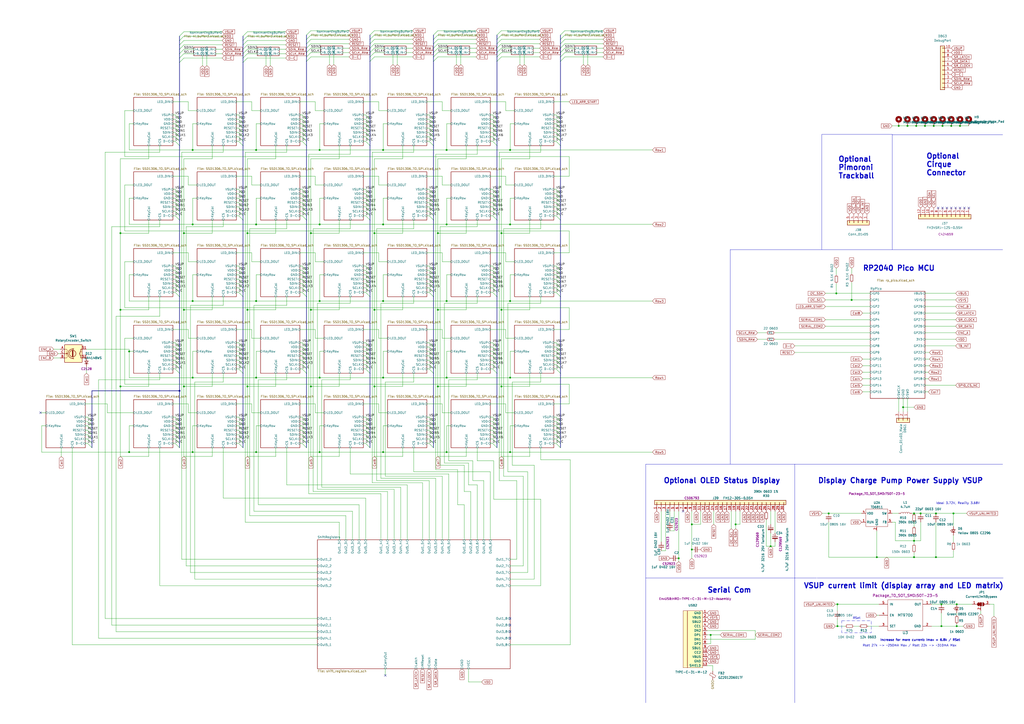
<source format=kicad_sch>
(kicad_sch (version 20230121) (generator eeschema)
  (paper "A2")
  (title_block (title "PolyKybd Split72 R") (date "2024-01-24") (rev "3.1"))
  (junction (at 259.08 219.075))
  (junction (at 104.14 226.695))
  (junction (at 185.42 130.175))
  (junction (at 546.1 363.22))
  (junction (at 69.85 224.155))
  (junction (at 148.59 130.175))
  (junction (at 401.32 304.165))
  (junction (at 401.32 318.77))
  (junction (at 534.035 297.815))
  (junction (at 523.875 236.22))
  (junction (at 290.83 179.705))
  (junction (at 217.17 224.155))
  (junction (at 412.242 368.3))
  (junction (at 222.25 130.175))
  (junction (at 106.68 224.155))
  (junction (at 69.85 135.255))
  (junction (at 69.85 179.705))
  (junction (at 530.225 297.815))
  (junction (at 222.25 219.075))
  (junction (at 447.04 316.865))
  (junction (at 542.925 323.215))
  (junction (at 111.76 86.995))
  (junction (at 148.59 262.255))
  (junction (at 536.575 73.025))
  (junction (at 222.25 86.995))
  (junction (at 148.59 219.075))
  (junction (at 222.25 174.625))
  (junction (at 290.83 224.155))
  (junction (at 485.775 363.22))
  (junction (at 290.83 135.255))
  (junction (at 185.42 86.995))
  (junction (at 551.815 73.025))
  (junction (at 521.335 73.025))
  (junction (at 546.735 73.025))
  (junction (at 254 135.255))
  (junction (at 485.14 170.18))
  (junction (at 541.655 73.025))
  (junction (at 295.91 130.175))
  (junction (at 530.225 323.215))
  (junction (at 553.085 297.815))
  (junction (at 180.34 179.705))
  (junction (at 111.76 219.075))
  (junction (at 259.08 262.255))
  (junction (at 148.59 174.625))
  (junction (at 185.42 174.625))
  (junction (at 393.7 323.85))
  (junction (at 426.72 304.165))
  (junction (at 530.225 313.69))
  (junction (at 143.51 224.155))
  (junction (at 295.91 262.255))
  (junction (at 295.91 86.995))
  (junction (at 485.775 350.52))
  (junction (at 508.635 323.215))
  (junction (at 295.91 219.075))
  (junction (at 111.76 174.625))
  (junction (at 254 179.705))
  (junction (at 295.91 174.625))
  (junction (at 259.08 86.995))
  (junction (at 259.08 130.175))
  (junction (at 106.68 179.705))
  (junction (at 254 224.155))
  (junction (at 554.99 363.22))
  (junction (at 185.42 262.255))
  (junction (at 148.59 86.995))
  (junction (at 526.415 73.025))
  (junction (at 217.17 179.705))
  (junction (at 222.25 262.255))
  (junction (at 111.76 130.175))
  (junction (at 74.93 203.835))
  (junction (at 494.03 173.99))
  (junction (at 185.42 219.075))
  (junction (at 546.1 350.52))
  (junction (at 180.34 135.255))
  (junction (at 143.51 179.705))
  (junction (at 480.695 297.815))
  (junction (at 143.51 135.255))
  (junction (at 180.34 224.155))
  (junction (at 111.76 262.255))
  (junction (at 106.68 135.255))
  (junction (at 217.17 135.255))
  (junction (at 531.495 73.025))
  (junction (at 259.08 174.625))
  (junction (at 556.895 73.025))
  (junction (at 554.99 350.52))
  (junction (at 542.925 297.815))
  (junction (at 74.93 262.255))
  (no_connect (at 23.495 239.395))
  (no_connect (at 295.91 358.775))
  (no_connect (at 295.91 362.585))
  (no_connect (at 295.91 366.395))
  (no_connect (at 295.91 370.205))
  (no_connect (at 396.24 296.545))
  (no_connect (at 223.52 391.795))
  (no_connect (at 544.195 120.65))
  (no_connect (at 561.975 120.65))
  (no_connect (at 559.435 120.65))
  (no_connect (at 551.815 120.65))
  (no_connect (at 549.275 120.65))
  (no_connect (at 546.735 120.65))
  (no_connect (at 556.895 120.65))
  (no_connect (at 554.355 120.65))
  (bus_entry (at 285.75 213.995) (size 2.54 2.54))
  (bus_entry (at 285.75 203.835) (size 2.54 2.54))
  (bus_entry (at 212.09 254.635) (size 2.54 2.54))
  (bus_entry (at 248.92 66.675) (size 2.54 2.54))
  (bus_entry (at 101.6 117.475) (size 2.54 2.54))
  (bus_entry (at 322.58 76.835) (size 2.54 2.54))
  (bus_entry (at 138.43 71.755) (size 2.54 2.54))
  (bus_entry (at 175.26 247.015) (size 2.54 2.54))
  (bus_entry (at 325.12 22.86) (size 2.54 -2.54))
  (bus_entry (at 50.8 244.475) (size 2.54 2.54))
  (bus_entry (at 322.58 120.015) (size 2.54 2.54))
  (bus_entry (at 50.8 247.015) (size 2.54 2.54))
  (bus_entry (at 248.92 161.925) (size 2.54 2.54))
  (bus_entry (at 212.09 203.835) (size 2.54 2.54))
  (bus_entry (at 285.75 254.635) (size 2.54 2.54))
  (bus_entry (at 138.43 81.915) (size 2.54 2.54))
  (bus_entry (at 101.6 112.395) (size 2.54 2.54))
  (bus_entry (at 101.6 156.845) (size 2.54 2.54))
  (bus_entry (at 212.09 74.295) (size 2.54 2.54))
  (bus_entry (at 138.43 203.835) (size 2.54 2.54))
  (bus_entry (at 140.97 26.035) (size 2.54 -2.54))
  (bus_entry (at 101.6 208.915) (size 2.54 2.54))
  (bus_entry (at 322.58 201.295) (size 2.54 2.54))
  (bus_entry (at 248.92 156.845) (size 2.54 2.54))
  (bus_entry (at 285.75 241.935) (size 2.54 2.54))
  (bus_entry (at 177.8 20.32) (size 2.54 -2.54))
  (bus_entry (at 248.92 120.015) (size 2.54 2.54))
  (bus_entry (at 175.26 76.835) (size 2.54 2.54))
  (bus_entry (at 177.8 22.86) (size 2.54 -2.54))
  (bus_entry (at 212.09 206.375) (size 2.54 2.54))
  (bus_entry (at 285.75 125.095) (size 2.54 2.54))
  (bus_entry (at 322.58 81.915) (size 2.54 2.54))
  (bus_entry (at 285.75 109.855) (size 2.54 2.54))
  (bus_entry (at 248.92 76.835) (size 2.54 2.54))
  (bus_entry (at 177.8 33.02) (size 2.54 -2.54))
  (bus_entry (at 322.58 66.675) (size 2.54 2.54))
  (bus_entry (at 212.09 69.215) (size 2.54 2.54))
  (bus_entry (at 248.92 114.935) (size 2.54 2.54))
  (bus_entry (at 101.6 114.935) (size 2.54 2.54))
  (bus_entry (at 212.09 244.475) (size 2.54 2.54))
  (bus_entry (at 138.43 69.215) (size 2.54 2.54))
  (bus_entry (at 214.63 22.86) (size 2.54 -2.54))
  (bus_entry (at 322.58 112.395) (size 2.54 2.54))
  (bus_entry (at 212.09 112.395) (size 2.54 2.54))
  (bus_entry (at 212.09 71.755) (size 2.54 2.54))
  (bus_entry (at 285.75 112.395) (size 2.54 2.54))
  (bus_entry (at 322.58 257.175) (size 2.54 2.54))
  (bus_entry (at 175.26 112.395) (size 2.54 2.54))
  (bus_entry (at 101.6 211.455) (size 2.54 2.54))
  (bus_entry (at 175.26 161.925) (size 2.54 2.54))
  (bus_entry (at 285.75 198.755) (size 2.54 2.54))
  (bus_entry (at 138.43 211.455) (size 2.54 2.54))
  (bus_entry (at 212.09 257.175) (size 2.54 2.54))
  (bus_entry (at 212.09 122.555) (size 2.54 2.54))
  (bus_entry (at 248.92 109.855) (size 2.54 2.54))
  (bus_entry (at 322.58 71.755) (size 2.54 2.54))
  (bus_entry (at 175.26 249.555) (size 2.54 2.54))
  (bus_entry (at 212.09 161.925) (size 2.54 2.54))
  (bus_entry (at 322.58 125.095) (size 2.54 2.54))
  (bus_entry (at 325.12 33.02) (size 2.54 -2.54))
  (bus_entry (at 285.75 161.925) (size 2.54 2.54))
  (bus_entry (at 175.26 252.095) (size 2.54 2.54))
  (bus_entry (at 285.75 244.475) (size 2.54 2.54))
  (bus_entry (at 212.09 169.545) (size 2.54 2.54))
  (bus_entry (at 212.09 76.835) (size 2.54 2.54))
  (bus_entry (at 138.43 206.375) (size 2.54 2.54))
  (bus_entry (at 138.43 252.095) (size 2.54 2.54))
  (bus_entry (at 322.58 167.005) (size 2.54 2.54))
  (bus_entry (at 248.92 117.475) (size 2.54 2.54))
  (bus_entry (at 248.92 79.375) (size 2.54 2.54))
  (bus_entry (at 138.43 201.295) (size 2.54 2.54))
  (bus_entry (at 177.8 30.48) (size 2.54 -2.54))
  (bus_entry (at 175.26 206.375) (size 2.54 2.54))
  (bus_entry (at 285.75 117.475) (size 2.54 2.54))
  (bus_entry (at 50.8 241.935) (size 2.54 2.54))
  (bus_entry (at 248.92 249.555) (size 2.54 2.54))
  (bus_entry (at 251.46 20.32) (size 2.54 -2.54))
  (bus_entry (at 138.43 74.295) (size 2.54 2.54))
  (bus_entry (at 104.14 33.655) (size 2.54 -2.54))
  (bus_entry (at 248.92 122.555) (size 2.54 2.54))
  (bus_entry (at 322.58 203.835) (size 2.54 2.54))
  (bus_entry (at 285.75 252.095) (size 2.54 2.54))
  (bus_entry (at 138.43 76.835) (size 2.54 2.54))
  (bus_entry (at 101.6 154.305) (size 2.54 2.54))
  (bus_entry (at 104.14 28.575) (size 2.54 -2.54))
  (bus_entry (at 322.58 74.295) (size 2.54 2.54))
  (bus_entry (at 285.75 167.005) (size 2.54 2.54))
  (bus_entry (at 175.26 66.675) (size 2.54 2.54))
  (bus_entry (at 175.26 257.175) (size 2.54 2.54))
  (bus_entry (at 322.58 117.475) (size 2.54 2.54))
  (bus_entry (at 322.58 249.555) (size 2.54 2.54))
  (bus_entry (at 322.58 114.935) (size 2.54 2.54))
  (bus_entry (at 138.43 244.475) (size 2.54 2.54))
  (bus_entry (at 175.26 81.915) (size 2.54 2.54))
  (bus_entry (at 248.92 198.755) (size 2.54 2.54))
  (bus_entry (at 175.26 125.095) (size 2.54 2.54))
  (bus_entry (at 248.92 154.305) (size 2.54 2.54))
  (bus_entry (at 322.58 241.935) (size 2.54 2.54))
  (bus_entry (at 177.8 25.4) (size 2.54 -2.54))
  (bus_entry (at 248.92 71.755) (size 2.54 2.54))
  (bus_entry (at 101.6 109.855) (size 2.54 2.54))
  (bus_entry (at 212.09 156.845) (size 2.54 2.54))
  (bus_entry (at 101.6 167.005) (size 2.54 2.54))
  (bus_entry (at 50.8 252.095) (size 2.54 2.54))
  (bus_entry (at 138.43 257.175) (size 2.54 2.54))
  (bus_entry (at 285.75 81.915) (size 2.54 2.54))
  (bus_entry (at 212.09 252.095) (size 2.54 2.54))
  (bus_entry (at 175.26 241.935) (size 2.54 2.54))
  (bus_entry (at 212.09 154.305) (size 2.54 2.54))
  (bus_entry (at 104.14 26.035) (size 2.54 -2.54))
  (bus_entry (at 285.75 169.545) (size 2.54 2.54))
  (bus_entry (at 104.14 23.495) (size 2.54 -2.54))
  (bus_entry (at 288.29 35.56) (size 2.54 -2.54))
  (bus_entry (at 322.58 164.465) (size 2.54 2.54))
  (bus_entry (at 138.43 122.555) (size 2.54 2.54))
  (bus_entry (at 175.26 114.935) (size 2.54 2.54))
  (bus_entry (at 175.26 122.555) (size 2.54 2.54))
  (bus_entry (at 285.75 76.835) (size 2.54 2.54))
  (bus_entry (at 140.97 36.195) (size 2.54 -2.54))
  (bus_entry (at 138.43 79.375) (size 2.54 2.54))
  (bus_entry (at 101.6 241.935) (size 2.54 2.54))
  (bus_entry (at 140.97 23.495) (size 2.54 -2.54))
  (bus_entry (at 212.09 208.915) (size 2.54 2.54))
  (bus_entry (at 285.75 69.215) (size 2.54 2.54))
  (bus_entry (at 212.09 198.755) (size 2.54 2.54))
  (bus_entry (at 212.09 247.015) (size 2.54 2.54))
  (bus_entry (at 138.43 114.935) (size 2.54 2.54))
  (bus_entry (at 322.58 206.375) (size 2.54 2.54))
  (bus_entry (at 325.12 20.32) (size 2.54 -2.54))
  (bus_entry (at 138.43 117.475) (size 2.54 2.54))
  (bus_entry (at 322.58 211.455) (size 2.54 2.54))
  (bus_entry (at 175.26 208.915) (size 2.54 2.54))
  (bus_entry (at 138.43 254.635) (size 2.54 2.54))
  (bus_entry (at 175.26 254.635) (size 2.54 2.54))
  (bus_entry (at 212.09 120.015) (size 2.54 2.54))
  (bus_entry (at 138.43 213.995) (size 2.54 2.54))
  (bus_entry (at 138.43 112.395) (size 2.54 2.54))
  (bus_entry (at 214.63 30.48) (size 2.54 -2.54))
  (bus_entry (at 175.26 203.835) (size 2.54 2.54))
  (bus_entry (at 138.43 249.555) (size 2.54 2.54))
  (bus_entry (at 248.92 74.295) (size 2.54 2.54))
  (bus_entry (at 140.97 33.655) (size 2.54 -2.54))
  (bus_entry (at 50.8 249.555) (size 2.54 2.54))
  (bus_entry (at 322.58 69.215) (size 2.54 2.54))
  (bus_entry (at 177.8 27.94) (size 2.54 -2.54))
  (bus_entry (at 138.43 167.005) (size 2.54 2.54))
  (bus_entry (at 322.58 213.995) (size 2.54 2.54))
  (bus_entry (at 212.09 114.935) (size 2.54 2.54))
  (bus_entry (at 288.29 30.48) (size 2.54 -2.54))
  (bus_entry (at 104.14 36.195) (size 2.54 -2.54))
  (bus_entry (at 214.63 20.32) (size 2.54 -2.54))
  (bus_entry (at 212.09 167.005) (size 2.54 2.54))
  (bus_entry (at 248.92 159.385) (size 2.54 2.54))
  (bus_entry (at 285.75 66.675) (size 2.54 2.54))
  (bus_entry (at 288.29 33.02) (size 2.54 -2.54))
  (bus_entry (at 175.26 198.755) (size 2.54 2.54))
  (bus_entry (at 138.43 154.305) (size 2.54 2.54))
  (bus_entry (at 322.58 254.635) (size 2.54 2.54))
  (bus_entry (at 248.92 169.545) (size 2.54 2.54))
  (bus_entry (at 175.26 120.015) (size 2.54 2.54))
  (bus_entry (at 248.92 206.375) (size 2.54 2.54))
  (bus_entry (at 101.6 249.555) (size 2.54 2.54))
  (bus_entry (at 248.92 213.995) (size 2.54 2.54))
  (bus_entry (at 248.92 244.475) (size 2.54 2.54))
  (bus_entry (at 212.09 66.675) (size 2.54 2.54))
  (bus_entry (at 175.26 213.995) (size 2.54 2.54))
  (bus_entry (at 322.58 208.915) (size 2.54 2.54))
  (bus_entry (at 288.29 25.4) (size 2.54 -2.54))
  (bus_entry (at 322.58 154.305) (size 2.54 2.54))
  (bus_entry (at 322.58 244.475) (size 2.54 2.54))
  (bus_entry (at 248.92 164.465) (size 2.54 2.54))
  (bus_entry (at 212.09 211.455) (size 2.54 2.54))
  (bus_entry (at 322.58 198.755) (size 2.54 2.54))
  (bus_entry (at 175.26 169.545) (size 2.54 2.54))
  (bus_entry (at 104.14 31.115) (size 2.54 -2.54))
  (bus_entry (at 322.58 169.545) (size 2.54 2.54))
  (bus_entry (at 248.92 247.015) (size 2.54 2.54))
  (bus_entry (at 285.75 206.375) (size 2.54 2.54))
  (bus_entry (at 214.63 25.4) (size 2.54 -2.54))
  (bus_entry (at 175.26 201.295) (size 2.54 2.54))
  (bus_entry (at 212.09 213.995) (size 2.54 2.54))
  (bus_entry (at 325.12 25.4) (size 2.54 -2.54))
  (bus_entry (at 285.75 156.845) (size 2.54 2.54))
  (bus_entry (at 101.6 247.015) (size 2.54 2.54))
  (bus_entry (at 138.43 198.755) (size 2.54 2.54))
  (bus_entry (at 248.92 254.635) (size 2.54 2.54))
  (bus_entry (at 138.43 247.015) (size 2.54 2.54))
  (bus_entry (at 138.43 169.545) (size 2.54 2.54))
  (bus_entry (at 248.92 203.835) (size 2.54 2.54))
  (bus_entry (at 101.6 164.465) (size 2.54 2.54))
  (bus_entry (at 140.97 31.115) (size 2.54 -2.54))
  (bus_entry (at 248.92 257.175) (size 2.54 2.54))
  (bus_entry (at 285.75 164.465) (size 2.54 2.54))
  (bus_entry (at 138.43 66.675) (size 2.54 2.54))
  (bus_entry (at 248.92 112.395) (size 2.54 2.54))
  (bus_entry (at 214.63 27.94) (size 2.54 -2.54))
  (bus_entry (at 288.29 20.32) (size 2.54 -2.54))
  (bus_entry (at 175.26 211.455) (size 2.54 2.54))
  (bus_entry (at 101.6 252.095) (size 2.54 2.54))
  (bus_entry (at 285.75 120.015) (size 2.54 2.54))
  (bus_entry (at 175.26 109.855) (size 2.54 2.54))
  (bus_entry (at 138.43 156.845) (size 2.54 2.54))
  (bus_entry (at 175.26 74.295) (size 2.54 2.54))
  (bus_entry (at 251.46 22.86) (size 2.54 -2.54))
  (bus_entry (at 101.6 122.555) (size 2.54 2.54))
  (bus_entry (at 212.09 249.555) (size 2.54 2.54))
  (bus_entry (at 322.58 79.375) (size 2.54 2.54))
  (bus_entry (at 248.92 125.095) (size 2.54 2.54))
  (bus_entry (at 104.14 20.955) (size 2.54 -2.54))
  (bus_entry (at 288.29 27.94) (size 2.54 -2.54))
  (bus_entry (at 285.75 122.555) (size 2.54 2.54))
  (bus_entry (at 101.6 161.925) (size 2.54 2.54))
  (bus_entry (at 212.09 79.375) (size 2.54 2.54))
  (bus_entry (at 285.75 201.295) (size 2.54 2.54))
  (bus_entry (at 322.58 247.015) (size 2.54 2.54))
  (bus_entry (at 175.26 164.465) (size 2.54 2.54))
  (bus_entry (at 101.6 125.095) (size 2.54 2.54))
  (bus_entry (at 322.58 156.845) (size 2.54 2.54))
  (bus_entry (at 285.75 208.915) (size 2.54 2.54))
  (bus_entry (at 175.26 167.005) (size 2.54 2.54))
  (bus_entry (at 212.09 164.465) (size 2.54 2.54))
  (bus_entry (at 248.92 167.005) (size 2.54 2.54))
  (bus_entry (at 251.46 30.48) (size 2.54 -2.54))
  (bus_entry (at 175.26 71.755) (size 2.54 2.54))
  (bus_entry (at 212.09 241.935) (size 2.54 2.54))
  (bus_entry (at 138.43 161.925) (size 2.54 2.54))
  (bus_entry (at 251.46 35.56) (size 2.54 -2.54))
  (bus_entry (at 212.09 201.295) (size 2.54 2.54))
  (bus_entry (at 285.75 74.295) (size 2.54 2.54))
  (bus_entry (at 285.75 211.455) (size 2.54 2.54))
  (bus_entry (at 138.43 208.915) (size 2.54 2.54))
  (bus_entry (at 248.92 81.915) (size 2.54 2.54))
  (bus_entry (at 101.6 79.375) (size 2.54 2.54))
  (bus_entry (at 101.6 81.915) (size 2.54 2.54))
  (bus_entry (at 101.6 74.295) (size 2.54 2.54))
  (bus_entry (at 101.6 76.835) (size 2.54 2.54))
  (bus_entry (at 101.6 69.215) (size 2.54 2.54))
  (bus_entry (at 101.6 71.755) (size 2.54 2.54))
  (bus_entry (at 101.6 66.675) (size 2.54 2.54))
  (bus_entry (at 285.75 114.935) (size 2.54 2.54))
  (bus_entry (at 175.26 159.385) (size 2.54 2.54))
  (bus_entry (at 140.97 28.575) (size 2.54 -2.54))
  (bus_entry (at 285.75 247.015) (size 2.54 2.54))
  (bus_entry (at 101.6 120.015) (size 2.54 2.54))
  (bus_entry (at 212.09 125.095) (size 2.54 2.54))
  (bus_entry (at 175.26 154.305) (size 2.54 2.54))
  (bus_entry (at 285.75 159.385) (size 2.54 2.54))
  (bus_entry (at 140.97 20.955) (size 2.54 -2.54))
  (bus_entry (at 288.29 22.86) (size 2.54 -2.54))
  (bus_entry (at 285.75 154.305) (size 2.54 2.54))
  (bus_entry (at 138.43 125.095) (size 2.54 2.54))
  (bus_entry (at 101.6 169.545) (size 2.54 2.54))
  (bus_entry (at 175.26 244.475) (size 2.54 2.54))
  (bus_entry (at 285.75 257.175) (size 2.54 2.54))
  (bus_entry (at 101.6 213.995) (size 2.54 2.54))
  (bus_entry (at 177.8 35.56) (size 2.54 -2.54))
  (bus_entry (at 138.43 109.855) (size 2.54 2.54))
  (bus_entry (at 285.75 79.375) (size 2.54 2.54))
  (bus_entry (at 322.58 161.925) (size 2.54 2.54))
  (bus_entry (at 248.92 252.095) (size 2.54 2.54))
  (bus_entry (at 138.43 164.465) (size 2.54 2.54))
  (bus_entry (at 248.92 201.295) (size 2.54 2.54))
  (bus_entry (at 285.75 249.555) (size 2.54 2.54))
  (bus_entry (at 101.6 159.385) (size 2.54 2.54))
  (bus_entry (at 138.43 241.935) (size 2.54 2.54))
  (bus_entry (at 322.58 159.385) (size 2.54 2.54))
  (bus_entry (at 322.58 252.095) (size 2.54 2.54))
  (bus_entry (at 214.63 35.56) (size 2.54 -2.54))
  (bus_entry (at 325.12 30.48) (size 2.54 -2.54))
  (bus_entry (at 285.75 71.755) (size 2.54 2.54))
  (bus_entry (at 175.26 117.475) (size 2.54 2.54))
  (bus_entry (at 101.6 198.755) (size 2.54 2.54))
  (bus_entry (at 50.8 257.175) (size 2.54 2.54))
  (bus_entry (at 248.92 211.455) (size 2.54 2.54))
  (bus_entry (at 50.8 254.635) (size 2.54 2.54))
  (bus_entry (at 101.6 257.175) (size 2.54 2.54))
  (bus_entry (at 175.26 79.375) (size 2.54 2.54))
  (bus_entry (at 248.92 241.935) (size 2.54 2.54))
  (bus_entry (at 212.09 109.855) (size 2.54 2.54))
  (bus_entry (at 248.92 208.915) (size 2.54 2.54))
  (bus_entry (at 212.09 117.475) (size 2.54 2.54))
  (bus_entry (at 251.46 33.02) (size 2.54 -2.54))
  (bus_entry (at 322.58 122.555) (size 2.54 2.54))
  (bus_entry (at 214.63 33.02) (size 2.54 -2.54))
  (bus_entry (at 248.92 69.215) (size 2.54 2.54))
  (bus_entry (at 101.6 201.295) (size 2.54 2.54))
  (bus_entry (at 322.58 109.855) (size 2.54 2.54))
  (bus_entry (at 325.12 27.94) (size 2.54 -2.54))
  (bus_entry (at 212.09 159.385) (size 2.54 2.54))
  (bus_entry (at 101.6 206.375) (size 2.54 2.54))
  (bus_entry (at 251.46 25.4) (size 2.54 -2.54))
  (bus_entry (at 101.6 203.835) (size 2.54 2.54))
  (bus_entry (at 138.43 159.385) (size 2.54 2.54))
  (bus_entry (at 212.09 81.915) (size 2.54 2.54))
  (bus_entry (at 251.46 27.94) (size 2.54 -2.54))
  (bus_entry (at 175.26 69.215) (size 2.54 2.54))
  (bus_entry (at 138.43 120.015) (size 2.54 2.54))
  (bus_entry (at 325.12 35.56) (size 2.54 -2.54))
  (bus_entry (at 101.6 244.475) (size 2.54 2.54))
  (bus_entry (at 175.26 156.845) (size 2.54 2.54))
  (bus_entry (at 101.6 254.635) (size 2.54 2.54))
  (wire (pts (xy 447.04 316.865) (xy 449.58 316.865)))
  (wire (pts (xy 173.99 247.015) (xy 175.26 247.015)))
  (wire (pts (xy 295.91 159.385) (xy 298.45 159.385)))
  (bus (pts (xy 140.97 26.035) (xy 140.97 28.575)))
  (bus (pts (xy 104.14 117.475) (xy 104.14 114.935)))
  (wire (pts (xy 86.36 264.795) (xy 86.36 259.715)))
  (wire (pts (xy 173.99 254.635) (xy 175.26 254.635)))
  (wire (pts (xy 173.99 120.015) (xy 175.26 120.015)))
  (wire (pts (xy 330.2 178.435) (xy 330.2 191.135)))
  (bus (pts (xy 288.29 35.56) (xy 288.29 69.215)))
  (wire (pts (xy 187.96 107.315) (xy 182.88 107.315)))
  (wire (pts (xy 57.15 370.205) (xy 184.15 370.205)))
  (wire (pts (xy 200.66 299.085) (xy 144.78 299.085)))
  (wire (pts (xy 295.91 114.935) (xy 298.45 114.935)))
  (bus (pts (xy 140.97 247.015) (xy 140.97 244.475)))
  (wire (pts (xy 151.13 239.395) (xy 146.05 239.395)))
  (wire (pts (xy 295.91 174.625) (xy 378.46 174.625)))
  (wire (pts (xy 109.22 239.395) (xy 109.22 234.315)))
  (bus (pts (xy 104.14 211.455) (xy 104.14 213.995)))
  (wire (pts (xy 265.43 292.735) (xy 265.43 272.415)))
  (wire (pts (xy 224.79 151.765) (xy 219.71 151.765)))
  (wire (pts (xy 478.79 185.42) (xy 504.825 185.42)))
  (bus (pts (xy 251.46 213.995) (xy 251.46 211.455)))
  (wire (pts (xy 187.96 196.215) (xy 182.88 196.215)))
  (wire (pts (xy 309.245 30.48) (xy 313.055 30.48)))
  (wire (pts (xy 92.71 216.535) (xy 92.71 220.345)))
  (wire (pts (xy 412.242 368.3) (xy 417.83 368.3)))
  (bus (pts (xy 53.34 226.695) (xy 53.34 244.475)))
  (bus (pts (xy 104.14 252.095) (xy 104.14 249.555)))
  (wire (pts (xy 327.66 25.4) (xy 349.885 25.4)))
  (wire (pts (xy 247.65 249.555) (xy 248.92 249.555)))
  (wire (pts (xy 74.93 219.075) (xy 111.76 219.075)))
  (wire (pts (xy 290.83 264.795) (xy 307.34 264.795)))
  (wire (pts (xy 137.16 247.015) (xy 138.43 247.015)))
  (wire (pts (xy 180.34 22.86) (xy 202.565 22.86)))
  (bus (pts (xy 104.14 36.195) (xy 104.14 69.215)))
  (bus (pts (xy 251.46 84.455) (xy 251.46 112.395)))
  (wire (pts (xy 160.02 179.705) (xy 143.51 179.705)))
  (wire (pts (xy 186.69 220.345) (xy 203.2 220.345)))
  (bus (pts (xy 177.8 20.32) (xy 177.8 22.86)))
  (bus (pts (xy 288.29 33.02) (xy 288.29 35.56)))
  (wire (pts (xy 72.39 90.805) (xy 330.2 90.805)))
  (bus (pts (xy 104.14 81.915) (xy 104.14 79.375)))
  (bus (pts (xy 104.14 226.695) (xy 104.14 244.475)))
  (wire (pts (xy 292.1 132.715) (xy 313.69 132.715)))
  (wire (pts (xy 100.33 203.835) (xy 101.6 203.835)))
  (wire (pts (xy 173.99 159.385) (xy 175.26 159.385)))
  (wire (pts (xy 186.69 282.575) (xy 186.69 220.345)))
  (bus (pts (xy 177.8 206.375) (xy 177.8 208.915)))
  (wire (pts (xy 137.16 234.315) (xy 146.05 234.315)))
  (wire (pts (xy 210.82 109.855) (xy 212.09 109.855)))
  (wire (pts (xy 321.31 241.935) (xy 322.58 241.935)))
  (wire (pts (xy 185.42 71.755) (xy 187.96 71.755)))
  (bus (pts (xy 325.12 22.86) (xy 325.12 25.4)))
  (wire (pts (xy 410.21 368.3) (xy 412.242 368.3)))
  (bus (pts (xy 104.14 117.475) (xy 104.14 120.015)))
  (bus (pts (xy 325.12 211.455) (xy 325.12 208.915)))
  (bus (pts (xy 140.97 125.095) (xy 140.97 122.555)))
  (bus (pts (xy 177.8 257.175) (xy 177.8 254.635)))
  (wire (pts (xy 77.47 107.315) (xy 72.39 107.315)))
  (wire (pts (xy 210.82 203.835) (xy 212.09 203.835)))
  (wire (pts (xy 406.4 304.165) (xy 401.32 304.165)))
  (wire (pts (xy 111.76 203.835) (xy 114.3 203.835)))
  (wire (pts (xy 210.82 114.935) (xy 212.09 114.935)))
  (wire (pts (xy 173.99 206.375) (xy 175.26 206.375)))
  (wire (pts (xy 100.33 234.315) (xy 109.22 234.315)))
  (bus (pts (xy 140.97 203.835) (xy 140.97 206.375)))
  (bus (pts (xy 251.46 125.095) (xy 251.46 122.555)))
  (wire (pts (xy 254 30.48) (xy 259.715 30.48)))
  (wire (pts (xy 292.1 276.225) (xy 292.1 132.715)))
  (wire (pts (xy 248.92 278.765) (xy 218.44 278.765)))
  (bus (pts (xy 214.63 122.555) (xy 214.63 120.015)))
  (bus (pts (xy 214.63 169.545) (xy 214.63 167.005)))
  (wire (pts (xy 23.495 239.395) (xy 26.67 239.395)))
  (wire (pts (xy 270.51 264.795) (xy 270.51 259.715)))
  (wire (pts (xy 530.225 297.815) (xy 534.035 297.815)))
  (wire (pts (xy 210.82 247.015) (xy 212.09 247.015)))
  (wire (pts (xy 247.65 208.915) (xy 248.92 208.915)))
  (bus (pts (xy 104.14 84.455) (xy 104.14 112.395)))
  (polyline (pts (xy 374.65 335.28) (xy 374.65 407.67)))
  (wire (pts (xy 222.25 247.015) (xy 222.25 262.255)))
  (bus (pts (xy 214.63 206.375) (xy 214.63 203.835)))
  (wire (pts (xy 551.815 73.025) (xy 556.895 73.025)))
  (wire (pts (xy 284.48 201.295) (xy 285.75 201.295)))
  (wire (pts (xy 166.37 220.345) (xy 166.37 216.535)))
  (wire (pts (xy 129.54 288.925) (xy 212.09 288.925)))
  (bus (pts (xy 214.63 213.995) (xy 214.63 216.535)))
  (wire (pts (xy 210.82 244.475) (xy 212.09 244.475)))
  (wire (pts (xy 220.98 175.895) (xy 240.03 175.895)))
  (wire (pts (xy 137.16 74.295) (xy 138.43 74.295)))
  (wire (pts (xy 284.48 122.555) (xy 285.75 122.555)))
  (wire (pts (xy 254 224.155) (xy 254 264.795)))
  (wire (pts (xy 173.99 69.215) (xy 175.26 69.215)))
  (wire (pts (xy 106.68 18.415) (xy 128.905 18.415)))
  (wire (pts (xy 426.72 296.545) (xy 426.72 304.165)))
  (bus (pts (xy 177.8 22.86) (xy 177.8 25.4)))
  (wire (pts (xy 261.62 196.215) (xy 256.54 196.215)))
  (bus (pts (xy 177.8 208.915) (xy 177.8 211.455)))
  (wire (pts (xy 401.32 304.165) (xy 401.32 318.77)))
  (bus (pts (xy 214.63 203.835) (xy 214.63 201.295)))
  (wire (pts (xy 259.08 219.075) (xy 295.91 219.075)))
  (bus (pts (xy 251.46 81.915) (xy 251.46 79.375)))
  (wire (pts (xy 217.17 33.02) (xy 239.395 33.02)))
  (wire (pts (xy 290.83 92.075) (xy 290.83 135.255)))
  (wire (pts (xy 500.38 181.61) (xy 504.825 181.61)))
  (wire (pts (xy 210.82 159.385) (xy 212.09 159.385)))
  (bus (pts (xy 104.14 79.375) (xy 104.14 76.835)))
  (bus (pts (xy 177.8 167.005) (xy 177.8 169.545)))
  (bus (pts (xy 251.46 161.925) (xy 251.46 159.385)))
  (wire (pts (xy 247.65 213.995) (xy 248.92 213.995)))
  (bus (pts (xy 214.63 159.385) (xy 214.63 156.845)))
  (wire (pts (xy 256.54 239.395) (xy 256.54 234.315)))
  (wire (pts (xy 546.735 73.025) (xy 551.815 73.025)))
  (bus (pts (xy 177.8 114.935) (xy 177.8 112.395)))
  (wire (pts (xy 137.16 208.915) (xy 138.43 208.915)))
  (bus (pts (xy 325.12 172.085) (xy 325.12 169.545)))
  (wire (pts (xy 180.34 224.155) (xy 180.34 264.795)))
  (wire (pts (xy 100.33 66.675) (xy 101.6 66.675)))
  (wire (pts (xy 210.82 254.635) (xy 212.09 254.635)))
  (wire (pts (xy 148.59 114.935) (xy 148.59 130.175)))
  (bus (pts (xy 251.46 127.635) (xy 251.46 156.845)))
  (wire (pts (xy 100.33 213.995) (xy 101.6 213.995)))
  (wire (pts (xy 218.44 132.715) (xy 240.03 132.715)))
  (wire (pts (xy 111.76 247.015) (xy 111.76 262.255)))
  (wire (pts (xy 173.99 198.755) (xy 175.26 198.755)))
  (wire (pts (xy 173.99 167.005) (xy 175.26 167.005)))
  (wire (pts (xy 100.33 146.685) (xy 109.22 146.685)))
  (bus (pts (xy 140.97 71.755) (xy 140.97 69.215)))
  (wire (pts (xy 222.25 130.175) (xy 259.08 130.175)))
  (wire (pts (xy 276.86 89.535) (xy 276.86 84.455)))
  (wire (pts (xy 210.82 69.215) (xy 212.09 69.215)))
  (wire (pts (xy 100.33 249.555) (xy 101.6 249.555)))
  (bus (pts (xy 140.97 74.295) (xy 140.97 71.755)))
  (wire (pts (xy 306.07 332.105) (xy 306.07 273.685)))
  (wire (pts (xy 284.48 164.465) (xy 285.75 164.465)))
  (bus (pts (xy 251.46 216.535) (xy 251.46 244.475)))
  (wire (pts (xy 276.86 220.345) (xy 276.86 216.535)))
  (wire (pts (xy 536.575 215.9) (xy 538.48 215.9)))
  (wire (pts (xy 303.53 328.295) (xy 303.53 276.225)))
  (wire (pts (xy 196.85 84.455) (xy 196.85 92.075)))
  (wire (pts (xy 114.3 151.765) (xy 109.22 151.765)))
  (wire (pts (xy 161.925 31.115) (xy 165.735 31.115)))
  (wire (pts (xy 114.3 64.135) (xy 109.22 64.135)))
  (wire (pts (xy 321.31 109.855) (xy 322.58 109.855)))
  (wire (pts (xy 222.25 159.385) (xy 222.25 174.625)))
  (wire (pts (xy 74.93 130.175) (xy 111.76 130.175)))
  (wire (pts (xy 261.62 151.765) (xy 256.54 151.765)))
  (wire (pts (xy 215.9 280.035) (xy 215.9 88.265)))
  (bus (pts (xy 214.63 22.86) (xy 214.63 25.4)))
  (wire (pts (xy 223.52 221.615) (xy 240.03 221.615)))
  (wire (pts (xy 270.51 179.705) (xy 254 179.705)))
  (bus (pts (xy 251.46 172.085) (xy 251.46 169.545)))
  (wire (pts (xy 137.16 125.095) (xy 138.43 125.095)))
  (wire (pts (xy 160.02 92.075) (xy 143.51 92.075)))
  (wire (pts (xy 413.385 386.08) (xy 410.21 386.08)))
  (wire (pts (xy 321.31 191.135) (xy 330.2 191.135)))
  (wire (pts (xy 137.16 102.235) (xy 146.05 102.235)))
  (wire (pts (xy 219.71 107.315) (xy 219.71 102.235)))
  (polyline (pts (xy 461.01 335.28) (xy 461.01 407.67)))
  (wire (pts (xy 259.08 247.015) (xy 259.08 262.255)))
  (wire (pts (xy 247.65 59.055) (xy 256.54 59.055)))
  (polyline (pts (xy 423.545 269.24) (xy 423.545 144.78)))
  (wire (pts (xy 173.99 114.935) (xy 175.26 114.935)))
  (wire (pts (xy 217.17 92.075) (xy 217.17 135.255)))
  (wire (pts (xy 210.82 252.095) (xy 212.09 252.095)))
  (wire (pts (xy 269.24 292.735) (xy 265.43 292.735)))
  (bus (pts (xy 104.14 211.455) (xy 104.14 208.915)))
  (wire (pts (xy 313.69 221.615) (xy 313.69 216.535)))
  (wire (pts (xy 148.59 71.755) (xy 148.59 86.995)))
  (wire (pts (xy 521.335 73.025) (xy 526.415 73.025)))
  (wire (pts (xy 100.33 74.295) (xy 101.6 74.295)))
  (wire (pts (xy 523.875 236.22) (xy 523.875 238.76)))
  (wire (pts (xy 530.225 320.675) (xy 530.225 323.215)))
  (wire (pts (xy 217.17 224.155) (xy 217.17 264.795)))
  (wire (pts (xy 151.13 107.315) (xy 146.05 107.315)))
  (bus (pts (xy 104.14 81.915) (xy 104.14 84.455)))
  (bus (pts (xy 288.29 161.925) (xy 288.29 159.385)))
  (wire (pts (xy 74.93 114.935) (xy 74.93 130.175)))
  (wire (pts (xy 295.91 71.755) (xy 295.91 86.995)))
  (bus (pts (xy 53.34 252.095) (xy 53.34 254.635)))
  (wire (pts (xy 478.79 170.18) (xy 485.14 170.18)))
  (wire (pts (xy 304.165 31.75) (xy 304.165 37.465)))
  (wire (pts (xy 41.91 259.715) (xy 41.91 374.015)))
  (bus (pts (xy 177.8 125.095) (xy 177.8 122.555)))
  (wire (pts (xy 530.225 302.895) (xy 530.225 305.435)))
  (bus (pts (xy 288.29 81.915) (xy 288.29 84.455)))
  (wire (pts (xy 313.69 266.7) (xy 313.69 259.715)))
  (bus (pts (xy 177.8 74.295) (xy 177.8 71.755)))
  (wire (pts (xy 321.31 161.925) (xy 322.58 161.925)))
  (wire (pts (xy 100.33 117.475) (xy 101.6 117.475)))
  (wire (pts (xy 290.83 17.78) (xy 313.055 17.78)))
  (wire (pts (xy 173.99 81.915) (xy 175.26 81.915)))
  (wire (pts (xy 284.48 167.005) (xy 285.75 167.005)))
  (wire (pts (xy 187.96 64.135) (xy 182.88 64.135)))
  (wire (pts (xy 299.72 324.485) (xy 299.72 278.765)))
  (bus (pts (xy 325.12 117.475) (xy 325.12 114.935)))
  (wire (pts (xy 173.99 234.315) (xy 182.88 234.315)))
  (wire (pts (xy 60.96 88.265) (xy 92.71 88.265)))
  (wire (pts (xy 330.835 374.015) (xy 330.835 266.7)))
  (bus (pts (xy 214.63 172.085) (xy 214.63 201.295)))
  (wire (pts (xy 100.33 167.005) (xy 101.6 167.005)))
  (wire (pts (xy 148.59 130.175) (xy 185.42 130.175)))
  (wire (pts (xy 542.925 302.895) (xy 542.925 323.215)))
  (wire (pts (xy 143.51 20.955) (xy 165.735 20.955)))
  (bus (pts (xy 251.46 259.715) (xy 251.46 257.175)))
  (wire (pts (xy 541.655 73.025) (xy 546.735 73.025)))
  (wire (pts (xy 166.37 84.455) (xy 166.37 88.265)))
  (wire (pts (xy 517.525 297.815) (xy 521.335 297.815)))
  (wire (pts (xy 182.88 239.395) (xy 182.88 234.315)))
  (bus (pts (xy 288.29 169.545) (xy 288.29 167.005)))
  (wire (pts (xy 289.56 278.765) (xy 289.56 88.265)))
  (wire (pts (xy 388.62 302.895) (xy 388.62 296.545)))
  (wire (pts (xy 137.16 206.375) (xy 138.43 206.375)))
  (wire (pts (xy 284.48 76.835) (xy 285.75 76.835)))
  (wire (pts (xy 137.16 109.855) (xy 138.43 109.855)))
  (wire (pts (xy 173.99 164.465) (xy 175.26 164.465)))
  (wire (pts (xy 330.2 133.985) (xy 330.2 146.685)))
  (wire (pts (xy 252.73 89.535) (xy 276.86 89.535)))
  (wire (pts (xy 293.37 64.135) (xy 293.37 59.055)))
  (wire (pts (xy 210.82 191.135) (xy 219.71 191.135)))
  (wire (pts (xy 271.78 268.605) (xy 257.81 268.605)))
  (wire (pts (xy 160.02 264.795) (xy 160.02 259.715)))
  (wire (pts (xy 106.68 26.035) (xy 128.905 26.035)))
  (wire (pts (xy 284.48 112.395) (xy 285.75 112.395)))
  (wire (pts (xy 24.13 262.255) (xy 74.93 262.255)))
  (wire (pts (xy 247.65 234.315) (xy 256.54 234.315)))
  (wire (pts (xy 210.82 257.175) (xy 212.09 257.175)))
  (bus (pts (xy 214.63 164.465) (xy 214.63 161.925)))
  (wire (pts (xy 222.25 71.755) (xy 222.25 86.995)))
  (wire (pts (xy 284.48 234.315) (xy 293.37 234.315)))
  (wire (pts (xy 259.08 203.835) (xy 261.62 203.835)))
  (wire (pts (xy 210.82 81.915) (xy 212.09 81.915)))
  (wire (pts (xy 123.19 179.705) (xy 106.68 179.705)))
  (wire (pts (xy 247.65 114.935) (xy 248.92 114.935)))
  (wire (pts (xy 295.91 328.295) (xy 303.53 328.295)))
  (wire (pts (xy 295.91 324.485) (xy 299.72 324.485)))
  (bus (pts (xy 177.8 161.925) (xy 177.8 164.465)))
  (wire (pts (xy 219.71 151.765) (xy 219.71 146.685)))
  (wire (pts (xy 60.96 358.775) (xy 184.15 358.775)))
  (wire (pts (xy 218.44 278.765) (xy 218.44 132.715)))
  (wire (pts (xy 219.71 239.395) (xy 219.71 234.315)))
  (wire (pts (xy 203.2 274.955) (xy 260.35 274.955)))
  (wire (pts (xy 321.31 112.395) (xy 322.58 112.395)))
  (wire (pts (xy 247.65 244.475) (xy 248.92 244.475)))
  (bus (pts (xy 214.63 211.455) (xy 214.63 208.915)))
  (wire (pts (xy 309.88 269.875) (xy 297.18 269.875)))
  (wire (pts (xy 137.16 191.135) (xy 146.05 191.135)))
  (wire (pts (xy 137.16 120.015) (xy 138.43 120.015)))
  (wire (pts (xy 270.51 135.255) (xy 254 135.255)))
  (wire (pts (xy 137.16 66.675) (xy 138.43 66.675)))
  (bus (pts (xy 140.97 81.915) (xy 140.97 79.375)))
  (bus (pts (xy 288.29 84.455) (xy 288.29 112.395)))
  (bus (pts (xy 104.14 76.835) (xy 104.14 74.295)))
  (wire (pts (xy 86.36 92.075) (xy 69.85 92.075)))
  (wire (pts (xy 77.47 196.215) (xy 72.39 196.215)))
  (wire (pts (xy 143.51 135.255) (xy 143.51 179.705)))
  (wire (pts (xy 224.79 64.135) (xy 219.71 64.135)))
  (bus (pts (xy 177.8 216.535) (xy 177.8 244.475)))
  (wire (pts (xy 106.68 135.255) (xy 106.68 179.705)))
  (wire (pts (xy 137.16 164.465) (xy 138.43 164.465)))
  (wire (pts (xy 540.385 363.22) (xy 546.1 363.22)))
  (wire (pts (xy 137.16 213.995) (xy 138.43 213.995)))
  (wire (pts (xy 137.16 254.635) (xy 138.43 254.635)))
  (wire (pts (xy 284.48 257.175) (xy 285.75 257.175)))
  (wire (pts (xy 257.81 175.895) (xy 276.86 175.895)))
  (wire (pts (xy 210.82 234.315) (xy 219.71 234.315)))
  (wire (pts (xy 536.575 181.61) (xy 554.355 181.61)))
  (wire (pts (xy 74.93 159.385) (xy 77.47 159.385)))
  (wire (pts (xy 412.242 368.3) (xy 412.242 373.38)))
  (wire (pts (xy 330.2 90.805) (xy 330.2 102.235)))
  (wire (pts (xy 57.15 220.345) (xy 92.71 220.345)))
  (wire (pts (xy 261.62 64.135) (xy 256.54 64.135)))
  (wire (pts (xy 77.47 64.135) (xy 72.39 64.135)))
  (wire (pts (xy 60.96 358.775) (xy 60.96 88.265)))
  (wire (pts (xy 184.15 328.295) (xy 107.95 328.295)))
  (wire (pts (xy 260.35 267.335) (xy 260.35 220.345)))
  (bus (pts (xy 214.63 25.4) (xy 214.63 27.94)))
  (wire (pts (xy 148.59 114.935) (xy 151.13 114.935)))
  (wire (pts (xy 247.65 252.095) (xy 248.92 252.095)))
  (wire (pts (xy 321.31 234.315) (xy 330.2 234.315)))
  (wire (pts (xy 247.65 146.685) (xy 256.54 146.685)))
  (wire (pts (xy 137.16 112.395) (xy 138.43 112.395)))
  (bus (pts (xy 214.63 249.555) (xy 214.63 247.015)))
  (wire (pts (xy 321.31 71.755) (xy 322.58 71.755)))
  (wire (pts (xy 184.15 175.895) (xy 203.2 175.895)))
  (wire (pts (xy 429.26 304.165) (xy 426.72 304.165)))
  (polyline (pts (xy 473.71 335.28) (xy 374.65 335.28)))
  (wire (pts (xy 276.86 281.305) (xy 271.78 281.305)))
  (bus (pts (xy 104.14 216.535) (xy 104.14 226.695)))
  (wire (pts (xy 142.24 88.265) (xy 166.37 88.265)))
  (bus (pts (xy 214.63 114.935) (xy 214.63 112.395)))
  (wire (pts (xy 100.33 241.935) (xy 101.6 241.935)))
  (wire (pts (xy 74.93 174.625) (xy 111.76 174.625)))
  (wire (pts (xy 224.79 285.115) (xy 181.61 285.115)))
  (wire (pts (xy 114.3 239.395) (xy 109.22 239.395)))
  (wire (pts (xy 34.925 205.105) (xy 33.655 205.105)))
  (wire (pts (xy 276.86 131.445) (xy 276.86 127.635)))
  (wire (pts (xy 196.85 224.155) (xy 180.34 224.155)))
  (bus (pts (xy 140.97 84.455) (xy 140.97 112.395)))
  (wire (pts (xy 519.43 302.895) (xy 517.525 302.895)))
  (wire (pts (xy 406.4 296.545) (xy 406.4 304.165)))
  (bus (pts (xy 251.46 167.005) (xy 251.46 164.465)))
  (bus (pts (xy 177.8 127.635) (xy 177.8 156.845)))
  (wire (pts (xy 146.05 196.215) (xy 146.05 191.135)))
  (wire (pts (xy 500.38 212.09) (xy 504.825 212.09)))
  (bus (pts (xy 288.29 25.4) (xy 288.29 27.94)))
  (wire (pts (xy 49.53 244.475) (xy 50.8 244.475)))
  (bus (pts (xy 288.29 127.635) (xy 288.29 156.845)))
  (bus (pts (xy 177.8 79.375) (xy 177.8 76.835)))
  (wire (pts (xy 41.91 374.015) (xy 184.15 374.015)))
  (wire (pts (xy 100.33 164.465) (xy 101.6 164.465)))
  (wire (pts (xy 72.39 196.215) (xy 72.39 222.885)))
  (bus (pts (xy 214.63 206.375) (xy 214.63 208.915)))
  (wire (pts (xy 530.225 313.69) (xy 519.43 313.69)))
  (wire (pts (xy 160.02 84.455) (xy 160.02 92.075)))
  (wire (pts (xy 204.47 313.055) (xy 204.47 296.545)))
  (wire (pts (xy 86.36 172.085) (xy 86.36 179.705)))
  (wire (pts (xy 309.245 27.94) (xy 313.055 27.94)))
  (bus (pts (xy 251.46 22.86) (xy 251.46 25.4)))
  (wire (pts (xy 259.08 86.995) (xy 295.91 86.995)))
  (wire (pts (xy 280.67 278.765) (xy 274.32 278.765)))
  (wire (pts (xy 439.42 196.85) (xy 444.5 196.85)))
  (wire (pts (xy 321.31 198.755) (xy 322.58 198.755)))
  (wire (pts (xy 256.54 151.765) (xy 256.54 146.685)))
  (wire (pts (xy 313.69 339.725) (xy 313.69 289.56)))
  (wire (pts (xy 210.82 66.675) (xy 212.09 66.675)))
  (bus (pts (xy 177.8 169.545) (xy 177.8 172.085)))
  (wire (pts (xy 298.45 64.135) (xy 293.37 64.135)))
  (wire (pts (xy 574.04 350.52) (xy 576.58 350.52)))
  (bus (pts (xy 325.12 203.835) (xy 325.12 201.295)))
  (wire (pts (xy 49.53 252.095) (xy 50.8 252.095)))
  (wire (pts (xy 173.99 112.395) (xy 175.26 112.395)))
  (polyline (pts (xy 581.66 78.105) (xy 517.525 78.105)))
  (wire (pts (xy 148.59 174.625) (xy 185.42 174.625)))
  (wire (pts (xy 294.64 175.895) (xy 313.69 175.895)))
  (bus (pts (xy 288.29 172.085) (xy 288.29 169.545)))
  (wire (pts (xy 290.83 179.705) (xy 290.83 224.155)))
  (wire (pts (xy 233.68 135.255) (xy 217.17 135.255)))
  (bus (pts (xy 104.14 172.085) (xy 104.14 201.295)))
  (wire (pts (xy 480.695 323.215) (xy 508.635 323.215)))
  (wire (pts (xy 146.05 64.135) (xy 146.05 59.055)))
  (bus (pts (xy 104.14 254.635) (xy 104.14 252.095)))
  (wire (pts (xy 185.42 262.255) (xy 222.25 262.255)))
  (wire (pts (xy 143.51 28.575) (xy 149.225 28.575)))
  (wire (pts (xy 49.53 241.935) (xy 50.8 241.935)))
  (wire (pts (xy 330.2 59.055) (xy 321.31 59.055)))
  (wire (pts (xy 196.85 313.055) (xy 196.85 302.895)))
  (bus (pts (xy 140.97 259.715) (xy 140.97 257.175)))
  (wire (pts (xy 148.59 203.835) (xy 151.13 203.835)))
  (wire (pts (xy 484.505 350.52) (xy 485.775 350.52)))
  (wire (pts (xy 410.21 365.76) (xy 438.15 365.76)))
  (wire (pts (xy 144.78 299.085) (xy 144.78 132.715)))
  (wire (pts (xy 327.66 30.48) (xy 333.375 30.48)))
  (wire (pts (xy 233.68 127.635) (xy 233.68 135.255)))
  (bus (pts (xy 140.97 36.195) (xy 140.97 69.215)))
  (wire (pts (xy 386.08 319.405) (xy 386.08 296.545)))
  (bus (pts (xy 140.97 31.115) (xy 140.97 33.655)))
  (wire (pts (xy 69.85 179.705) (xy 69.85 224.155)))
  (wire (pts (xy 210.82 156.845) (xy 212.09 156.845)))
  (bus (pts (xy 325.12 206.375) (xy 325.12 203.835)))
  (bus (pts (xy 325.12 259.715) (xy 325.12 257.175)))
  (wire (pts (xy 198.755 27.94) (xy 202.565 27.94)))
  (wire (pts (xy 276.86 267.335) (xy 276.86 259.715)))
  (wire (pts (xy 160.02 224.155) (xy 143.51 224.155)))
  (wire (pts (xy 210.82 201.295) (xy 212.09 201.295)))
  (wire (pts (xy 553.085 310.515) (xy 553.085 314.325)))
  (bus (pts (xy 325.12 161.925) (xy 325.12 159.385)))
  (wire (pts (xy 210.82 206.375) (xy 212.09 206.375)))
  (wire (pts (xy 500.38 215.9) (xy 504.825 215.9)))
  (bus (pts (xy 251.46 84.455) (xy 251.46 81.915)))
  (bus (pts (xy 140.97 201.295) (xy 140.97 203.835)))
  (bus (pts (xy 214.63 125.095) (xy 214.63 122.555)))
  (wire (pts (xy 240.03 221.615) (xy 240.03 216.535)))
  (bus (pts (xy 140.97 120.015) (xy 140.97 117.475)))
  (bus (pts (xy 214.63 252.095) (xy 214.63 249.555)))
  (wire (pts (xy 210.82 117.475) (xy 212.09 117.475)))
  (wire (pts (xy 247.65 257.175) (xy 248.92 257.175)))
  (wire (pts (xy 284.48 146.685) (xy 293.37 146.685)))
  (wire (pts (xy 129.54 88.265) (xy 129.54 84.455)))
  (wire (pts (xy 185.42 130.175) (xy 222.25 130.175)))
  (wire (pts (xy 180.34 27.94) (xy 186.055 27.94)))
  (wire (pts (xy 217.17 25.4) (xy 239.395 25.4)))
  (bus (pts (xy 288.29 254.635) (xy 288.29 252.095)))
  (wire (pts (xy 196.85 216.535) (xy 196.85 224.155)))
  (wire (pts (xy 156.845 32.385) (xy 156.845 38.1)))
  (wire (pts (xy 69.85 224.155) (xy 69.85 264.795)))
  (wire (pts (xy 166.37 281.305) (xy 236.22 281.305)))
  (wire (pts (xy 321.31 102.235) (xy 330.2 102.235)))
  (wire (pts (xy 321.31 159.385) (xy 322.58 159.385)))
  (bus (pts (xy 325.12 76.835) (xy 325.12 79.375)))
  (bus (pts (xy 288.29 22.86) (xy 288.29 25.4)))
  (wire (pts (xy 247.65 169.545) (xy 248.92 169.545)))
  (bus (pts (xy 140.97 249.555) (xy 140.97 247.015)))
  (wire (pts (xy 106.68 28.575) (xy 112.395 28.575)))
  (wire (pts (xy 173.99 71.755) (xy 175.26 71.755)))
  (wire (pts (xy 534.035 302.895) (xy 534.035 313.69)))
  (wire (pts (xy 240.03 132.715) (xy 240.03 127.635)))
  (wire (pts (xy 297.18 269.875) (xy 297.18 221.615)))
  (wire (pts (xy 100.33 206.375) (xy 101.6 206.375)))
  (wire (pts (xy 227.965 31.75) (xy 227.965 37.465)))
  (wire (pts (xy 321.31 154.305) (xy 322.58 154.305)))
  (wire (pts (xy 259.08 130.175) (xy 295.91 130.175)))
  (wire (pts (xy 125.095 28.575) (xy 128.905 28.575)))
  (wire (pts (xy 143.51 23.495) (xy 165.735 23.495)))
  (bus (pts (xy 325.12 125.095) (xy 325.12 122.555)))
  (bus (pts (xy 288.29 252.095) (xy 288.29 249.555)))
  (wire (pts (xy 295.91 159.385) (xy 295.91 174.625)))
  (wire (pts (xy 100.33 161.925) (xy 101.6 161.925)))
  (wire (pts (xy 321.31 244.475) (xy 322.58 244.475)))
  (bus (pts (xy 251.46 117.475) (xy 251.46 114.935)))
  (wire (pts (xy 313.69 175.895) (xy 313.69 172.085)))
  (wire (pts (xy 480.695 302.895) (xy 480.695 323.215)))
  (wire (pts (xy 536.575 189.23) (xy 554.355 189.23)))
  (wire (pts (xy 100.33 109.855) (xy 101.6 109.855)))
  (wire (pts (xy 284.48 211.455) (xy 285.75 211.455)))
  (bus (pts (xy 140.97 79.375) (xy 140.97 76.835)))
  (bus (pts (xy 325.12 208.915) (xy 325.12 206.375)))
  (wire (pts (xy 273.05 313.055) (xy 273.05 285.115)))
  (wire (pts (xy 92.71 183.515) (xy 92.71 172.085)))
  (wire (pts (xy 74.93 202.565) (xy 74.93 203.835)))
  (wire (pts (xy 508.635 323.215) (xy 530.225 323.215)))
  (wire (pts (xy 247.65 71.755) (xy 248.92 71.755)))
  (bus (pts (xy 214.63 254.635) (xy 214.63 252.095)))
  (wire (pts (xy 24.13 247.015) (xy 26.67 247.015)))
  (wire (pts (xy 173.99 249.555) (xy 175.26 249.555)))
  (wire (pts (xy 106.68 224.155) (xy 106.68 264.795)))
  (wire (pts (xy 137.16 198.755) (xy 138.43 198.755)))
  (wire (pts (xy 233.68 92.075) (xy 217.17 92.075)))
  (bus (pts (xy 177.8 122.555) (xy 177.8 120.015)))
  (wire (pts (xy 185.42 247.015) (xy 187.96 247.015)))
  (bus (pts (xy 288.29 74.295) (xy 288.29 71.755)))
  (wire (pts (xy 217.17 22.86) (xy 239.395 22.86)))
  (wire (pts (xy 259.08 262.255) (xy 295.91 262.255)))
  (bus (pts (xy 288.29 167.005) (xy 288.29 164.465)))
  (bus (pts (xy 288.29 117.475) (xy 288.29 114.935)))
  (bus (pts (xy 251.46 252.095) (xy 251.46 249.555)))
  (wire (pts (xy 321.31 125.095) (xy 322.58 125.095)))
  (wire (pts (xy 517.525 73.025) (xy 521.335 73.025)))
  (bus (pts (xy 288.29 257.175) (xy 288.29 254.635)))
  (wire (pts (xy 327.66 17.78) (xy 349.885 17.78)))
  (wire (pts (xy 228.6 313.055) (xy 228.6 283.845)))
  (wire (pts (xy 217.17 135.255) (xy 217.17 179.705)))
  (bus (pts (xy 251.46 172.085) (xy 251.46 201.295)))
  (bus (pts (xy 251.46 114.935) (xy 251.46 112.395)))
  (wire (pts (xy 290.83 135.255) (xy 290.83 179.705)))
  (bus (pts (xy 140.97 167.005) (xy 140.97 169.545)))
  (wire (pts (xy 410.21 373.38) (xy 412.242 373.38)))
  (bus (pts (xy 53.34 254.635) (xy 53.34 257.175)))
  (wire (pts (xy 388.62 307.975) (xy 391.16 307.975)))
  (wire (pts (xy 100.33 59.055) (xy 109.22 59.055)))
  (wire (pts (xy 100.33 81.915) (xy 101.6 81.915)))
  (bus (pts (xy 177.8 203.835) (xy 177.8 206.375)))
  (wire (pts (xy 307.34 264.795) (xy 307.34 259.715)))
  (wire (pts (xy 100.33 208.915) (xy 101.6 208.915)))
  (wire (pts (xy 346.075 27.94) (xy 349.885 27.94)))
  (wire (pts (xy 301.625 31.75) (xy 301.625 37.465)))
  (wire (pts (xy 72.39 64.135) (xy 72.39 90.805)))
  (wire (pts (xy 215.9 88.265) (xy 240.03 88.265)))
  (bus (pts (xy 325.12 127.635) (xy 325.12 125.095)))
  (wire (pts (xy 219.71 64.135) (xy 219.71 59.055)))
  (wire (pts (xy 113.03 221.615) (xy 129.54 221.615)))
  (bus (pts (xy 104.14 125.095) (xy 104.14 122.555)))
  (wire (pts (xy 100.33 156.845) (xy 101.6 156.845)))
  (wire (pts (xy 184.15 283.845) (xy 184.15 175.895)))
  (wire (pts (xy 307.34 84.455) (xy 307.34 92.075)))
  (wire (pts (xy 536.575 227.33) (xy 538.48 227.33)))
  (wire (pts (xy 180.34 179.705) (xy 180.34 224.155)))
  (bus (pts (xy 104.14 23.495) (xy 104.14 26.035)))
  (wire (pts (xy 114.3 196.215) (xy 109.22 196.215)))
  (wire (pts (xy 476.885 297.815) (xy 480.695 297.815)))
  (wire (pts (xy 228.6 283.845) (xy 184.15 283.845)))
  (polyline (pts (xy 461.01 269.24) (xy 581.66 269.24)))
  (wire (pts (xy 233.68 84.455) (xy 233.68 92.075)))
  (wire (pts (xy 327.66 20.32) (xy 349.885 20.32)))
  (bus (pts (xy 288.29 208.915) (xy 288.29 206.375)))
  (wire (pts (xy 143.51 224.155) (xy 143.51 264.795)))
  (wire (pts (xy 338.455 31.75) (xy 338.455 37.465)))
  (bus (pts (xy 177.8 201.295) (xy 177.8 203.835)))
  (wire (pts (xy 143.51 92.075) (xy 143.51 135.255)))
  (wire (pts (xy 62.23 239.395) (xy 77.47 239.395)))
  (wire (pts (xy 290.83 30.48) (xy 296.545 30.48)))
  (bus (pts (xy 177.8 33.02) (xy 177.8 35.56)))
  (wire (pts (xy 485.775 350.52) (xy 485.775 354.33)))
  (bus (pts (xy 325.12 127.635) (xy 325.12 156.845)))
  (wire (pts (xy 321.31 164.465) (xy 322.58 164.465)))
  (wire (pts (xy 284.48 208.915) (xy 285.75 208.915)))
  (wire (pts (xy 86.36 135.255) (xy 69.85 135.255)))
  (wire (pts (xy 449.58 196.85) (xy 504.825 196.85)))
  (bus (pts (xy 104.14 28.575) (xy 104.14 31.115)))
  (wire (pts (xy 254 27.94) (xy 259.715 27.94)))
  (wire (pts (xy 247.65 198.755) (xy 248.92 198.755)))
  (wire (pts (xy 107.95 131.445) (xy 129.54 131.445)))
  (wire (pts (xy 86.36 224.155) (xy 69.85 224.155)))
  (wire (pts (xy 196.85 302.895) (xy 142.24 302.895)))
  (bus (pts (xy 104.14 26.035) (xy 104.14 28.575)))
  (bus (pts (xy 251.46 76.835) (xy 251.46 74.295)))
  (wire (pts (xy 185.42 174.625) (xy 222.25 174.625)))
  (wire (pts (xy 284.48 81.915) (xy 285.75 81.915)))
  (wire (pts (xy 203.2 89.535) (xy 203.2 84.455)))
  (wire (pts (xy 222.25 219.075) (xy 259.08 219.075)))
  (wire (pts (xy 200.66 313.055) (xy 200.66 299.085)))
  (wire (pts (xy 69.85 92.075) (xy 69.85 135.255)))
  (wire (pts (xy 210.82 208.915) (xy 212.09 208.915)))
  (bus (pts (xy 325.12 169.545) (xy 325.12 167.005)))
  (wire (pts (xy 100.33 112.395) (xy 101.6 112.395)))
  (polyline (pts (xy 461.01 269.24) (xy 374.65 269.24)))
  (wire (pts (xy 143.51 179.705) (xy 143.51 224.155)))
  (wire (pts (xy 536.575 219.71) (xy 538.48 219.71)))
  (wire (pts (xy 100.33 247.015) (xy 101.6 247.015)))
  (bus (pts (xy 251.46 27.94) (xy 251.46 30.48)))
  (wire (pts (xy 523.875 231.14) (xy 523.875 236.22)))
  (wire (pts (xy 256.54 64.135) (xy 256.54 59.055)))
  (wire (pts (xy 330.835 266.7) (xy 313.69 266.7)))
  (wire (pts (xy 536.575 208.28) (xy 539.115 208.28)))
  (wire (pts (xy 74.93 86.995) (xy 111.76 86.995)))
  (bus (pts (xy 251.46 203.835) (xy 251.46 201.295)))
  (wire (pts (xy 321.31 247.015) (xy 322.58 247.015)))
  (wire (pts (xy 148.59 86.995) (xy 185.42 86.995)))
  (wire (pts (xy 276.86 313.055) (xy 276.86 281.305)))
  (wire (pts (xy 137.16 81.915) (xy 138.43 81.915)))
  (bus (pts (xy 288.29 247.015) (xy 288.29 244.475)))
  (wire (pts (xy 247.65 122.555) (xy 248.92 122.555)))
  (wire (pts (xy 274.32 278.765) (xy 274.32 267.335)))
  (wire (pts (xy 148.59 159.385) (xy 151.13 159.385)))
  (bus (pts (xy 104.14 127.635) (xy 104.14 156.845)))
  (wire (pts (xy 24.13 262.255) (xy 24.13 247.015)))
  (wire (pts (xy 254 179.705) (xy 254 224.155)))
  (wire (pts (xy 284.48 159.385) (xy 285.75 159.385)))
  (wire (pts (xy 478.79 177.8) (xy 504.825 177.8)))
  (bus (pts (xy 288.29 216.535) (xy 288.29 213.995)))
  (wire (pts (xy 173.99 244.475) (xy 175.26 244.475)))
  (wire (pts (xy 137.16 244.475) (xy 138.43 244.475)))
  (bus (pts (xy 177.8 35.56) (xy 177.8 69.215)))
  (wire (pts (xy 182.88 151.765) (xy 182.88 146.685)))
  (wire (pts (xy 449.58 314.325) (xy 449.58 316.865)))
  (wire (pts (xy 137.16 252.095) (xy 138.43 252.095)))
  (bus (pts (xy 325.12 114.935) (xy 325.12 112.395)))
  (wire (pts (xy 210.82 102.235) (xy 219.71 102.235)))
  (wire (pts (xy 210.82 154.305) (xy 212.09 154.305)))
  (wire (pts (xy 521.335 231.14) (xy 521.335 238.76)))
  (wire (pts (xy 293.37 196.215) (xy 293.37 191.135)))
  (wire (pts (xy 444.5 301.625) (xy 444.5 316.865)))
  (wire (pts (xy 185.42 86.995) (xy 222.25 86.995)))
  (wire (pts (xy 217.17 20.32) (xy 239.395 20.32)))
  (wire (pts (xy 180.34 30.48) (xy 186.055 30.48)))
  (wire (pts (xy 247.65 74.295) (xy 248.92 74.295)))
  (wire (pts (xy 523.875 236.22) (xy 530.225 236.22)))
  (wire (pts (xy 284.48 249.555) (xy 285.75 249.555)))
  (wire (pts (xy 123.19 92.075) (xy 106.68 92.075)))
  (wire (pts (xy 321.31 249.555) (xy 322.58 249.555)))
  (wire (pts (xy 536.575 204.47) (xy 539.115 204.47)))
  (wire (pts (xy 106.68 20.955) (xy 128.905 20.955)))
  (wire (pts (xy 321.31 167.005) (xy 322.58 167.005)))
  (wire (pts (xy 182.88 64.135) (xy 182.88 59.055)))
  (wire (pts (xy 210.82 122.555) (xy 212.09 122.555)))
  (wire (pts (xy 137.16 161.925) (xy 138.43 161.925)))
  (wire (pts (xy 210.82 71.755) (xy 212.09 71.755)))
  (wire (pts (xy 260.35 220.345) (xy 276.86 220.345)))
  (wire (pts (xy 556.895 73.025) (xy 561.975 73.025)))
  (wire (pts (xy 257.81 268.605) (xy 257.81 175.895)))
  (bus (pts (xy 325.12 164.465) (xy 325.12 161.925)))
  (wire (pts (xy 290.83 20.32) (xy 313.055 20.32)))
  (bus (pts (xy 214.63 27.94) (xy 214.63 30.48)))
  (wire (pts (xy 92.71 84.455) (xy 92.71 88.265)))
  (wire (pts (xy 210.82 198.755) (xy 212.09 198.755)))
  (wire (pts (xy 461.01 200.66) (xy 504.825 200.66)))
  (wire (pts (xy 185.42 203.835) (xy 187.96 203.835)))
  (bus (pts (xy 325.12 27.94) (xy 325.12 30.48)))
  (bus (pts (xy 251.46 30.48) (xy 251.46 33.02)))
  (wire (pts (xy 129.54 177.165) (xy 129.54 172.085)))
  (wire (pts (xy 519.43 313.69) (xy 519.43 302.895)))
  (wire (pts (xy 173.99 213.995) (xy 175.26 213.995)))
  (bus (pts (xy 214.63 211.455) (xy 214.63 213.995)))
  (wire (pts (xy 117.475 32.385) (xy 117.475 38.1)))
  (wire (pts (xy 280.67 313.055) (xy 280.67 278.765)))
  (wire (pts (xy 100.33 244.475) (xy 101.6 244.475)))
  (wire (pts (xy 247.65 254.635) (xy 248.92 254.635)))
  (bus (pts (xy 104.14 216.535) (xy 104.14 213.995)))
  (bus (pts (xy 325.12 216.535) (xy 325.12 213.995)))
  (wire (pts (xy 254 25.4) (xy 276.225 25.4)))
  (wire (pts (xy 111.76 247.015) (xy 114.3 247.015)))
  (wire (pts (xy 100.33 191.135) (xy 109.22 191.135)))
  (wire (pts (xy 284.48 156.845) (xy 285.75 156.845)))
  (wire (pts (xy 233.68 264.795) (xy 233.68 259.715)))
  (wire (pts (xy 173.99 76.835) (xy 175.26 76.835)))
  (wire (pts (xy 185.42 159.385) (xy 185.42 174.625)))
  (wire (pts (xy 321.31 69.215) (xy 322.58 69.215)))
  (bus (pts (xy 53.34 244.475) (xy 53.34 247.015)))
  (wire (pts (xy 113.03 335.915) (xy 113.03 221.615)))
  (bus (pts (xy 251.46 208.915) (xy 251.46 206.375)))
  (wire (pts (xy 254 33.02) (xy 276.225 33.02)))
  (wire (pts (xy 553.085 323.215) (xy 553.085 319.405)))
  (wire (pts (xy 210.82 59.055) (xy 219.71 59.055)))
  (wire (pts (xy 284.48 203.835) (xy 285.75 203.835)))
  (wire (pts (xy 252.73 277.495) (xy 220.98 277.495)))
  (wire (pts (xy 109.22 151.765) (xy 109.22 146.685)))
  (bus (pts (xy 288.29 211.455) (xy 288.29 208.915)))
  (wire (pts (xy 137.16 69.215) (xy 138.43 69.215)))
  (wire (pts (xy 413.385 389.255) (xy 413.385 386.08)))
  (wire (pts (xy 100.33 122.555) (xy 101.6 122.555)))
  (wire (pts (xy 210.82 211.455) (xy 212.09 211.455)))
  (wire (pts (xy 303.53 276.225) (xy 292.1 276.225)))
  (wire (pts (xy 272.415 30.48) (xy 276.225 30.48)))
  (wire (pts (xy 86.36 127.635) (xy 86.36 135.255)))
  (wire (pts (xy 111.76 114.935) (xy 114.3 114.935)))
  (wire (pts (xy 295.91 203.835) (xy 295.91 219.075)))
  (wire (pts (xy 313.69 84.455) (xy 313.69 88.265)))
  (wire (pts (xy 143.51 33.655) (xy 165.735 33.655)))
  (wire (pts (xy 173.99 161.925) (xy 175.26 161.925)))
  (wire (pts (xy 540.385 350.52) (xy 546.1 350.52)))
  (bus (pts (xy 177.8 117.475) (xy 177.8 114.935)))
  (wire (pts (xy 321.31 79.375) (xy 322.58 79.375)))
  (bus (pts (xy 104.14 164.465) (xy 104.14 161.925)))
  (wire (pts (xy 146.05 239.395) (xy 146.05 234.315)))
  (wire (pts (xy 485.14 164.465) (xy 485.14 170.18)))
  (wire (pts (xy 284.48 161.925) (xy 285.75 161.925)))
  (wire (pts (xy 50.165 212.725) (xy 50.165 216.535)))
  (wire (pts (xy 307.34 135.255) (xy 290.83 135.255)))
  (wire (pts (xy 270.51 216.535) (xy 270.51 224.155)))
  (polyline (pts (xy 473.9935 335.28) (xy 581.9435 335.28)))
  (wire (pts (xy 508.635 356.87) (xy 509.905 356.87)))
  (bus (pts (xy 214.63 164.465) (xy 214.63 167.005)))
  (wire (pts (xy 307.34 216.535) (xy 307.34 224.155)))
  (wire (pts (xy 321.31 254.635) (xy 322.58 254.635)))
  (bus (pts (xy 177.8 172.085) (xy 177.8 201.295)))
  (bus (pts (xy 251.46 169.545) (xy 251.46 167.005)))
  (bus (pts (xy 251.46 69.215) (xy 251.46 71.755)))
  (polyline (pts (xy 374.65 269.24) (xy 374.65 335.28)))
  (polyline (pts (xy 461.01 335.28) (xy 461.01 269.24)))
  (bus (pts (xy 177.8 27.94) (xy 177.8 30.48)))
  (wire (pts (xy 137.16 59.055) (xy 146.05 59.055)))
  (bus (pts (xy 104.14 112.395) (xy 104.14 114.935)))
  (bus (pts (xy 104.14 33.655) (xy 104.14 36.195)))
  (wire (pts (xy 307.34 127.635) (xy 307.34 135.255)))
  (wire (pts (xy 223.52 276.225) (xy 223.52 221.615)))
  (bus (pts (xy 251.46 122.555) (xy 251.46 120.015)))
  (wire (pts (xy 284.48 79.375) (xy 285.75 79.375)))
  (wire (pts (xy 240.03 273.685) (xy 240.03 259.715)))
  (bus (pts (xy 104.14 203.835) (xy 104.14 206.375)))
  (wire (pts (xy 321.31 257.175) (xy 322.58 257.175)))
  (wire (pts (xy 210.82 169.545) (xy 212.09 169.545)))
  (wire (pts (xy 554.99 363.22) (xy 558.8 363.22)))
  (bus (pts (xy 325.12 81.915) (xy 325.12 79.375)))
  (wire (pts (xy 494.03 173.99) (xy 504.825 173.99)))
  (wire (pts (xy 254 20.32) (xy 276.225 20.32)))
  (wire (pts (xy 284.48 117.475) (xy 285.75 117.475)))
  (bus (pts (xy 214.63 30.48) (xy 214.63 33.02)))
  (wire (pts (xy 503.555 363.22) (xy 509.905 363.22)))
  (wire (pts (xy 267.335 31.75) (xy 267.335 37.465)))
  (wire (pts (xy 298.45 196.215) (xy 293.37 196.215)))
  (bus (pts (xy 140.97 114.935) (xy 140.97 112.395)))
  (wire (pts (xy 182.88 196.215) (xy 182.88 191.135)))
  (wire (pts (xy 180.34 135.255) (xy 180.34 179.705)))
  (wire (pts (xy 123.19 172.085) (xy 123.19 179.705)))
  (wire (pts (xy 100.33 102.235) (xy 109.22 102.235)))
  (wire (pts (xy 330.2 222.885) (xy 330.2 234.315)))
  (bus (pts (xy 288.29 79.375) (xy 288.29 81.915)))
  (wire (pts (xy 105.41 324.485) (xy 105.41 88.265)))
  (bus (pts (xy 177.8 25.4) (xy 177.8 27.94)))
  (wire (pts (xy 480.695 297.815) (xy 499.745 297.815)))
  (wire (pts (xy 187.96 239.395) (xy 182.88 239.395)))
  (bus (pts (xy 325.12 35.56) (xy 325.12 69.215)))
  (wire (pts (xy 568.96 354.33) (xy 568.96 356.235)))
  (wire (pts (xy 295.91 332.105) (xy 306.07 332.105)))
  (wire (pts (xy 528.955 297.815) (xy 530.225 297.815)))
  (wire (pts (xy 233.68 216.535) (xy 233.68 224.155)))
  (bus (pts (xy 325.12 159.385) (xy 325.12 156.845)))
  (wire (pts (xy 179.07 89.535) (xy 203.2 89.535)))
  (wire (pts (xy 210.82 125.095) (xy 212.09 125.095)))
  (wire (pts (xy 327.66 27.94) (xy 333.375 27.94)))
  (bus (pts (xy 140.97 84.455) (xy 140.97 81.915)))
  (wire (pts (xy 256.54 196.215) (xy 256.54 191.135)))
  (wire (pts (xy 269.24 269.875) (xy 255.27 269.875)))
  (bus (pts (xy 325.12 172.085) (xy 325.12 201.295)))
  (bus (pts (xy 140.97 122.555) (xy 140.97 120.015)))
  (bus (pts (xy 177.8 71.755) (xy 177.8 69.215)))
  (wire (pts (xy 284.48 69.215) (xy 285.75 69.215)))
  (wire (pts (xy 295.91 203.835) (xy 298.45 203.835)))
  (bus (pts (xy 140.97 127.635) (xy 140.97 156.845)))
  (wire (pts (xy 299.72 278.765) (xy 289.56 278.765)))
  (wire (pts (xy 185.42 114.935) (xy 185.42 130.175)))
  (polyline (pts (xy 517.652 77.978) (xy 476.758 77.978)))
  (wire (pts (xy 247.65 159.385) (xy 248.92 159.385)))
  (wire (pts (xy 247.65 109.855) (xy 248.92 109.855)))
  (wire (pts (xy 173.99 211.455) (xy 175.26 211.455)))
  (wire (pts (xy 123.19 216.535) (xy 123.19 224.155)))
  (bus (pts (xy 214.63 117.475) (xy 214.63 114.935)))
  (wire (pts (xy 284.48 66.675) (xy 285.75 66.675)))
  (wire (pts (xy 160.02 127.635) (xy 160.02 135.255)))
  (wire (pts (xy 321.31 201.295) (xy 322.58 201.295)))
  (bus (pts (xy 214.63 35.56) (xy 214.63 69.215)))
  (wire (pts (xy 269.24 313.055) (xy 269.24 292.735)))
  (wire (pts (xy 149.86 220.345) (xy 166.37 220.345)))
  (wire (pts (xy 321.31 146.685) (xy 330.2 146.685)))
  (wire (pts (xy 255.27 269.875) (xy 255.27 131.445)))
  (wire (pts (xy 151.13 64.135) (xy 146.05 64.135)))
  (wire (pts (xy 191.135 31.75) (xy 191.135 37.465)))
  (wire (pts (xy 284.48 191.135) (xy 293.37 191.135)))
  (wire (pts (xy 180.34 25.4) (xy 202.565 25.4)))
  (bus (pts (xy 325.12 249.555) (xy 325.12 247.015)))
  (wire (pts (xy 247.65 247.015) (xy 248.92 247.015)))
  (wire (pts (xy 265.43 272.415) (xy 252.73 272.415)))
  (bus (pts (xy 325.12 247.015) (xy 325.12 244.475)))
  (wire (pts (xy 295.91 335.915) (xy 309.88 335.915)))
  (wire (pts (xy 500.38 219.71) (xy 504.825 219.71)))
  (wire (pts (xy 161.925 28.575) (xy 165.735 28.575)))
  (bus (pts (xy 104.14 20.955) (xy 104.14 23.495)))
  (wire (pts (xy 92.71 259.715) (xy 92.71 339.725)))
  (wire (pts (xy 210.82 161.925) (xy 212.09 161.925)))
  (bus (pts (xy 251.46 216.535) (xy 251.46 213.995)))
  (wire (pts (xy 137.16 241.935) (xy 138.43 241.935)))
  (wire (pts (xy 173.99 117.475) (xy 175.26 117.475)))
  (wire (pts (xy 185.42 159.385) (xy 187.96 159.385)))
  (wire (pts (xy 184.15 324.485) (xy 105.41 324.485)))
  (wire (pts (xy 72.39 222.885) (xy 330.2 222.885)))
  (wire (pts (xy 74.93 203.835) (xy 77.47 203.835)))
  (wire (pts (xy 508.635 307.975) (xy 508.635 323.215)))
  (wire (pts (xy 146.05 151.765) (xy 146.05 146.685)))
  (wire (pts (xy 233.68 224.155) (xy 217.17 224.155)))
  (bus (pts (xy 251.46 254.635) (xy 251.46 252.095)))
  (bus (pts (xy 177.8 249.555) (xy 177.8 247.015)))
  (wire (pts (xy 444.5 316.865) (xy 447.04 316.865)))
  (wire (pts (xy 57.15 220.345) (xy 57.15 370.205)))
  (wire (pts (xy 193.675 31.75) (xy 193.675 37.465)))
  (wire (pts (xy 293.37 107.315) (xy 293.37 102.235)))
  (wire (pts (xy 107.95 328.295) (xy 107.95 131.445)))
  (bus (pts (xy 140.97 252.095) (xy 140.97 249.555)))
  (bus (pts (xy 104.14 203.835) (xy 104.14 201.295)))
  (wire (pts (xy 148.59 203.835) (xy 148.59 219.075)))
  (wire (pts (xy 179.07 286.385) (xy 179.07 89.535)))
  (wire (pts (xy 295.91 86.995) (xy 378.46 86.995)))
  (wire (pts (xy 137.16 257.175) (xy 138.43 257.175)))
  (wire (pts (xy 173.99 66.675) (xy 175.26 66.675)))
  (wire (pts (xy 173.99 252.095) (xy 175.26 252.095)))
  (wire (pts (xy 123.19 135.255) (xy 106.68 135.255)))
  (wire (pts (xy 154.305 32.385) (xy 154.305 38.1)))
  (wire (pts (xy 111.76 159.385) (xy 114.3 159.385)))
  (wire (pts (xy 173.99 154.305) (xy 175.26 154.305)))
  (bus (pts (xy 214.63 247.015) (xy 214.63 244.475)))
  (wire (pts (xy 74.93 203.835) (xy 74.93 219.075)))
  (wire (pts (xy 86.36 216.535) (xy 86.36 224.155)))
  (wire (pts (xy 217.17 27.94) (xy 222.885 27.94)))
  (bus (pts (xy 140.97 76.835) (xy 140.97 74.295)))
  (wire (pts (xy 74.93 262.255) (xy 111.76 262.255)))
  (wire (pts (xy 284.48 114.935) (xy 285.75 114.935)))
  (wire (pts (xy 173.99 208.915) (xy 175.26 208.915)))
  (wire (pts (xy 321.31 208.915) (xy 322.58 208.915)))
  (wire (pts (xy 270.51 84.455) (xy 270.51 92.075)))
  (wire (pts (xy 196.85 135.255) (xy 180.34 135.255)))
  (wire (pts (xy 100.33 254.635) (xy 101.6 254.635)))
  (wire (pts (xy 289.56 88.265) (xy 313.69 88.265)))
  (bus (pts (xy 251.46 247.015) (xy 251.46 244.475)))
  (bus (pts (xy 288.29 122.555) (xy 288.29 120.015)))
  (bus (pts (xy 140.97 257.175) (xy 140.97 254.635)))
  (wire (pts (xy 77.47 151.765) (xy 72.39 151.765)))
  (wire (pts (xy 210.82 112.395) (xy 212.09 112.395)))
  (wire (pts (xy 321.31 213.995) (xy 322.58 213.995)))
  (wire (pts (xy 219.71 196.215) (xy 219.71 191.135)))
  (wire (pts (xy 210.82 164.465) (xy 212.09 164.465)))
  (bus (pts (xy 104.14 257.175) (xy 104.14 254.635)))
  (wire (pts (xy 166.37 177.165) (xy 166.37 172.085)))
  (wire (pts (xy 554.99 350.52) (xy 563.88 350.52)))
  (wire (pts (xy 254 22.86) (xy 276.225 22.86)))
  (wire (pts (xy 321.31 117.475) (xy 322.58 117.475)))
  (wire (pts (xy 224.79 239.395) (xy 219.71 239.395)))
  (wire (pts (xy 247.65 66.675) (xy 248.92 66.675)))
  (wire (pts (xy 185.42 203.835) (xy 185.42 219.075)))
  (wire (pts (xy 232.41 313.055) (xy 232.41 282.575)))
  (wire (pts (xy 72.39 107.315) (xy 72.39 133.985)))
  (wire (pts (xy 233.68 179.705) (xy 217.17 179.705)))
  (wire (pts (xy 259.08 174.625) (xy 295.91 174.625)))
  (wire (pts (xy 173.99 122.555) (xy 175.26 122.555)))
  (bus (pts (xy 104.14 71.755) (xy 104.14 69.215)))
  (wire (pts (xy 173.99 203.835) (xy 175.26 203.835)))
  (wire (pts (xy 546.1 363.22) (xy 554.99 363.22)))
  (wire (pts (xy 536.575 223.52) (xy 554.355 223.52)))
  (wire (pts (xy 203.2 274.955) (xy 203.2 259.715)))
  (wire (pts (xy 261.62 107.315) (xy 256.54 107.315)))
  (bus (pts (xy 140.97 117.475) (xy 140.97 114.935)))
  (bus (pts (xy 214.63 259.715) (xy 214.63 257.175)))
  (bus (pts (xy 140.97 213.995) (xy 140.97 216.535)))
  (wire (pts (xy 536.575 212.09) (xy 539.115 212.09)))
  (wire (pts (xy 235.585 30.48) (xy 239.395 30.48)))
  (wire (pts (xy 247.65 154.305) (xy 248.92 154.305)))
  (wire (pts (xy 123.19 84.455) (xy 123.19 92.075)))
  (wire (pts (xy 393.7 296.545) (xy 393.7 323.85)))
  (wire (pts (xy 414.02 296.545) (xy 414.02 304.165)))
  (wire (pts (xy 284.48 247.015) (xy 285.75 247.015)))
  (wire (pts (xy 274.32 267.335) (xy 260.35 267.335)))
  (wire (pts (xy 485.775 350.52) (xy 509.905 350.52)))
  (wire (pts (xy 554.99 355.6) (xy 554.99 356.87)))
  (wire (pts (xy 447.04 309.245) (xy 447.04 316.865)))
  (wire (pts (xy 143.51 26.035) (xy 165.735 26.035)))
  (wire (pts (xy 494.03 155.575) (xy 494.03 158.75)))
  (wire (pts (xy 401.32 296.545) (xy 401.32 304.165)))
  (bus (pts (xy 288.29 201.295) (xy 288.29 203.835)))
  (bus (pts (xy 288.29 259.715) (xy 288.29 257.175)))
  (bus (pts (xy 140.97 254.635) (xy 140.97 252.095)))
  (bus (pts (xy 214.63 127.635) (xy 214.63 156.845)))
  (bus (pts (xy 251.46 71.755) (xy 251.46 74.295)))
  (wire (pts (xy 148.59 247.015) (xy 148.59 262.255)))
  (wire (pts (xy 321.31 66.675) (xy 322.58 66.675)))
  (bus (pts (xy 140.97 159.385) (xy 140.97 161.925)))
  (wire (pts (xy 247.65 102.235) (xy 256.54 102.235)))
  (wire (pts (xy 173.99 191.135) (xy 182.88 191.135)))
  (wire (pts (xy 69.85 135.255) (xy 69.85 179.705)))
  (wire (pts (xy 105.41 88.265) (xy 129.54 88.265)))
  (wire (pts (xy 208.28 292.735) (xy 149.86 292.735)))
  (wire (pts (xy 62.23 234.315) (xy 62.23 239.395)))
  (wire (pts (xy 485.775 363.22) (xy 490.22 363.22)))
  (wire (pts (xy 100.33 120.015) (xy 101.6 120.015)))
  (wire (pts (xy 306.07 273.685) (xy 294.64 273.685)))
  (wire (pts (xy 270.51 172.085) (xy 270.51 179.705)))
  (wire (pts (xy 185.42 219.075) (xy 222.25 219.075)))
  (wire (pts (xy 461.01 204.47) (xy 504.825 204.47)))
  (bus (pts (xy 325.12 25.4) (xy 325.12 27.94)))
  (wire (pts (xy 279.4 395.605) (xy 271.78 395.605)))
  (wire (pts (xy 271.78 281.305) (xy 271.78 268.605)))
  (wire (pts (xy 247.65 206.375) (xy 248.92 206.375)))
  (bus (pts (xy 53.34 257.175) (xy 53.34 259.715)))
  (wire (pts (xy 220.98 286.385) (xy 179.07 286.385)))
  (wire (pts (xy 230.505 31.75) (xy 230.505 37.465)))
  (wire (pts (xy 72.39 133.985) (xy 330.2 133.985)))
  (wire (pts (xy 67.31 366.395) (xy 67.31 183.515)))
  (wire (pts (xy 129.54 127.635) (xy 129.54 131.445)))
  (wire (pts (xy 500.38 223.52) (xy 504.825 223.52)))
  (wire (pts (xy 247.65 79.375) (xy 248.92 79.375)))
  (wire (pts (xy 173.99 146.685) (xy 182.88 146.685)))
  (bus (pts (xy 288.29 120.015) (xy 288.29 117.475)))
  (wire (pts (xy 100.33 159.385) (xy 101.6 159.385)))
  (wire (pts (xy 530.225 313.69) (xy 530.225 310.515)))
  (wire (pts (xy 232.41 282.575) (xy 186.69 282.575)))
  (bus (pts (xy 288.29 159.385) (xy 288.29 156.845)))
  (wire (pts (xy 295.91 262.255) (xy 378.46 262.255)))
  (bus (pts (xy 140.97 172.085) (xy 140.97 201.295)))
  (wire (pts (xy 553.085 297.815) (xy 560.705 297.815)))
  (wire (pts (xy 224.79 107.315) (xy 219.71 107.315)))
  (bus (pts (xy 325.12 254.635) (xy 325.12 252.095)))
  (wire (pts (xy 208.28 313.055) (xy 208.28 292.735)))
  (wire (pts (xy 295.91 71.755) (xy 298.45 71.755)))
  (wire (pts (xy 536.575 193.04) (xy 554.355 193.04)))
  (wire (pts (xy 160.02 135.255) (xy 143.51 135.255)))
  (wire (pts (xy 74.93 247.015) (xy 77.47 247.015)))
  (wire (pts (xy 536.575 73.025) (xy 541.655 73.025)))
  (wire (pts (xy 72.39 151.765) (xy 72.39 178.435)))
  (wire (pts (xy 31.115 202.565) (xy 34.925 202.565)))
  (wire (pts (xy 270.51 127.635) (xy 270.51 135.255)))
  (wire (pts (xy 143.51 264.795) (xy 160.02 264.795)))
  (wire (pts (xy 284.48 254.635) (xy 285.75 254.635)))
  (wire (pts (xy 321.31 76.835) (xy 322.58 76.835)))
  (bus (pts (xy 214.63 257.175) (xy 214.63 254.635)))
  (wire (pts (xy 247.65 156.845) (xy 248.92 156.845)))
  (wire (pts (xy 307.34 179.705) (xy 290.83 179.705)))
  (bus (pts (xy 288.29 164.465) (xy 288.29 161.925)))
  (wire (pts (xy 148.59 219.075) (xy 185.42 219.075)))
  (wire (pts (xy 173.99 79.375) (xy 175.26 79.375)))
  (bus (pts (xy 140.97 164.465) (xy 140.97 167.005)))
  (wire (pts (xy 137.16 154.305) (xy 138.43 154.305)))
  (wire (pts (xy 478.79 189.23) (xy 504.825 189.23)))
  (bus (pts (xy 288.29 20.32) (xy 288.29 22.86)))
  (bus (pts (xy 104.14 31.115) (xy 104.14 33.655)))
  (wire (pts (xy 259.08 71.755) (xy 261.62 71.755)))
  (wire (pts (xy 173.99 109.855) (xy 175.26 109.855)))
  (bus (pts (xy 325.12 33.02) (xy 325.12 35.56)))
  (bus (pts (xy 177.8 120.015) (xy 177.8 117.475)))
  (wire (pts (xy 109.22 107.315) (xy 109.22 102.235)))
  (bus (pts (xy 325.12 76.835) (xy 325.12 74.295)))
  (wire (pts (xy 247.65 69.215) (xy 248.92 69.215)))
  (wire (pts (xy 210.82 120.015) (xy 212.09 120.015)))
  (wire (pts (xy 185.42 71.755) (xy 185.42 86.995)))
  (bus (pts (xy 251.46 127.635) (xy 251.46 125.095)))
  (wire (pts (xy 321.31 74.295) (xy 322.58 74.295)))
  (wire (pts (xy 284.48 74.295) (xy 285.75 74.295)))
  (wire (pts (xy 295.91 130.175) (xy 378.46 130.175)))
  (wire (pts (xy 269.24 285.115) (xy 269.24 269.875)))
  (wire (pts (xy 182.88 107.315) (xy 182.88 102.235)))
  (wire (pts (xy 259.08 247.015) (xy 261.62 247.015)))
  (wire (pts (xy 270.51 92.075) (xy 254 92.075)))
  (bus (pts (xy 104.14 74.295) (xy 104.14 71.755)))
  (wire (pts (xy 100.33 257.175) (xy 101.6 257.175)))
  (bus (pts (xy 325.12 84.455) (xy 325.12 81.915)))
  (wire (pts (xy 260.35 313.055) (xy 260.35 274.955)))
  (wire (pts (xy 173.99 59.055) (xy 182.88 59.055)))
  (wire (pts (xy 137.16 146.685) (xy 146.05 146.685)))
  (wire (pts (xy 148.59 71.755) (xy 151.13 71.755)))
  (wire (pts (xy 187.96 151.765) (xy 182.88 151.765)))
  (wire (pts (xy 290.83 27.94) (xy 296.545 27.94)))
  (wire (pts (xy 293.37 239.395) (xy 293.37 234.315)))
  (wire (pts (xy 110.49 332.105) (xy 110.49 177.165)))
  (polyline (pts (xy 517.525 78.105) (xy 517.525 144.78)))
  (bus (pts (xy 104.14 259.715) (xy 104.14 257.175)))
  (wire (pts (xy 212.09 313.055) (xy 212.09 288.925)))
  (bus (pts (xy 177.8 159.385) (xy 177.8 156.845)))
  (wire (pts (xy 576.58 350.52) (xy 576.58 357.505)))
  (wire (pts (xy 146.05 107.315) (xy 146.05 102.235)))
  (wire (pts (xy 74.93 71.755) (xy 74.93 86.995)))
  (wire (pts (xy 271.78 387.985) (xy 271.78 395.605)))
  (wire (pts (xy 321.31 81.915) (xy 322.58 81.915)))
  (wire (pts (xy 240.03 88.265) (xy 240.03 84.455)))
  (wire (pts (xy 536.575 196.85) (xy 554.355 196.85)))
  (wire (pts (xy 224.79 313.055) (xy 224.79 285.115)))
  (wire (pts (xy 125.095 31.115) (xy 128.905 31.115)))
  (wire (pts (xy 210.82 76.835) (xy 212.09 76.835)))
  (bus (pts (xy 288.29 30.48) (xy 288.29 33.02)))
  (wire (pts (xy 143.51 18.415) (xy 165.735 18.415)))
  (wire (pts (xy 224.79 196.215) (xy 219.71 196.215)))
  (wire (pts (xy 111.76 71.755) (xy 114.3 71.755)))
  (bus (pts (xy 251.46 25.4) (xy 251.46 27.94)))
  (bus (pts (xy 214.63 71.755) (xy 214.63 69.215)))
  (bus (pts (xy 214.63 79.375) (xy 214.63 76.835)))
  (wire (pts (xy 553.085 297.815) (xy 553.085 305.435)))
  (wire (pts (xy 173.99 102.235) (xy 182.88 102.235)))
  (wire (pts (xy 69.85 264.795) (xy 86.36 264.795)))
  (wire (pts (xy 173.99 125.095) (xy 175.26 125.095)))
  (wire (pts (xy 49.53 257.175) (xy 50.8 257.175)))
  (wire (pts (xy 270.51 224.155) (xy 254 224.155)))
  (bus (pts (xy 214.63 172.085) (xy 214.63 169.545)))
  (wire (pts (xy 184.15 332.105) (xy 110.49 332.105)))
  (wire (pts (xy 495.3 363.22) (xy 498.475 363.22)))
  (wire (pts (xy 222.25 203.835) (xy 224.79 203.835)))
  (wire (pts (xy 259.08 203.835) (xy 259.08 219.075)))
  (wire (pts (xy 100.33 169.545) (xy 101.6 169.545)))
  (wire (pts (xy 180.34 264.795) (xy 196.85 264.795)))
  (wire (pts (xy 100.33 125.095) (xy 101.6 125.095)))
  (wire (pts (xy 531.495 73.025) (xy 536.575 73.025)))
  (bus (pts (xy 140.97 211.455) (xy 140.97 213.995)))
  (wire (pts (xy 247.65 164.465) (xy 248.92 164.465)))
  (wire (pts (xy 100.33 201.295) (xy 101.6 201.295)))
  (bus (pts (xy 177.8 259.715) (xy 177.8 257.175)))
  (wire (pts (xy 114.3 107.315) (xy 109.22 107.315)))
  (wire (pts (xy 554.99 361.95) (xy 554.99 363.22)))
  (wire (pts (xy 284.48 102.235) (xy 293.37 102.235)))
  (wire (pts (xy 100.33 198.755) (xy 101.6 198.755)))
  (bus (pts (xy 288.29 76.835) (xy 288.29 74.295)))
  (wire (pts (xy 272.415 27.94) (xy 276.225 27.94)))
  (wire (pts (xy 284.48 59.055) (xy 293.37 59.055)))
  (wire (pts (xy 276.86 175.895) (xy 276.86 172.085)))
  (wire (pts (xy 148.59 159.385) (xy 148.59 174.625)))
  (bus (pts (xy 325.12 167.005) (xy 325.12 164.465)))
  (wire (pts (xy 173.99 156.845) (xy 175.26 156.845)))
  (wire (pts (xy 203.2 132.715) (xy 203.2 127.635)))
  (wire (pts (xy 247.65 125.095) (xy 248.92 125.095)))
  (wire (pts (xy 181.61 285.115) (xy 181.61 132.715)))
  (wire (pts (xy 447.04 296.545) (xy 447.04 304.165)))
  (bus (pts (xy 140.97 127.635) (xy 140.97 125.095)))
  (wire (pts (xy 106.68 31.115) (xy 112.395 31.115)))
  (wire (pts (xy 256.54 313.055) (xy 256.54 276.225)))
  (wire (pts (xy 210.82 79.375) (xy 212.09 79.375)))
  (wire (pts (xy 50.165 202.565) (xy 74.93 202.565)))
  (wire (pts (xy 151.13 196.215) (xy 146.05 196.215)))
  (wire (pts (xy 424.18 296.545) (xy 424.18 306.705)))
  (wire (pts (xy 284.48 109.855) (xy 285.75 109.855)))
  (bus (pts (xy 251.46 249.555) (xy 251.46 247.015)))
  (bus (pts (xy 214.63 84.455) (xy 214.63 112.395)))
  (wire (pts (xy 298.45 151.765) (xy 293.37 151.765)))
  (bus (pts (xy 251.46 164.465) (xy 251.46 161.925)))
  (wire (pts (xy 295.91 374.015) (xy 330.835 374.015)))
  (wire (pts (xy 160.02 216.535) (xy 160.02 224.155)))
  (wire (pts (xy 196.85 259.715) (xy 196.85 264.795)))
  (wire (pts (xy 327.66 22.86) (xy 349.885 22.86)))
  (bus (pts (xy 214.63 33.02) (xy 214.63 35.56)))
  (wire (pts (xy 259.08 71.755) (xy 259.08 86.995)))
  (bus (pts (xy 104.14 169.545) (xy 104.14 167.005)))
  (wire (pts (xy 321.31 203.835) (xy 322.58 203.835)))
  (wire (pts (xy 137.16 156.845) (xy 138.43 156.845)))
  (wire (pts (xy 449.58 296.545) (xy 449.58 309.245)))
  (wire (pts (xy 500.38 227.33) (xy 504.825 227.33)))
  (wire (pts (xy 210.82 167.005) (xy 212.09 167.005)))
  (wire (pts (xy 137.16 114.935) (xy 138.43 114.935)))
  (wire (pts (xy 196.85 92.075) (xy 180.34 92.075)))
  (wire (pts (xy 137.16 203.835) (xy 138.43 203.835)))
  (wire (pts (xy 74.93 71.755) (xy 77.47 71.755)))
  (wire (pts (xy 484.505 363.22) (xy 485.775 363.22)))
  (bus (pts (xy 214.63 74.295) (xy 214.63 71.755)))
  (wire (pts (xy 254 92.075) (xy 254 135.255)))
  (wire (pts (xy 321.31 120.015) (xy 322.58 120.015)))
  (wire (pts (xy 340.995 31.75) (xy 340.995 37.465)))
  (wire (pts (xy 313.69 289.56) (xy 286.385 289.56)))
  (wire (pts (xy 123.19 127.635) (xy 123.19 135.255)))
  (wire (pts (xy 321.31 156.845) (xy 322.58 156.845)))
  (bus (pts (xy 214.63 76.835) (xy 214.63 74.295)))
  (bus (pts (xy 325.12 71.755) (xy 325.12 69.215)))
  (wire (pts (xy 410.21 370.84) (xy 438.15 370.84)))
  (wire (pts (xy 284.48 241.935) (xy 285.75 241.935)))
  (bus (pts (xy 325.12 71.755) (xy 325.12 74.295)))
  (wire (pts (xy 273.05 285.115) (xy 269.24 285.115)))
  (wire (pts (xy 284.48 206.375) (xy 285.75 206.375)))
  (bus (pts (xy 140.97 216.535) (xy 140.97 244.475)))
  (wire (pts (xy 327.66 33.02) (xy 349.885 33.02)))
  (wire (pts (xy 180.34 20.32) (xy 202.565 20.32)))
  (wire (pts (xy 64.77 131.445) (xy 64.77 362.585)))
  (wire (pts (xy 222.25 114.935) (xy 222.25 130.175)))
  (bus (pts (xy 214.63 84.455) (xy 214.63 81.915)))
  (wire (pts (xy 220.98 277.495) (xy 220.98 175.895)))
  (wire (pts (xy 309.88 335.915) (xy 309.88 269.875)))
  (bus (pts (xy 140.97 161.925) (xy 140.97 164.465)))
  (wire (pts (xy 217.17 264.795) (xy 233.68 264.795)))
  (wire (pts (xy 284.48 273.685) (xy 284.48 313.055)))
  (wire (pts (xy 100.33 252.095) (xy 101.6 252.095)))
  (wire (pts (xy 534.035 313.69) (xy 530.225 313.69)))
  (wire (pts (xy 298.45 239.395) (xy 293.37 239.395)))
  (wire (pts (xy 74.93 159.385) (xy 74.93 174.625)))
  (bus (pts (xy 288.29 203.835) (xy 288.29 206.375)))
  (bus (pts (xy 288.29 71.755) (xy 288.29 69.215)))
  (bus (pts (xy 104.14 127.635) (xy 104.14 125.095)))
  (wire (pts (xy 439.42 193.04) (xy 444.5 193.04)))
  (wire (pts (xy 222.25 71.755) (xy 224.79 71.755)))
  (bus (pts (xy 140.97 20.955) (xy 140.97 23.495)))
  (wire (pts (xy 383.54 319.405) (xy 386.08 319.405)))
  (wire (pts (xy 293.37 151.765) (xy 293.37 146.685)))
  (wire (pts (xy 248.92 313.055) (xy 248.92 278.765)))
  (wire (pts (xy 210.82 241.935) (xy 212.09 241.935)))
  (wire (pts (xy 181.61 132.715) (xy 203.2 132.715)))
  (bus (pts (xy 214.63 20.32) (xy 214.63 22.86)))
  (wire (pts (xy 247.65 201.295) (xy 248.92 201.295)))
  (bus (pts (xy 177.8 254.635) (xy 177.8 252.095)))
  (bus (pts (xy 288.29 216.535) (xy 288.29 244.475)))
  (wire (pts (xy 321.31 169.545) (xy 322.58 169.545)))
  (wire (pts (xy 173.99 169.545) (xy 175.26 169.545)))
  (wire (pts (xy 198.755 30.48) (xy 202.565 30.48)))
  (wire (pts (xy 222.25 114.935) (xy 224.79 114.935)))
  (wire (pts (xy 137.16 249.555) (xy 138.43 249.555)))
  (bus (pts (xy 177.8 213.995) (xy 177.8 216.535)))
  (bus (pts (xy 140.97 28.575) (xy 140.97 31.115)))
  (wire (pts (xy 137.16 201.295) (xy 138.43 201.295)))
  (wire (pts (xy 401.32 318.77) (xy 401.32 323.85)))
  (wire (pts (xy 92.71 127.635) (xy 92.71 131.445)))
  (wire (pts (xy 526.415 73.025) (xy 531.495 73.025)))
  (wire (pts (xy 129.54 221.615) (xy 129.54 216.535)))
  (wire (pts (xy 252.73 313.055) (xy 252.73 277.495)))
  (bus (pts (xy 214.63 216.535) (xy 214.63 244.475)))
  (bus (pts (xy 53.34 247.015) (xy 53.34 249.555)))
  (wire (pts (xy 307.34 172.085) (xy 307.34 179.705)))
  (wire (pts (xy 111.76 130.175) (xy 148.59 130.175)))
  (wire (pts (xy 284.48 252.095) (xy 285.75 252.095)))
  (wire (pts (xy 64.77 362.585) (xy 184.15 362.585)))
  (wire (pts (xy 166.37 132.715) (xy 166.37 127.635)))
  (wire (pts (xy 222.25 159.385) (xy 224.79 159.385)))
  (wire (pts (xy 210.82 146.685) (xy 219.71 146.685)))
  (wire (pts (xy 137.16 117.475) (xy 138.43 117.475)))
  (wire (pts (xy 297.18 221.615) (xy 313.69 221.615)))
  (bus (pts (xy 325.12 216.535) (xy 325.12 244.475)))
  (bus (pts (xy 104.14 249.555) (xy 104.14 247.015)))
  (wire (pts (xy 184.15 335.915) (xy 113.03 335.915)))
  (wire (pts (xy 49.53 234.315) (xy 62.23 234.315)))
  (bus (pts (xy 140.97 169.545) (xy 140.97 172.085)))
  (wire (pts (xy 137.16 71.755) (xy 138.43 71.755)))
  (wire (pts (xy 106.68 33.655) (xy 128.905 33.655)))
  (wire (pts (xy 247.65 117.475) (xy 248.92 117.475)))
  (bus (pts (xy 104.14 226.695) (xy 53.34 226.695)))
  (wire (pts (xy 222.25 247.015) (xy 224.79 247.015)))
  (bus (pts (xy 251.46 20.32) (xy 251.46 22.86)))
  (wire (pts (xy 166.37 281.305) (xy 166.37 259.715)))
  (wire (pts (xy 203.2 175.895) (xy 203.2 172.085)))
  (wire (pts (xy 120.015 32.385) (xy 120.015 38.1)))
  (wire (pts (xy 449.58 193.04) (xy 504.825 193.04)))
  (wire (pts (xy 111.76 219.075) (xy 148.59 219.075)))
  (wire (pts (xy 298.45 107.315) (xy 293.37 107.315)))
  (wire (pts (xy 142.24 302.895) (xy 142.24 88.265)))
  (bus (pts (xy 104.14 159.385) (xy 104.14 156.845)))
  (wire (pts (xy 196.85 127.635) (xy 196.85 135.255)))
  (bus (pts (xy 288.29 249.555) (xy 288.29 247.015)))
  (wire (pts (xy 111.76 71.755) (xy 111.76 86.995)))
  (wire (pts (xy 222.25 174.625) (xy 259.08 174.625)))
  (wire (pts (xy 536.575 170.18) (xy 554.355 170.18)))
  (bus (pts (xy 177.8 127.635) (xy 177.8 125.095)))
  (bus (pts (xy 140.97 23.495) (xy 140.97 26.035)))
  (bus (pts (xy 325.12 84.455) (xy 325.12 112.395)))
  (wire (pts (xy 294.64 273.685) (xy 294.64 175.895)))
  (wire (pts (xy 530.225 313.69) (xy 530.225 315.595)))
  (wire (pts (xy 160.02 172.085) (xy 160.02 179.705)))
  (wire (pts (xy 284.48 120.015) (xy 285.75 120.015)))
  (wire (pts (xy 184.15 366.395) (xy 67.31 366.395)))
  (polyline (pts (xy 476.758 77.978) (xy 476.758 144.78)))
  (bus (pts (xy 177.8 211.455) (xy 177.8 213.995)))
  (wire (pts (xy 109.22 196.215) (xy 109.22 191.135)))
  (bus (pts (xy 53.34 249.555) (xy 53.34 252.095)))
  (bus (pts (xy 325.12 257.175) (xy 325.12 254.635)))
  (bus (pts (xy 177.8 164.465) (xy 177.8 167.005)))
  (wire (pts (xy 426.72 304.165) (xy 426.72 306.705)))
  (wire (pts (xy 143.51 31.115) (xy 149.225 31.115)))
  (bus (pts (xy 325.12 30.48) (xy 325.12 33.02)))
  (wire (pts (xy 494.03 163.83) (xy 494.03 173.99)))
  (bus (pts (xy 288.29 114.935) (xy 288.29 112.395)))
  (wire (pts (xy 290.83 25.4) (xy 313.055 25.4)))
  (wire (pts (xy 252.73 272.415) (xy 252.73 89.535)))
  (wire (pts (xy 284.48 244.475) (xy 285.75 244.475)))
  (bus (pts (xy 104.14 167.005) (xy 104.14 164.465)))
  (bus (pts (xy 288.29 127.635) (xy 288.29 125.095)))
  (bus (pts (xy 104.14 247.015) (xy 104.14 244.475)))
  (wire (pts (xy 478.79 173.99) (xy 494.03 173.99)))
  (wire (pts (xy 485.14 170.18) (xy 504.825 170.18)))
  (bus (pts (xy 214.63 127.635) (xy 214.63 125.095)))
  (wire (pts (xy 247.65 120.015) (xy 248.92 120.015)))
  (bus (pts (xy 325.12 122.555) (xy 325.12 120.015)))
  (wire (pts (xy 196.85 172.085) (xy 196.85 179.705)))
  (wire (pts (xy 542.925 297.815) (xy 553.085 297.815)))
  (wire (pts (xy 180.34 33.02) (xy 202.565 33.02)))
  (bus (pts (xy 251.46 79.375) (xy 251.46 76.835)))
  (wire (pts (xy 148.59 247.015) (xy 151.13 247.015)))
  (bus (pts (xy 177.8 252.095) (xy 177.8 249.555)))
  (wire (pts (xy 151.13 151.765) (xy 146.05 151.765)))
  (wire (pts (xy 49.53 247.015) (xy 50.8 247.015)))
  (wire (pts (xy 321.31 211.455) (xy 322.58 211.455)))
  (wire (pts (xy 100.33 154.305) (xy 101.6 154.305)))
  (wire (pts (xy 149.86 292.735) (xy 149.86 220.345)))
  (wire (pts (xy 100.33 79.375) (xy 101.6 79.375)))
  (bus (pts (xy 288.29 172.085) (xy 288.29 201.295)))
  (wire (pts (xy 100.33 69.215) (xy 101.6 69.215)))
  (wire (pts (xy 67.31 183.515) (xy 92.71 183.515)))
  (wire (pts (xy 247.65 76.835) (xy 248.92 76.835)))
  (wire (pts (xy 109.22 64.135) (xy 109.22 59.055)))
  (bus (pts (xy 251.46 35.56) (xy 251.46 69.215)))
  (bus (pts (xy 177.8 84.455) (xy 177.8 112.395)))
  (bus (pts (xy 104.14 159.385) (xy 104.14 161.925)))
  (wire (pts (xy 173.99 241.935) (xy 175.26 241.935)))
  (wire (pts (xy 86.36 179.705) (xy 69.85 179.705)))
  (bus (pts (xy 251.46 257.175) (xy 251.46 254.635)))
  (wire (pts (xy 222.25 262.255) (xy 259.08 262.255)))
  (wire (pts (xy 536.575 177.8) (xy 554.355 177.8)))
  (wire (pts (xy 137.16 211.455) (xy 138.43 211.455)))
  (wire (pts (xy 49.53 254.635) (xy 50.8 254.635)))
  (wire (pts (xy 536.575 200.66) (xy 554.355 200.66)))
  (wire (pts (xy 245.11 280.035) (xy 215.9 280.035)))
  (wire (pts (xy 284.48 213.995) (xy 285.75 213.995)))
  (bus (pts (xy 177.8 84.455) (xy 177.8 81.915)))
  (bus (pts (xy 104.14 206.375) (xy 104.14 208.915)))
  (wire (pts (xy 236.22 313.055) (xy 236.22 281.305)))
  (bus (pts (xy 288.29 76.835) (xy 288.29 79.375)))
  (wire (pts (xy 173.99 257.175) (xy 175.26 257.175)))
  (wire (pts (xy 137.16 159.385) (xy 138.43 159.385)))
  (wire (pts (xy 137.16 76.835) (xy 138.43 76.835)))
  (wire (pts (xy 429.26 296.545) (xy 429.26 304.165)))
  (bus (pts (xy 251.46 206.375) (xy 251.46 203.835)))
  (bus (pts (xy 177.8 76.835) (xy 177.8 74.295)))
  (wire (pts (xy 295.91 219.075) (xy 378.46 219.075)))
  (bus (pts (xy 214.63 159.385) (xy 214.63 161.925)))
  (wire (pts (xy 204.47 296.545) (xy 147.32 296.545)))
  (wire (pts (xy 346.075 30.48) (xy 349.885 30.48)))
  (bus (pts (xy 288.29 125.095) (xy 288.29 122.555)))
  (wire (pts (xy 173.99 201.295) (xy 175.26 201.295)))
  (wire (pts (xy 147.32 296.545) (xy 147.32 177.165)))
  (wire (pts (xy 546.1 355.6) (xy 546.1 363.22)))
  (polyline (pts (xy 423.545 144.78) (xy 581.66 144.78)))
  (wire (pts (xy 255.27 131.445) (xy 276.86 131.445)))
  (wire (pts (xy 137.16 122.555) (xy 138.43 122.555)))
  (wire (pts (xy 86.36 84.455) (xy 86.36 92.075)))
  (bus (pts (xy 325.12 252.095) (xy 325.12 249.555)))
  (wire (pts (xy 247.65 112.395) (xy 248.92 112.395)))
  (wire (pts (xy 111.76 114.935) (xy 111.76 130.175)))
  (wire (pts (xy 307.34 92.075) (xy 290.83 92.075)))
  (wire (pts (xy 290.83 22.86) (xy 313.055 22.86)))
  (wire (pts (xy 100.33 211.455) (xy 101.6 211.455)))
  (bus (pts (xy 251.46 159.385) (xy 251.46 156.845)))
  (wire (pts (xy 247.65 241.935) (xy 248.92 241.935)))
  (wire (pts (xy 254 17.78) (xy 276.225 17.78)))
  (wire (pts (xy 259.08 114.935) (xy 259.08 130.175)))
  (wire (pts (xy 147.32 177.165) (xy 166.37 177.165)))
  (wire (pts (xy 220.98 313.055) (xy 220.98 286.385)))
  (wire (pts (xy 210.82 213.995) (xy 212.09 213.995)))
  (bus (pts (xy 177.8 247.015) (xy 177.8 244.475)))
  (wire (pts (xy 500.38 208.28) (xy 504.825 208.28)))
  (wire (pts (xy 245.11 313.055) (xy 245.11 280.035)))
  (wire (pts (xy 222.25 203.835) (xy 222.25 219.075)))
  (wire (pts (xy 295.91 247.015) (xy 295.91 262.255)))
  (wire (pts (xy 295.91 339.725) (xy 313.69 339.725)))
  (wire (pts (xy 144.78 132.715) (xy 166.37 132.715)))
  (bus (pts (xy 251.46 120.015) (xy 251.46 117.475)))
  (bus (pts (xy 104.14 172.085) (xy 104.14 169.545)))
  (bus (pts (xy 325.12 213.995) (xy 325.12 211.455)))
  (wire (pts (xy 321.31 114.935) (xy 322.58 114.935)))
  (bus (pts (xy 288.29 213.995) (xy 288.29 211.455)))
  (wire (pts (xy 106.68 92.075) (xy 106.68 135.255)))
  (wire (pts (xy 217.17 179.705) (xy 217.17 224.155)))
  (wire (pts (xy 180.34 17.78) (xy 202.565 17.78)))
  (wire (pts (xy 217.17 17.78) (xy 239.395 17.78)))
  (wire (pts (xy 261.62 239.395) (xy 256.54 239.395)))
  (wire (pts (xy 536.575 185.42) (xy 554.355 185.42)))
  (wire (pts (xy 284.48 125.095) (xy 285.75 125.095)))
  (bus (pts (xy 177.8 30.48) (xy 177.8 33.02)))
  (wire (pts (xy 259.08 159.385) (xy 261.62 159.385)))
  (wire (pts (xy 254 264.795) (xy 270.51 264.795)))
  (wire (pts (xy 313.69 132.715) (xy 313.69 127.635)))
  (wire (pts (xy 233.68 172.085) (xy 233.68 179.705)))
  (wire (pts (xy 106.68 23.495) (xy 128.905 23.495)))
  (wire (pts (xy 530.225 323.215) (xy 542.925 323.215)))
  (bus (pts (xy 104.14 122.555) (xy 104.14 120.015)))
  (wire (pts (xy 123.19 264.795) (xy 123.19 259.715)))
  (bus (pts (xy 288.29 27.94) (xy 288.29 30.48)))
  (wire (pts (xy 196.85 179.705) (xy 180.34 179.705)))
  (wire (pts (xy 210.82 249.555) (xy 212.09 249.555)))
  (wire (pts (xy 485.775 359.41) (xy 485.775 363.22)))
  (wire (pts (xy 259.08 159.385) (xy 259.08 174.625)))
  (wire (pts (xy 247.65 161.925) (xy 248.92 161.925)))
  (wire (pts (xy 536.575 173.99) (xy 554.355 173.99)))
  (wire (pts (xy 254 135.255) (xy 254 179.705)))
  (wire (pts (xy 173.99 74.295) (xy 175.26 74.295)))
  (bus (pts (xy 214.63 120.015) (xy 214.63 117.475)))
  (wire (pts (xy 240.03 172.085) (xy 240.03 175.895)))
  (wire (pts (xy 106.68 264.795) (xy 123.19 264.795)))
  (wire (pts (xy 307.34 224.155) (xy 290.83 224.155)))
  (wire (pts (xy 235.585 27.94) (xy 239.395 27.94)))
  (wire (pts (xy 110.49 177.165) (xy 129.54 177.165)))
  (bus (pts (xy 140.97 208.915) (xy 140.97 206.375)))
  (wire (pts (xy 284.48 198.755) (xy 285.75 198.755)))
  (wire (pts (xy 295.91 114.935) (xy 295.91 130.175)))
  (bus (pts (xy 251.46 211.455) (xy 251.46 208.915)))
  (wire (pts (xy 74.93 114.935) (xy 77.47 114.935)))
  (bus (pts (xy 325.12 20.32) (xy 325.12 22.86)))
  (wire (pts (xy 295.91 247.015) (xy 298.45 247.015)))
  (wire (pts (xy 92.71 339.725) (xy 184.15 339.725)))
  (bus (pts (xy 214.63 81.915) (xy 214.63 79.375)))
  (wire (pts (xy 284.48 169.545) (xy 285.75 169.545)))
  (wire (pts (xy 92.71 131.445) (xy 64.77 131.445)))
  (wire (pts (xy 222.25 86.995) (xy 259.08 86.995)))
  (wire (pts (xy 111.76 174.625) (xy 148.59 174.625)))
  (wire (pts (xy 35.56 264.795) (xy 35.56 259.715)))
  (wire (pts (xy 485.14 155.575) (xy 485.14 159.385)))
  (bus (pts (xy 140.97 33.655) (xy 140.97 36.195)))
  (bus (pts (xy 325.12 120.015) (xy 325.12 117.475)))
  (wire (pts (xy 111.76 203.835) (xy 111.76 219.075)))
  (bus (pts (xy 177.8 81.915) (xy 177.8 79.375)))
  (bus (pts (xy 140.97 211.455) (xy 140.97 208.915)))
  (bus (pts (xy 251.46 33.02) (xy 251.46 35.56)))
  (wire (pts (xy 247.65 167.005) (xy 248.92 167.005)))
  (wire (pts (xy 284.48 273.685) (xy 240.03 273.685)))
  (wire (pts (xy 100.33 76.835) (xy 101.6 76.835)))
  (wire (pts (xy 111.76 86.995) (xy 148.59 86.995)))
  (bus (pts (xy 140.97 156.845) (xy 140.97 159.385)))
  (wire (pts (xy 264.795 31.75) (xy 264.795 37.465)))
  (wire (pts (xy 247.65 203.835) (xy 248.92 203.835)))
  (wire (pts (xy 321.31 252.095) (xy 322.58 252.095)))
  (wire (pts (xy 284.48 71.755) (xy 285.75 71.755)))
  (wire (pts (xy 111.76 159.385) (xy 111.76 174.625)))
  (wire (pts (xy 284.48 154.305) (xy 285.75 154.305)))
  (wire (pts (xy 259.08 114.935) (xy 261.62 114.935)))
  (wire (pts (xy 286.385 267.335) (xy 276.86 267.335)))
  (wire (pts (xy 137.16 79.375) (xy 138.43 79.375)))
  (wire (pts (xy 321.31 122.555) (xy 322.58 122.555)))
  (wire (pts (xy 383.54 314.325) (xy 383.54 296.545)))
  (wire (pts (xy 72.39 178.435) (xy 330.2 178.435)))
  (wire (pts (xy 217.17 30.48) (xy 222.885 30.48)))
  (wire (pts (xy 247.65 191.135) (xy 256.54 191.135)))
  (wire (pts (xy 391.16 307.975) (xy 391.16 296.545)))
  (wire (pts (xy 129.54 288.925) (xy 129.54 259.715)))
  (wire (pts (xy 290.83 224.155) (xy 290.83 264.795)))
  (wire (pts (xy 247.65 81.915) (xy 248.92 81.915)))
  (wire (pts (xy 31.115 207.645) (xy 34.925 207.645)))
  (wire (pts (xy 534.035 297.815) (xy 542.925 297.815)))
  (wire (pts (xy 100.33 71.755) (xy 101.6 71.755)))
  (wire (pts (xy 542.925 323.215) (xy 553.085 323.215)))
  (wire (pts (xy 123.19 224.155) (xy 106.68 224.155)))
  (wire (pts (xy 546.1 350.52) (xy 554.99 350.52)))
  (wire (pts (xy 148.59 262.255) (xy 185.42 262.255)))
  (wire (pts (xy 49.53 249.555) (xy 50.8 249.555)))
  (wire (pts (xy 74.93 247.015) (xy 74.93 262.255)))
  (wire (pts (xy 106.68 179.705) (xy 106.68 224.155)))
  (wire (pts (xy 203.2 220.345) (xy 203.2 216.535)))
  (wire (pts (xy 247.65 211.455) (xy 248.92 211.455)))
  (wire (pts (xy 256.54 107.315) (xy 256.54 102.235)))
  (wire (pts (xy 256.54 276.225) (xy 223.52 276.225)))
  (wire (pts (xy 185.42 114.935) (xy 187.96 114.935)))
  (wire (pts (xy 321.31 206.375) (xy 322.58 206.375)))
  (wire (pts (xy 180.34 92.075) (xy 180.34 135.255)))
  (wire (pts (xy 111.76 262.255) (xy 148.59 262.255)))
  (wire (pts (xy 393.7 323.85) (xy 393.7 325.755)))
  (wire (pts (xy 526.415 238.76) (xy 526.415 231.14)))
  (wire (pts (xy 100.33 114.935) (xy 101.6 114.935)))
  (wire (pts (xy 438.15 365.76) (xy 438.15 370.84)))
  (wire (pts (xy 185.42 247.015) (xy 185.42 262.255)))
  (bus (pts (xy 177.8 161.925) (xy 177.8 159.385)))
  (wire (pts (xy 286.385 289.56) (xy 286.385 267.335)))
  (wire (pts (xy 223.52 387.985) (xy 223.52 391.795)))
  (wire (pts (xy 210.82 74.295) (xy 212.09 74.295)))
  (wire (pts (xy 137.16 167.005) (xy 138.43 167.005)))
  (wire (pts (xy 290.83 33.02) (xy 313.055 33.02)))
  (wire (pts (xy 137.16 169.545) (xy 138.43 169.545)))
  (rectangle (start 488.315 360.045) (end 505.46 367.03) (stroke (width 0) (type dash_dot)))
  (text "Optional\nCirque\nConnector" (at 537.21 102.108 0) (effects (font (size 3 3) (thickness 0.6) bold) (justify left bottom)))
  (text "RP2040 Pico MCU" (at 500.38 157.48 0) (effects (font (size 3 3) (thickness 0.6) bold) (justify left bottom)))
  (text "Increase for more current: Imax = 6.8k / RSet" (at 510.54 372.11 0) (effects (font (size 1.27 1.27) bold) (justify left bottom)))
  (text "Ideal 3.72V, Reality 3.68V" (at 542.925 292.735 0) (effects (font (size 1.27 1.27)) (justify left bottom)))
  (text "Optional OLED Status Display" (at 384.81 280.67 0) (effects (font (size 3 3) (thickness 0.6) bold) (justify left bottom)))
  (text "Rset 27k -> ~250mA Max / Rset 22k -> ~310mA Max" (at 500.38 375.285 0) (effects (font (size 1.27 1.27)) (justify left bottom)))
  (text "Display Charge Pump Power Supply VSUP" (at 474.345 280.67 0) (effects (font (size 3 3) (thickness 0.6) bold) (justify left bottom)))
  (text "Optional\nPimoroni\nTrackball" (at 486.156 103.886 0) (effects (font (size 3 3) (thickness 0.6) bold) (justify left bottom)))
  (text "VSUP current limit (display array and LED matrix)" (at 466.09 341.63 0) (effects (font (size 3 3) (thickness 0.6) bold) (justify left bottom)))
  (text "RSet" (at 494.665 359.41 0) (effects (font (size 1.27 1.27)) (justify left bottom)))
  (text "Serial Com" (at 410.21 344.17 0) (effects (font (size 3 3) (thickness 0.6) bold) (justify left bottom)))
  (label "SCLK6" (at 290.83 30.48 0))
  (label "VSUP" (at 285.75 241.935 0))
  (label "VSUP" (at 212.09 198.755 0))
  (label "RESET" (at 212.09 117.475 0))
  (label "SCLK2" (at 138.43 79.375 0))
  (label "SCLK7" (at 322.58 167.005 0))
  (label "SDIN3" (at 175.26 252.095 0))
  (label "RESET" (at 212.09 161.925 0))
  (label "D-C" (at 322.58 125.095 0))
  (label "D-C" (at 101.6 125.095 0))
  (label "D-C" (at 322.58 169.545 0))
  (label "SDIN5" (at 248.92 76.835 0))
  (label "SCLK3" (at 175.26 79.375 0))
  (label "GND" (at 138.43 159.385 0))
  (label "RESET" (at 322.58 249.555 0))
  (label "VDD" (at 101.6 201.295 0))
  (label "D-C" (at 138.43 81.915 0))
  (label "SCLK1" (at 101.6 79.375 0))
  (label "D-C" (at 175.26 81.915 0))
  (label "VDD" (at 212.09 201.295 0))
  (label "VSUP" (at 138.43 241.935 0))
  (label "GND" (at 248.92 203.835 0))
  (label "GND" (at 101.6 159.385 0))
  (label "SCLK5" (at 248.92 79.375 0))
  (label "VDD" (at 212.09 69.215 0))
  (label "SCLK2" (at 138.43 167.005 0))
  (label "SDIN1" (at 106.68 28.575 0))
  (label "D-C" (at 248.92 213.995 0))
  (label "RESET" (at 322.58 117.475 0))
  (label "VSUP" (at 101.6 109.855 0))
  (label "RESET" (at 285.75 74.295 0))
  (label "SCLK6" (at 285.75 167.005 0))
  (label "SCLK2" (at 143.51 31.115 0))
  (label "D-C" (at 248.92 257.175 0))
  (label "RESET" (at 175.26 117.475 0))
  (label "VDD" (at 248.92 69.215 0))
  (label "SCLK7" (at 322.58 211.455 0))
  (label "SDIN1" (at 101.6 164.465 0))
  (label "SDIN2" (at 138.43 76.835 0))
  (label "SCLK4" (at 212.09 122.555 0))
  (label "D-C" (at 248.92 125.095 0))
  (label "D-C" (at 248.92 169.545 0))
  (label "D-C" (at 138.43 169.545 0))
  (label "VSUP" (at 248.92 198.755 0))
  (label "RESET" (at 285.75 161.925 0))
  (label "VSUP" (at 322.58 66.675 0))
  (label "D-C" (at 322.58 81.915 0))
  (label "VDD" (at 248.92 112.395 0))
  (label "GND" (at 212.09 159.385 0))
  (label "GND" (at 212.09 114.935 0))
  (label "RESET" (at 212.09 206.375 0))
  (label "RESET" (at 138.43 161.925 0))
  (label "GND" (at 101.6 203.835 0))
  (label "VDD" (at 322.58 112.395 0))
  (label "GND" (at 322.58 203.835 0))
  (label "GND" (at 248.92 159.385 0))
  (label "D-C" (at 101.6 213.995 0))
  (label "SCLK7" (at 327.66 30.48 0))
  (label "GND" (at 138.43 247.015 0))
  (label "VDD" (at 248.92 201.295 0))
  (label "VSUP" (at 101.6 198.755 0))
  (label "GND" (at 212.09 71.755 0))
  (label "SCLK5" (at 248.92 211.455 0))
  (label "VSUP" (at 322.58 241.935 0))
  (label "D-C" (at 101.6 81.915 0))
  (label "RESET" (at 101.6 161.925 0))
  (label "VDD" (at 101.6 112.395 0))
  (label "RESET" (at 248.92 117.475 0))
  (label "GND" (at 175.26 114.935 0))
  (label "GND" (at 101.6 114.935 0))
  (label "SCLK4" (at 212.09 167.005 0))
  (label "VSUP" (at 212.09 109.855 0))
  (label "RESET" (at 285.75 249.555 0))
  (label "RESET" (at 138.43 249.555 0))
  (label "VSUP" (at 138.43 198.755 0))
  (label "GND" (at 285.75 71.755 0))
  (label "D-C" (at 101.6 257.175 0))
  (label "SCLK4" (at 212.09 211.455 0))
  (label "D-C" (at 212.09 125.095 0))
  (label "SDIN7" (at 322.58 252.095 0))
  (label "GND" (at 101.6 247.015 0))
  (label "SDIN6" (at 285.75 252.095 0))
  (label "RESET" (at 175.26 161.925 0))
  (label "GND" (at 175.26 203.835 0))
  (label "GND" (at 212.09 203.835 0))
  (label "SCLK4" (at 212.09 254.635 0))
  (label "VDD" (at 50.8 244.475 0))
  (label "D-C" (at 212.09 213.995 0))
  (label "D-C" (at 175.26 213.995 0))
  (label "VDD" (at 322.58 201.295 0))
  (label "SDIN2" (at 138.43 208.915 0))
  (label "VDD" (at 138.43 112.395 0))
  (label "SDIN2" (at 138.43 164.465 0))
  (label "VDD" (at 285.75 244.475 0))
  (label "SCLK4" (at 217.17 30.48 0))
  (label "RESET" (at 285.75 117.475 0))
  (label "RESET" (at 285.75 206.375 0))
  (label "SDIN3" (at 175.26 76.835 0))
  (label "VSUP" (at 248.92 241.935 0))
  (label "SCLK1" (at 101.6 211.455 0))
  (label "VSUP" (at 101.6 66.675 0))
  (label "GND" (at 175.26 159.385 0))
  (label "VDD" (at 138.43 201.295 0))
  (label "SDIN2" (at 143.51 28.575 0))
  (label "SDIN7" (at 327.66 27.94 0))
  (label "VSUP" (at 175.26 109.855 0))
  (label "D-C" (at 285.75 169.545 0))
  (label "VDD" (at 248.92 244.475 0))
  (label "VDD" (at 101.6 69.215 0))
  (label "GND" (at 322.58 114.935 0))
  (label "GND" (at 101.6 71.755 0))
  (label "VDD" (at 138.43 244.475 0))
  (label "SDIN3" (at 175.26 120.015 0))
  (label "SCLK1" (at 101.6 254.635 0))
  (label "SDIN4" (at 212.09 208.915 0))
  (label "VDD" (at 285.75 156.845 0))
  (label "GND" (at 138.43 203.835 0))
  (label "D-C" (at 175.26 169.545 0))
  (label "SCLK3" (at 180.34 30.48 0))
  (label "VSUP" (at 285.75 109.855 0))
  (label "RESET" (at 322.58 74.295 0))
  (label "D-C" (at 248.92 81.915 0))
  (label "SDIN1" (at 101.6 76.835 0))
  (label "SCLK5" (at 248.92 122.555 0))
  (label "SCLK3" (at 175.26 122.555 0))
  (label "SCLK7" (at 322.58 122.555 0))
  (label "SDIN4" (at 212.09 120.015 0))
  (label "SDIN3" (at 180.34 27.94 0))
  (label "SDIN6" (at 285.75 120.015 0))
  (label "GND" (at 322.58 71.755 0))
  (label "SCLK4" (at 212.09 79.375 0))
  (label "SDIN5" (at 248.92 252.095 0))
  (label "SDIN6" (at 290.83 27.94 0))
  (label "SCLK7" (at 322.58 254.635 0))
  (label "SDIN4" (at 217.17 27.94 0))
  (label "D-C" (at 138.43 213.995 0))
  (label "GND" (at 322.58 247.015 0))
  (label "D-C" (at 322.58 257.175 0))
  (label "VSUP" (at 322.58 154.305 0))
  (label "D-C" (at 285.75 213.995 0))
  (label "GND" (at 285.75 203.835 0))
  (label "RESET" (at 248.92 249.555 0))
  (label "RESET" (at 322.58 161.925 0))
  (label "RESET" (at 50.8 249.555 0))
  (label "D-C" (at 212.09 81.915 0))
  (label "SCLK6" (at 285.75 211.455 0))
  (label "VSUP" (at 175.26 198.755 0))
  (label "VDD" (at 175.26 201.295 0))
  (label "SCLK1" (at 106.68 31.115 0))
  (label "VDD" (at 175.26 156.845 0))
  (label "SDIN7" (at 322.58 208.915 0))
  (label "VSUP" (at 138.43 154.305 0))
  (label "SCLK3" (at 175.26 167.005 0))
  (label "SDIN5" (at 248.92 120.015 0))
  (label "SDIN1" (at 101.6 208.915 0))
  (label "SDIN7" (at 322.58 76.835 0))
  (label "VSUP" (at 248.92 109.855 0))
  (label "VSUP" (at 138.43 109.855 0))
  (label "GND" (at 138.43 71.755 0))
  (label "RESET" (at 248.92 161.925 0))
  (label "VSUP" (at 175.26 241.935 0))
  (label "SCLK6" (at 285.75 122.555 0))
  (label "SCLK2" (at 138.43 122.555 0))
  (label "VSUP" (at 285.75 154.305 0))
  (label "VDD" (at 285.75 201.295 0))
  (label "D-C" (at 101.6 169.545 0))
  (label "D-C" (at 175.26 125.095 0))
  (label "D-C" (at 212.09 169.545 0))
  (label "VDD" (at 285.75 112.395 0))
  (label "RESET" (at 101.6 74.295 0))
  (label "VSUP" (at 248.92 154.305 0))
  (label "SCLK5" (at 248.92 254.635 0))
  (label "SDIN4" (at 212.09 164.465 0))
  (label "VSUP" (at 322.58 109.855 0))
  (label "SDIN6" (at 285.75 164.465 0))
  (label "SDIN2" (at 138.43 252.095 0))
  (label "VSUP" (at 101.6 241.935 0))
  (label "RESET" (at 138.43 206.375 0))
  (label "D-C" (at 138.43 257.175 0))
  (label "SCLK1" (at 50.8 254.635 0))
  (label "SDIN1" (at 101.6 252.095 0))
  (label "VDD" (at 101.6 156.845 0))
  (label "VDD" (at 322.58 69.215 0))
  (label "VSUP" (at 101.6 154.305 0))
  (label "GND" (at 285.75 159.385 0))
  (label "VSUP" (at 212.09 241.935 0))
  (label "SCLK1" (at 101.6 122.555 0))
  (label "SCLK6" (at 285.75 79.375 0))
  (label "D-C" (at 285.75 257.175 0))
  (label "RESET" (at 101.6 249.555 0))
  (label "VDD" (at 212.09 112.395 0))
  (label "VDD" (at 212.09 156.845 0))
  (label "SDIN6" (at 285.75 76.835 0))
  (label "VSUP" (at 212.09 154.305 0))
  (label "VDD" (at 248.92 156.845 0))
  (label "SCLK5" (at 248.92 167.005 0))
  (label "D-C" (at 285.75 81.915 0))
  (label "SCLK7" (at 322.58 79.375 0))
  (label "GND" (at 212.09 247.015 0))
  (label "GND" (at 285.75 247.015 0))
  (label "D-C" (at 138.43 125.095 0))
  (label "GND" (at 175.26 71.755 0))
  (label "VDD" (at 322.58 156.845 0))
  (label "VDD" (at 212.09 244.475 0))
  (label "VSUP" (at 212.09 66.675 0))
  (label "VSUP" (at 138.43 66.675 0))
  (label "SCLK5" (at 254 30.48 0))
  (label "VSUP" (at 322.58 198.755 0))
  (label "SDIN4" (at 212.09 76.835 0))
  (label "RESET" (at 101.6 206.375 0))
  (label "GND" (at 175.26 247.015 0))
  (label "RESET" (at 175.26 206.375 0))
  (label "GND" (at 248.92 114.935 0))
  (label "SDIN7" (at 322.58 164.465 0))
  (label "SDIN4" (at 212.09 252.095 0))
  (label "SCLK2" (at 138.43 254.635 0))
  (label "SDIN1" (at 50.8 252.095 0))
  (label "RESET" (at 248.92 74.295 0))
  (label "GND" (at 285.75 114.935 0))
  (label "VSUP" (at 285.75 66.675 0))
  (label "VDD" (at 322.58 244.475 0))
  (label "SDIN6" (at 285.75 208.915 0))
  (label "D-C" (at 175.26 257.175 0))
  (label "D-C" (at 212.09 257.175 0))
  (label "VSUP" (at 285.75 198.755 0))
  (label "RESET" (at 175.26 74.295 0))
  (label "SDIN5" (at 248.92 164.465 0))
  (label "SCLK2" (at 138.43 211.455 0))
  (label "SCLK3" (at 175.26 211.455 0))
  (label "SCLK1" (at 101.6 167.005 0))
  (label "RESET" (at 212.09 74.295 0))
  (label "GND" (at 50.8 247.015 0))
  (label "SDIN5" (at 254 27.94 0))
  (label "D-C" (at 322.58 213.995 0))
  (label "D-C" (at 50.8 257.175 0))
  (label "SDIN5" (at 248.92 208.915 0))
  (label "RESET" (at 212.09 249.555 0))
  (label "SDIN2" (at 138.43 120.015 0))
  (label "D-C" (at 285.75 125.095 0))
  (label "RESET" (at 175.26 249.555 0))
  (label "VDD" (at 101.6 244.475 0))
  (label "GND" (at 248.92 247.015 0))
  (label "VSUP" (at 175.26 154.305 0))
  (label "VSUP" (at 175.26 66.675 0))
  (label "RESET" (at 138.43 117.475 0))
  (label "GND" (at 322.58 159.385 0))
  (label "GND" (at 138.43 114.935 0))
  (label "SDIN3" (at 175.26 164.465 0))
  (label "RESET" (at 248.92 206.375 0))
  (label "VDD" (at 285.75 69.215 0))
  (label "RESET" (at 138.43 74.295 0))
  (label "SDIN3" (at 175.26 208.915 0))
  (label "VDD" (at 175.26 112.395 0))
  (label "VDD" (at 138.43 156.845 0))
  (label "SDIN1" (at 101.6 120.015 0))
  (label "VSUP" (at 50.8 241.935 0))
  (label "VSUP" (at 248.92 66.675 0))
  (label "VDD" (at 175.26 69.215 0))
  (label "RESET" (at 322.58 206.375 0))
  (label "VDD" (at 175.26 244.475 0))
  (label "RESET" (at 101.6 117.475 0))
  (label "SCLK6" (at 285.75 254.635 0))
  (label "VDD" (at 138.43 69.215 0))
  (label "GND" (at 248.92 71.755 0))
  (label "SCLK3" (at 175.26 254.635 0))
  (label "SDIN7" (at 322.58 120.015 0))
  (global_label "Row5" (shape input) (at 539.115 204.47 0) (property "Intersheetrefs" "${INTERSHEET_REFS}" (effects hide)))
  (global_label "VDD" (shape input) (at 349.885 20.32 0) (property "Intersheetrefs" "${INTERSHEET_REFS}" (effects hide)))
  (global_label "LED_ARR_START" (shape input) (at 330.2 59.055 0) (property "Intersheetrefs" "${INTERSHEET_REFS}" (effects hide)))
  (global_label "D-C" (shape input) (at 128.905 33.655 0) (property "Intersheetrefs" "${INTERSHEET_REFS}" (effects hide)))
  (global_label "SR_DATA" (shape input) (at 551.815 35.56 0) (property "Intersheetrefs" "${INTERSHEET_REFS}" (effects hide)))
  (global_label "Row3" (shape input) (at 539.115 212.09 0) (property "Intersheetrefs" "${INTERSHEET_REFS}" (effects hide)))
  (global_label "RESET" (shape input) (at 349.885 25.4 0) (property "Intersheetrefs" "${INTERSHEET_REFS}" (effects hide)))
  (global_label "GND" (shape input) (at 202.565 22.86 0) (property "Intersheetrefs" "${INTERSHEET_REFS}" (effects hide)))
  (global_label "D-C" (shape input) (at 551.815 43.18 0) (property "Intersheetrefs" "${INTERSHEET_REFS}" (effects hide)))
  (global_label "GND" (shape input) (at 431.8 296.545 270) (property "Intersheetrefs" "${INTERSHEET_REFS}" (effects hide)))
  (global_label "VDD" (shape input) (at 508.635 356.87 180) (property "Intersheetrefs" "${INTERSHEET_REFS}" (effects hide)))
  (global_label "VDD" (shape input) (at 499.745 302.895 180) (property "Intersheetrefs" "${INTERSHEET_REFS}" (effects hide)))
  (global_label "VBUS" (shape input) (at 554.355 170.18 0) (property "Intersheetrefs" "${INTERSHEET_REFS}" (effects hide)))
  (global_label "RESET" (shape input) (at 239.395 25.4 0) (property "Intersheetrefs" "${INTERSHEET_REFS}" (effects hide)))
  (global_label "LED_ARR_START" (shape input) (at 478.79 177.8 180) (property "Intersheetrefs" "${INTERSHEET_REFS}" (effects hide)))
  (global_label "I2C_SCL" (shape input) (at 541.655 120.65 90) (property "Intersheetrefs" "${INTERSHEET_REFS}" (effects hide)))
  (global_label "GND" (shape input) (at 349.885 22.86 0) (property "Intersheetrefs" "${INTERSHEET_REFS}" (effects hide)))
  (global_label "GND" (shape input) (at 558.8 363.22 0) (property "Intersheetrefs" "${INTERSHEET_REFS}" (effects hide)))
  (global_label "GND" (shape input) (at 156.845 38.1 270) (property "Intersheetrefs" "${INTERSHEET_REFS}" (effects hide)))
  (global_label "TB_INT" (shape input) (at 500.38 124.206 90) (property "Intersheetrefs" "${INTERSHEET_REFS}" (effects hide)))
  (global_label "VSUP" (shape input) (at 313.055 17.78 0) (property "Intersheetrefs" "${INTERSHEET_REFS}" (effects hide)))
  (global_label "ENC_A" (shape input) (at 554.355 193.04 0) (property "Intersheetrefs" "${INTERSHEET_REFS}" (effects hide)))
  (global_label "SDIN_RAW" (shape input) (at 439.42 196.85 180) (property "Intersheetrefs" "${INTERSHEET_REFS}" (effects hide)))
  (global_label "SCLK_RAW" (shape input) (at 349.885 30.48 0) (property "Intersheetrefs" "${INTERSHEET_REFS}" (effects hide)))
  (global_label "D-C" (shape input) (at 202.565 33.02 0) (property "Intersheetrefs" "${INTERSHEET_REFS}" (effects hide)))
  (global_label "I2C_SCL" (shape input) (at 497.84 124.206 90) (property "Intersheetrefs" "${INTERSHEET_REFS}" (effects hide)))
  (global_label "Col1" (shape input) (at 35.56 264.795 270) (property "Intersheetrefs" "${INTERSHEET_REFS}" (effects hide)))
  (global_label "GND" (shape input) (at 536.575 120.65 90) (property "Intersheetrefs" "${INTERSHEET_REFS}" (effects hide)))
  (global_label "GND" (shape input) (at 165.735 23.495 0) (property "Intersheetrefs" "${INTERSHEET_REFS}" (effects hide)))
  (global_label "GND" (shape input) (at 408.94 296.545 270) (property "Intersheetrefs" "${INTERSHEET_REFS}" (effects hide)))
  (global_label "Col2" (shape input) (at 500.38 212.09 180) (property "Intersheetrefs" "${INTERSHEET_REFS}" (effects hide)))
  (global_label "GND" (shape input) (at 410.21 355.6 0) (property "Intersheetrefs" "${INTERSHEET_REFS}" (effects hide)))
  (global_label "GND" (shape input) (at 452.12 296.545 270) (property "Intersheetrefs" "${INTERSHEET_REFS}" (effects hide)))
  (global_label "GND" (shape input) (at 410.21 360.68 0) (property "Intersheetrefs" "${INTERSHEET_REFS}" (effects hide)))
  (global_label "SR_DATA" (shape input) (at 252.73 387.985 270) (property "Intersheetrefs" "${INTERSHEET_REFS}" (effects hide)))
  (global_label "VSYS" (shape input) (at 476.885 297.815 180) (property "Intersheetrefs" "${INTERSHEET_REFS}" (effects hide)))
  (global_label "GND" (shape input) (at 239.395 22.86 0) (property "Intersheetrefs" "${INTERSHEET_REFS}" (effects hide)))
  (global_label "ENC_A" (shape input) (at 31.115 202.565 180) (property "Intersheetrefs" "${INTERSHEET_REFS}" (effects hide)))
  (global_label "VDD" (shape input) (at 154.305 38.1 270) (property "Intersheetrefs" "${INTERSHEET_REFS}" (effects hide)))
  (global_label "Col2" (shape input) (at 69.85 264.795 270) (property "Intersheetrefs" "${INTERSHEET_REFS}" (effects hide)))
  (global_label "D-C" (shape input) (at 165.735 33.655 0) (property "Intersheetrefs" "${INTERSHEET_REFS}" (effects hide)))
  (global_label "Col1" (shape input) (at 500.38 208.28 180) (property "Intersheetrefs" "${INTERSHEET_REFS}" (effects hide)))
  (global_label "Col5" (shape input) (at 500.38 223.52 180) (property "Intersheetrefs" "${INTERSHEET_REFS}" (effects hide)))
  (global_label "GND" (shape input) (at 276.225 22.86 0) (property "Intersheetrefs" "${INTERSHEET_REFS}" (effects hide)))
  (global_label "VDD" (shape input) (at 401.32 323.85 270) (property "Intersheetrefs" "${INTERSHEET_REFS}" (effects hide)))
  (global_label "VDD" (shape input) (at 492.76 124.206 90) (property "Intersheetrefs" "${INTERSHEET_REFS}" (effects hide)))
  (global_label "Col4" (shape input) (at 500.38 219.71 180) (property "Intersheetrefs" "${INTERSHEET_REFS}" (effects hide)))
  (global_label "SDIN_RAW" (shape input) (at 313.055 27.94 0) (property "Intersheetrefs" "${INTERSHEET_REFS}" (effects hide)))
  (global_label "SCLK_RAW" (shape input) (at 239.395 30.48 0) (property "Intersheetrefs" "${INTERSHEET_REFS}" (effects hide)))
  (global_label "GND" (shape input) (at 313.055 22.86 0) (property "Intersheetrefs" "${INTERSHEET_REFS}" (effects hide)))
  (global_label "Row1" (shape input) (at 538.48 219.71 0) (property "Intersheetrefs" "${INTERSHEET_REFS}" (effects hide)))
  (global_label "D-C" (shape input) (at 349.885 33.02 0) (property "Intersheetrefs" "${INTERSHEET_REFS}" (effects hide)))
  (global_label "SPI0_CS_NC" (shape input) (at 554.355 223.52 0) (property "Intersheetrefs" "${INTERSHEET_REFS}" (effects hide)))
  (global_label "I2C_SCL" (shape input) (at 478.79 173.99 180) (property "Intersheetrefs" "${INTERSHEET_REFS}" (effects hide)))
  (global_label "RESET" (shape input) (at 276.225 25.4 0) (property "Intersheetrefs" "${INTERSHEET_REFS}" (effects hide)))
  (global_label "VDD" (shape input) (at 264.795 37.465 270) (property "Intersheetrefs" "${INTERSHEET_REFS}" (effects hide)))
  (global_label "RESET" (shape input) (at 313.055 25.4 0) (property "Intersheetrefs" "${INTERSHEET_REFS}" (effects hide)))
  (global_label "VSUP" (shape input) (at 239.395 17.78 0) (property "Intersheetrefs" "${INTERSHEET_REFS}" (effects hide)))
  (global_label "GND" (shape input) (at 120.015 38.1 270) (property "Intersheetrefs" "${INTERSHEET_REFS}" (effects hide)))
  (global_label "VDD" (shape input) (at 239.395 20.32 0) (property "Intersheetrefs" "${INTERSHEET_REFS}" (effects hide)))
  (global_label "I2C_SCL" (shape input) (at 424.18 306.705 270) (property "Intersheetrefs" "${INTERSHEET_REFS}" (effects hide)))
  (global_label "GND" (shape input) (at 454.66 296.545 270) (property "Intersheetrefs" "${INTERSHEET_REFS}" (effects hide)))
  (global_label "GND" (shape input) (at 406.4 318.77 0) (property "Intersheetrefs" "${INTERSHEET_REFS}" (effects hide)))
  (global_label "RESET" (shape input) (at 202.565 25.4 0) (property "Intersheetrefs" "${INTERSHEET_REFS}" (effects hide)))
  (global_label "GND" (shape input) (at 33.655 205.105 180) (property "Intersheetrefs" "${INTERSHEET_REFS}" (effects hide)))
  (global_label "GND" (shape input) (at 411.48 296.545 270) (property "Intersheetrefs" "${INTERSHEET_REFS}" (effects hide)))
  (global_label "VSYS" (shape input) (at 410.21 358.14 0) (property "Intersheetrefs" "${INTERSHEET_REFS}" (effects hide)))
  (global_label "GND" (shape input) (at 441.96 296.545 270) (property "Intersheetrefs" "${INTERSHEET_REFS}" (effects hide)))
  (global_label "GND" (shape input) (at 484.505 363.22 180) (property "Intersheetrefs" "${INTERSHEET_REFS}" (effects hide)))
  (global_label "I2C_SDA" (shape input) (at 426.72 306.705 270) (property "Intersheetrefs" "${INTERSHEET_REFS}" (effects hide)))
  (global_label "Col8" (shape input) (at 290.83 264.795 270) (property "Intersheetrefs" "${INTERSHEET_REFS}" (effects hide)))
  (global_label "GND" (shape input) (at 267.97 387.985 270) (property "Intersheetrefs" "${INTERSHEET_REFS}" (effects hide)))
  (global_label "SCLK_RAW" (shape input) (at 202.565 30.48 0) (property "Intersheetrefs" "${INTERSHEET_REFS}" (effects hide)))
  (global_label "GND" (shape input) (at 398.78 296.545 270) (property "Intersheetrefs" "${INTERSHEET_REFS}" (effects hide)))
  (global_label "Col5" (shape input) (at 180.34 264.795 270) (property "Intersheetrefs" "${INTERSHEET_REFS}" (effects hide)))
  (global_label "GND" (shape input) (at 530.225 236.22 0) (property "Intersheetrefs" "${INTERSHEET_REFS}" (effects hide)))
  (global_label "VSUP_UNLIMITED" (shape input) (at 484.505 350.52 180) (property "Intersheetrefs" "${INTERSHEET_REFS}" (effects hide)))
  (global_label "SDIN_RAW" (shape input) (at 239.395 27.94 0) (property "Intersheetrefs" "${INTERSHEET_REFS}" (effects hide)))
  (global_label "SCLK_RAW" (shape input) (at 165.735 31.115 0) (property "Intersheetrefs" "${INTERSHEET_REFS}" (effects hide)))
  (global_label "D-C" (shape input) (at 313.055 33.02 0) (property "Intersheetrefs" "${INTERSHEET_REFS}" (effects hide)))
  (global_label "SDIN_RAW" (shape input) (at 349.885 27.94 0) (property "Intersheetrefs" "${INTERSHEET_REFS}" (effects hide)))
  (global_label "GND" (shape input) (at 502.92 124.206 90) (property "Intersheetrefs" "${INTERSHEET_REFS}" (effects hide)))
  (global_label "ENC_B" (shape input) (at 554.355 177.8 0) (property "Intersheetrefs" "${INTERSHEET_REFS}" (effects hide)))
  (global_label "I2C_SDA" (shape input) (at 478.79 170.18 180) (property "Intersheetrefs" "${INTERSHEET_REFS}" (effects hide)))
  (global_label "SR_DATA" (shape input) (at 554.355 189.23 0) (property "Intersheetrefs" "${INTERSHEET_REFS}" (effects hide)))
  (global_label "GND" (shape input) (at 230.505 37.465 270) (property "Intersheetrefs" "${INTERSHEET_REFS}" (effects hide)))
  (global_label "Row1" (shape input) (at 378.46 86.995 0) (property "Intersheetrefs" "${INTERSHEET_REFS}" (effects hide)))
  (global_label "SERIAL_COM2" (shape input) (at 478.79 189.23 180) (property "Intersheetrefs" "${INTERSHEET_REFS}" (effects hide)))
  (global_label "VSUP" (shape input) (at 128.905 18.415 0) (property "Intersheetrefs" "${INTERSHEET_REFS}" (effects hide)))
  (global_label "Row4" (shape input) (at 378.46 219.075 0) (property "Intersheetrefs" "${INTERSHEET_REFS}" (effects hide)))
  (global_label "VDD" (shape input) (at 338.455 37.465 270) (property "Intersheetrefs" "${INTERSHEET_REFS}" (effects hide)))
  (global_label "SR_LATCH" (shape input) (at 551.815 33.02 0) (property "Intersheetrefs" "${INTERSHEET_REFS}" (effects hide)))
  (global_label "GND" (shape input) (at 436.88 296.545 270) (property "Intersheetrefs" "${INTERSHEET_REFS}" (effects hide)))
  (global_label "SCLK_RAW" (shape input) (at 313.055 30.48 0) (property "Intersheetrefs" "${INTERSHEET_REFS}" (effects hide)))
  (global_label "GND" (shape input) (at 128.905 23.495 0) (property "Intersheetrefs" "${INTERSHEET_REFS}" (effects hide)))
  (global_label "GND" (shape input) (at 410.21 383.54 0) (property "Intersheetrefs" "${INTERSHEET_REFS}" (effects hide)))
  (global_label "SCLK_RAW" (shape input) (at 276.225 30.48 0) (property "Intersheetrefs" "${INTERSHEET_REFS}" (effects hide)))
  (global_label "VDD" (shape input) (at 551.815 30.48 0) (property "Intersheetrefs" "${INTERSHEET_REFS}" (effects hide)))
  (global_label "RESET" (shape input) (at 245.11 387.985 270) (property "Intersheetrefs" "${INTERSHEET_REFS}" (effects hide)))
  (global_label "SDIN_RAW" (shape input) (at 165.735 28.575 0) (property "Intersheetrefs" "${INTERSHEET_REFS}" (effects hide)))
  (global_label "GND" (shape input) (at 416.56 296.545 270) (property "Intersheetrefs" "${INTERSHEET_REFS}" (effects hide)))
  (global_label "GND" (shape input) (at 421.64 296.545 270) (property "Intersheetrefs" "${INTERSHEET_REFS}" (effects hide)))
  (global_label "VDD" (shape input) (at 227.965 37.465 270) (property "Intersheetrefs" "${INTERSHEET_REFS}" (effects hide)))
  (global_label "GND" (shape input) (at 447.04 316.865 270) (property "Intersheetrefs" "${INTERSHEET_REFS}" (effects hide)))
  (global_label "VDD" (shape input) (at 485.14 155.575 90) (property "Intersheetrefs" "${INTERSHEET_REFS}" (effects hide)))
  (global_label "Col3" (shape input) (at 500.38 215.9 180) (property "Intersheetrefs" "${INTERSHEET_REFS}" (effects hide)))
  (global_label "GND" (shape input) (at 193.675 37.465 270) (property "Intersheetrefs" "${INTERSHEET_REFS}" (effects hide)))
  (global_label "SR_LATCH" (shape input) (at 241.3 387.985 270) (property "Intersheetrefs" "${INTERSHEET_REFS}" (effects hide)))
  (global_label "VDD" (shape input) (at 117.475 38.1 270) (property "Intersheetrefs" "${INTERSHEET_REFS}" (effects hide)))
  (global_label "RESET" (shape input) (at 128.905 26.035 0) (property "Intersheetrefs" "${INTERSHEET_REFS}" (effects hide)))
  (global_label "SR_CLOCK" (shape input) (at 248.92 387.985 270) (property "Intersheetrefs" "${INTERSHEET_REFS}" (effects hide)))
  (global_label "VSUP" (shape input) (at 551.815 27.94 0) (property "Intersheetrefs" "${INTERSHEET_REFS}" (effects hide)))
  (global_label "Col6" (shape input) (at 500.38 227.33 180) (property "Intersheetrefs" "${INTERSHEET_REFS}" (effects hide)))
  (global_label "VDD" (shape input) (at 279.4 395.605 0) (property "Intersheetrefs" "${INTERSHEET_REFS}" (effects hide)))
  (global_label "VDD" (shape input) (at 202.565 20.32 0) (property "Intersheetrefs" "${INTERSHEET_REFS}" (effects hide)))
  (global_label "Row5" (shape input) (at 378.46 262.255 0) (property "Intersheetrefs" "${INTERSHEET_REFS}" (effects hide)))
  (global_label "RESET" (shape input) (at 165.735 26.035 0) (property "Intersheetrefs" "${INTERSHEET_REFS}" (effects hide)))
  (global_label "SCLK_RAW" (shape input) (at 128.905 31.115 0) (property "Intersheetrefs" "${INTERSHEET_REFS}" (effects hide)))
  (global_label "GND" (shape input) (at 419.1 296.545 270) (property "Intersheetrefs" "${INTERSHEET_REFS}" (effects hide)))
  (global_label "VDD" (shape input) (at 554.355 196.85 0) (property "Intersheetrefs" "${INTERSHEET_REFS}" (effects hide)))
  (global_label "VDD" (shape input) (at 301.625 37.465 270) (property "Intersheetrefs" "${INTERSHEET_REFS}" (effects hide)))
  (global_label "ENC_B" (shape input) (at 31.115 207.645 180) (property "Intersheetrefs" "${INTERSHEET_REFS}" (effects hide)))
  (global_label "SDIN_RAW" (shape input) (at 128.905 28.575 0) (property "Intersheetrefs" "${INTERSHEET_REFS}" (effects hide)))
  (global_label "SR_CLOCK" (shape input) (at 554.355 185.42 0) (property "Intersheetrefs" "${INTERSHEET_REFS}" (effects hide)))
  (global_label "SDIN_RAW" (shape input) (at 551.815 45.72 0) (property "Intersheetrefs" "${INTERSHEET_REFS}" (effects hide)))
  (global_label "RESET" (shape input) (at 461.01 204.47 180) (property "Intersheetrefs" "${INTERSHEET_REFS}" (effects hide)))
  (global_label "Row4" (shape input) (at 539.115 208.28 0) (property "Intersheetrefs" "${INTERSHEET_REFS}" (effects hide)))
  (global_label "GND" (shape input) (at 410.21 375.92 0) (property "Intersheetrefs" "${INTERSHEET_REFS}" (effects hide)))
  (global_label "SDIN_RAW" (shape input) (at 202.565 27.94 0) (property "Intersheetrefs" "${INTERSHEET_REFS}" (effects hide)))
  (global_label "VSUP_UNLIMITED" (shape input) (at 576.58 357.505 270) (property "Intersheetrefs" "${INTERSHEET_REFS}" (effects hide)))
  (global_label "GND" (shape input) (at 267.335 37.465 270) (property "Intersheetrefs" "${INTERSHEET_REFS}" (effects hide)))
  (global_label "VSUP" (shape input) (at 202.565 17.78 0) (property "Intersheetrefs" "${INTERSHEET_REFS}" (effects hide)))
  (global_label "VSYS" (shape input) (at 554.355 173.99 0) (property "Intersheetrefs" "${INTERSHEET_REFS}" (effects hide)))
  (global_label "VSUP" (shape input) (at 568.96 356.235 270) (property "Intersheetrefs" "${INTERSHEET_REFS}" (effects hide)))
  (global_label "VSUP" (shape input) (at 165.735 18.415 0) (property "Intersheetrefs" "${INTERSHEET_REFS}" (effects hide)))
  (global_label "SR_CLOCK" (shape input) (at 551.815 38.1 0) (property "Intersheetrefs" "${INTERSHEET_REFS}" (effects hide)))
  (global_label "VDD" (shape input) (at 393.7 325.755 270) (property "Intersheetrefs" "${INTERSHEET_REFS}" (effects hide)))
  (global_label "SCLK_RAW" (shape input) (at 439.42 193.04 180) (property "Intersheetrefs" "${INTERSHEET_REFS}" (effects hide)))
  (global_label "GND" (shape input) (at 434.34 296.545 270) (property "Intersheetrefs" "${INTERSHEET_REFS}" (effects hide)))
  (global_label "Row2" (shape input) (at 378.46 130.175 0) (property "Intersheetrefs" "${INTERSHEET_REFS}" (effects hide)))
  (global_label "D-C" (shape input) (at 461.01 200.66 180) (property "Intersheetrefs" "${INTERSHEET_REFS}" (effects hide)))
  (global_label "GND" (shape input) (at 403.86 296.545 270) (property "Intersheetrefs" "${INTERSHEET_REFS}" (effects hide)))
  (global_label "GND" (shape input) (at 514.35 323.215 270) (property "Intersheetrefs" "${INTERSHEET_REFS}" (effects hide)))
  (global_label "SCLK_RAW" (shape input) (at 551.815 48.26 0) (property "Intersheetrefs" "${INTERSHEET_REFS}" (effects hide)))
  (global_label "SERIAL_COM1" (shape input) (at 417.83 368.3 0) (property "Intersheetrefs" "${INTERSHEET_REFS}" (effects hide)))
  (global_label "RESET" (shape input) (at 551.815 40.64 0) (property "Intersheetrefs" "${INTERSHEET_REFS}" (effects hide)))
  (global_label "Col1" (shape input) (at 50.165 216.535 270) (property "Intersheetrefs" "${INTERSHEET_REFS}" (effects hide)))
  (global_label "GND" (shape input) (at 410.21 378.46 0) (property "Intersheetrefs" "${INTERSHEET_REFS}" (effects hide)))
  (global_label "VDD" (shape input) (at 165.735 20.955 0) (property "Intersheetrefs" "${INTERSHEET_REFS}" (effects hide)))
  (global_label "VDD" (shape input) (at 128.905 20.955 0) (property "Intersheetrefs" "${INTERSHEET_REFS}" (effects hide)))
  (global_label "VSYS" (shape input) (at 410.21 381 0) (property "Intersheetrefs" "${INTERSHEET_REFS}" (effects hide)))
  (global_label "VDD" (shape input) (at 494.03 155.575 90) (property "Intersheetrefs" "${INTERSHEET_REFS}" (effects hide)))
  (global_label "GND" (shape input) (at 439.42 296.545 270) (property "Intersheetrefs" "${INTERSHEET_REFS}" (effects hide)))
  (global_label "Col8" (shape input) (at 500.38 181.61 180) (property "Intersheetrefs" "${INTERSHEET_REFS}" (effects hide)))
  (global_label "VSUP" (shape input) (at 349.885 17.78 0) (property "Intersheetrefs" "${INTERSHEET_REFS}" (effects hide)))
  (global_label "GND" (shape input) (at 381 296.545 270) (property "Intersheetrefs" "${INTERSHEET_REFS}" (effects hide)))
  (global_label "VSUP" (shape input) (at 276.225 17.78 0) (property "Intersheetrefs" "${INTERSHEET_REFS}" (effects hide)))
  (global_label "Col3" (shape input) (at 106.68 264.795 270) (property "Intersheetrefs" "${INTERSHEET_REFS}" (effects hide)))
  (global_label "GND" (shape input) (at 410.21 363.22 0) (property "Intersheetrefs" "${INTERSHEET_REFS}" (effects hide)))
  (global_label "Col7" (shape input) (at 538.48 227.33 0) (property "Intersheetrefs" "${INTERSHEET_REFS}" (effects hide)))
  (global_label "SR_LATCH" (shape input) (at 554.355 181.61 0) (property "Intersheetrefs" "${INTERSHEET_REFS}" (effects hide)))
  (global_label "GND" (shape input) (at 388.62 323.85 180) (property "Intersheetrefs" "${INTERSHEET_REFS}" (effects hide)))
  (global_label "VDD" (shape input) (at 534.035 120.65 90) (property "Intersheetrefs" "${INTERSHEET_REFS}" (effects hide)))
  (global_label "Row2" (shape input) (at 538.48 215.9 0) (property "Intersheetrefs" "${INTERSHEET_REFS}" (effects hide)))
  (global_label "RESET" (shape input) (at 414.02 304.165 270) (property "Intersheetrefs" "${INTERSHEET_REFS}" (effects hide)))
  (global_label "I2C_SDA" (shape input) (at 495.3 124.206 90) (property "Intersheetrefs" "${INTERSHEET_REFS}" (effects hide)))
  (global_label "I2C_SDA" (shape input) (at 539.115 120.65 90) (property "Intersheetrefs" "${INTERSHEET_REFS}" (effects hide)))
  (global_label "SERIAL_COM2" (shape input) (at 438.15 368.3 0) (property "Intersheetrefs" "${INTERSHEET_REFS}" (effects hide)))
  (global_label "GND" (shape input) (at 340.995 37.465 270) (property "Intersheetrefs" "${INTERSHEET_REFS}" (effects hide)))
  (global_label "GND" (shape input) (at 517.525 73.025 180) (property "Intersheetrefs" "${INTERSHEET_REFS}" (effects hide)))
  (global_label "Row3" (shape input) (at 378.46 174.625 0) (property "Intersheetrefs" "${INTERSHEET_REFS}" (effects hide)))
  (global_label "GND" (shape input) (at 551.815 50.8 0) (property "Intersheetrefs" "${INTERSHEET_REFS}" (effects hide)))
  (global_label "VSUP_UNLIMITED" (shape input) (at 560.705 297.815 0) (property "Intersheetrefs" "${INTERSHEET_REFS}" (effects hide)))
  (global_label "SDIN_RAW" (shape input) (at 276.225 27.94 0) (property "Intersheetrefs" "${INTERSHEET_REFS}" (effects hide)))
  (global_label "Col6" (shape input) (at 217.17 264.795 270) (property "Intersheetrefs" "${INTERSHEET_REFS}" (effects hide)))
  (global_label "VDD" (shape input) (at 191.135 37.465 270) (property "Intersheetrefs" "${INTERSHEET_REFS}" (effects hide)))
  (global_label "D-C" (shape input) (at 276.225 33.02 0) (property "Intersheetrefs" "${INTERSHEET_REFS}" (effects hide)))
  (global_label "GND" (shape input) (at 304.165 37.465 270) (property "Intersheetrefs" "${INTERSHEET_REFS}" (effects hide)))
  (global_label "VDD" (shape input) (at 313.055 20.32 0) (property "Intersheetrefs" "${INTERSHEET_REFS}" (effects hide)))
  (global_label "SERIAL_COM1" (shape input) (at 478.79 185.42 180) (property "Intersheetrefs" "${INTERSHEET_REFS}" (effects hide)))
  (global_label "D-C" (shape input) (at 239.395 33.02 0) (property "Intersheetrefs" "${INTERSHEET_REFS}" (effects hide)))
  (global_label "Col4" (shape input) (at 143.51 264.795 270) (property "Intersheetrefs" "${INTERSHEET_REFS}" (effects hide)))
  (global_label "TB_INT" (shape input) (at 554.355 200.66 0) (property "Intersheetrefs" "${INTERSHEET_REFS}" (effects hide)))
  (global_label "VDD" (shape input) (at 276.225 20.32 0) (property "Intersheetrefs" "${INTERSHEET_REFS}" (effects hide)))
  (global_label "Col7" (shape input) (at 254 264.795 270) (property "Intersheetrefs" "${INTERSHEET_REFS}" (effects hide)))
  (hierarchical_label "GND" (shape input) (at 413.385 394.335 270))
  (symbol (lib_id "Device:C_Small") (at 485.775 356.87 0) (unit 1)
    (property "Reference" "C13" (at 479.425 354.33 0) (effects (justify left)))
    (property "Value" "10uF 0805 16V" (at 479.425 356.87 0) (effects (justify left)))
    (property "Footprint" "Capacitor_SMD:C_0805_2012Metric" (effects hide))
    (property "MPN" "C15850" (effects hide))
  )
  (symbol (lib_id "Device:R_Small") (at 554.99 359.41 180) (unit 1)
    (property "Reference" "R5" (at 557.53 360.045 0))
    (property "Value" "1k 0603" (at 554.99 366.395 0))
    (property "Footprint" "Resistor_SMD:R_0603_1608Metric" (effects hide))
    (property "MPN" "C21190" (effects hide))
  )
  (symbol (lib_id "Device:C_Small") (at 546.1 353.06 0) (unit 1)
    (property "Reference" "C14" (at 539.75 353.06 0) (effects (justify left)))
    (property "Value" "10uF 0805 16V" (at 539.115 349.25 0) (effects (justify left)))
    (property "Footprint" "Capacitor_SMD:C_0805_2012Metric" (effects hide))
    (property "MPN" "C15850" (effects hide))
  )
  (symbol (lib_id "Mechanical:MountingHole_Pad") (at 551.815 70.485 0) (unit 1)
    (property "Reference" "H7" (at 554.355 68.3803 0) (effects (justify left)))
    (property "Value" "MountingHole_Pad" (at 554.355 70.9172 0) (effects (justify left)))
    (property "Footprint" "MountingHole:MountingHole_3mm_Pad_Via" (effects hide))
  )
  (symbol (lib_id "Device:FerriteBead_Small") (at 413.385 391.795 0) (unit 1)
    (property "Reference" "FB2" (at 416.56 390.4868 0) (effects (justify left)))
    (property "Value" "GZ2012D601TF" (at 416.56 393.0268 0) (effects (justify left)))
    (property "Footprint" "Inductor_SMD:L_0805_2012Metric" (effects hide))
    (property "MPN" "C1017" (effects hide))
  )
  (symbol (lib_id "Device:R_Small") (at 530.225 307.975 180) (unit 1)
    (property "Reference" "R11" (at 523.875 307.975 0))
    (property "Value" "390k 0603" (at 526.415 310.515 0))
    (property "Footprint" "Resistor_SMD:R_0603_1608Metric" (effects hide))
    (property "MPN" "C23150" (effects hide))
  )
  (symbol (lib_id "Device:R_Small") (at 447.04 193.04 270) (unit 1)
    (property "Reference" "R1" (at 447.04 193.04 90))
    (property "Value" "22 0603" (at 447.04 190.5 90))
    (property "Footprint" "Resistor_SMD:R_0603_1608Metric" (effects hide))
    (property "MPN" "C23345" (effects hide))
  )
  (symbol (lib_id "poly_kb:TD6811") (at 508.635 300.355 0) (unit 1)
    (property "Reference" "U2" (at 508.635 291.626 0))
    (property "Value" "TD6811" (at 508.635 294.1629 0))
    (property "Footprint" "Package_TO_SOT_SMD:TSOT-23-5" (at 508.635 286.385 0))
    (property "Datasheet" "https://datasheet.lcsc.com/lcsc/1811061612_Techcode-Semicon-TD6811_C189486.pdf" (effects hide))
    (property "MPN" "C189486" (effects hide))
  )
  (symbol (lib_id "Device:R_Small") (at 494.03 161.29 0) (unit 1)
    (property "Reference" "R3" (at 491.49 165.1 90))
    (property "Value" "5.1K 0402" (at 491.49 157.48 90))
    (property "Footprint" "Resistor_SMD:R_0402_1005Metric" (effects hide))
    (property "MPN" "C25905" (effects hide))
  )
  (symbol (lib_id "Device:R_Small") (at 530.225 318.135 180) (unit 1)
    (property "Reference" "R12" (at 523.875 316.865 0))
    (property "Value" "150k 0603" (at 522.605 320.04 0))
    (property "Footprint" "Resistor_SMD:R_0603_1608Metric" (effects hide))
    (property "MPN" "C22807" (effects hide))
  )
  (symbol (lib_id "Device:L") (at 525.145 297.815 90) (unit 1)
    (property "Reference" "L1" (at 525.145 291.465 90))
    (property "Value" "4.7uH" (at 525.145 294.005 90))
    (property "Footprint" "poly_kb:MCS0530-4R7MN2" (effects hide))
    (property "Datasheet" "https://datasheet.lcsc.com/lcsc/2202010230_PANASONIC-ELT-5KT3R3MB_C2045449.pdf" (effects hide))
    (property "MPN" "C2836880" (effects hide))
  )
  (symbol (lib_id "Device:R_Small") (at 553.085 316.865 180) (unit 1)
    (property "Reference" "R6" (at 550.545 315.595 0))
    (property "Value" "1k 0603" (at 558.8 315.595 0))
    (property "Footprint" "Resistor_SMD:R_0603_1608Metric" (effects hide))
    (property "MPN" "C21190" (effects hide))
  )
  (symbol (lib_id "Connector_Generic:Conn_01x30") (at 416.56 291.465 90) (unit 1)
    (property "Reference" "J39" (at 416.9155 288.925 90) (effects (justify left)))
    (property "Value" "FH12-30S-0.5SH" (at 436.88 288.925 90) (effects (justify left)))
    (property "Footprint" "Connector_FFC-FPC:Hirose_FH12-30S-0.5SH_1x30-1MP_P0.50mm_Horizontal" (effects hide))
    (property "Datasheet" "https://datasheet.lcsc.com/lcsc/2004261434_HRS-Hirose-FH12-30S-0-5SH-55_C506793.pdf" (effects hide))
    (property "MPN" "C506793" (at 401.32 288.925 90))
  )
  (symbol (lib_id "Device:LED_Small") (at 554.99 353.06 90) (unit 1)
    (property "Reference" "D5" (at 556.26 353.06 90) (effects (justify right)))
    (property "Value" "Green 0805 C2297" (at 549.275 356.235 90) (effects (justify right)))
    (property "Footprint" "LED_SMD:LED_0805_2012Metric" (effects hide))
    (property "Datasheet" "https://datasheet.lcsc.com/lcsc/1806130620_Hubei-KENTO-Elec-C2293_C2293.pdf" (effects hide))
    (property "MPN" "C2297" (effects hide))
  )
  (symbol (lib_id "Device:C_Small") (at 383.54 316.865 0) (unit 1)
    (property "Reference" "C30" (at 382.27 320.04 90))
    (property "Value" "1uF 0402 16V" (at 380.365 315.595 90))
    (property "Footprint" "Capacitor_SMD:C_0402_1005Metric" (effects hide))
    (property "MPN" "C52923" (at 387.35 314.96 90))
  )
  (symbol (lib_id "Device:R_Small") (at 485.14 161.925 0) (unit 1)
    (property "Reference" "R4" (at 482.6 165.735 90))
    (property "Value" "5.1K 0402" (at 482.6 158.115 90))
    (property "Footprint" "Resistor_SMD:R_0402_1005Metric" (effects hide))
    (property "MPN" "C25905" (effects hide))
  )
  (symbol (lib_id "Device:C_Small") (at 480.695 300.355 0) (unit 1)
    (property "Reference" "C10" (at 483.235 299.0912 0) (effects (justify left)))
    (property "Value" "10uF 0805 16V" (at 475.615 304.165 0) (effects (justify left)))
    (property "Footprint" "Capacitor_SMD:C_0805_2012Metric" (effects hide))
    (property "MPN" "C15850" (effects hide))
  )
  (symbol (lib_id "Device:C_Polarized_Small") (at 447.04 306.705 0) (unit 1)
    (property "Reference" "C33" (at 443.23 305.435 0) (effects (justify right)))
    (property "Value" "4.7uF 3216 25V Tantalum" (at 442.595 306.705 90) (effects (justify right)))
    (property "Footprint" "Capacitor_Tantalum_SMD:CP_EIA-3216-18_Kemet-A" (effects hide))
    (property "MPN" "C129569" (at 439.42 313.055 90))
  )
  (symbol (lib_id "Mechanical:MountingHole_Pad") (at 556.895 70.485 0) (unit 1)
    (property "Reference" "H8" (at 559.435 68.3803 0) (effects (justify left)))
    (property "Value" "MountingHole_Pad" (at 559.435 70.9172 0) (effects (justify left)))
    (property "Footprint" "MountingHole:MountingHole_3mm_Pad_Via" (effects hide))
  )
  (symbol (lib_id "Connector_Generic:Conn_01x10") (at 546.735 40.64 180) (unit 1)
    (property "Reference" "DBG3" (at 546.735 20.955 0))
    (property "Value" "DebugPort" (at 546.735 23.495 0))
    (property "Footprint" "Connector_PinHeader_2.54mm:PinHeader_1x10_P2.54mm_Vertical" (effects hide))
  )
  (symbol (lib_id "Device:C_Small") (at 542.925 300.355 0) (unit 1)
    (property "Reference" "C12" (at 544.83 301.625 0) (effects (justify left)))
    (property "Value" "10uF 0805 16V" (at 537.845 304.165 0) (effects (justify left)))
    (property "Footprint" "Capacitor_SMD:C_0805_2012Metric" (effects hide))
    (property "MPN" "C15850" (effects hide))
  )
  (symbol (lib_id "Device:D_Small") (at 50.165 210.185 90) (unit 1)
    (property "Reference" "D12" (at 51.435 205.105 90))
    (property "Value" "1N4148WS" (at 53.975 207.645 90))
    (property "Footprint" "poly_kb:D_SOD-323Ext" (effects hide))
    (property "MPN" "C2128" (at 50.165 213.995 90))
  )
  (symbol (lib_id "Device:RotaryEncoder_Switch") (at 42.545 205.105 0) (unit 1)
    (property "Reference" "SW1" (at 42.545 194.945 0))
    (property "Value" "RotaryEncoder_Switch" (at 42.545 197.485 0))
    (property "Footprint" "poly_kb:PolyJog" (effects hide))
  )
  (symbol (lib_id "Mechanical:MountingHole_Pad") (at 546.735 70.485 0) (unit 1)
    (property "Reference" "H6" (at 549.275 68.3803 0) (effects (justify left)))
    (property "Value" "MountingHole_Pad" (at 549.275 70.9172 0) (effects (justify left)))
    (property "Footprint" "MountingHole:MountingHole_3mm_Pad_Via" (effects hide))
  )
  (symbol (lib_id "Device:C_Small") (at 391.16 323.85 270) (unit 1)
    (property "Reference" "C2" (at 392.43 320.675 90))
    (property "Value" "1uF 0402 16V" (at 384.81 328.93 90))
    (property "Footprint" "Capacitor_SMD:C_0402_1005Metric" (effects hide))
    (property "MPN" "C52923" (at 387.985 327.025 90))
  )
  (symbol (lib_id "Mechanical:MountingHole_Pad") (at 536.575 70.485 0) (unit 1)
    (property "Reference" "H4" (at 539.115 68.3803 0) (effects (justify left)))
    (property "Value" "MountingHole_Pad" (at 539.115 70.9172 0) (effects (justify left)))
    (property "Footprint" "MountingHole:MountingHole_3mm_Pad_Via" (effects hide))
  )
  (symbol (lib_id "Device:R_Small") (at 444.5 299.085 180) (unit 1)
    (property "Reference" "R30" (at 446.405 287.655 0) (effects (justify left)))
    (property "Value" "390k 0603 1%" (at 451.485 285.115 0) (effects (justify left)))
    (property "Footprint" "Resistor_SMD:R_0603_1608Metric" (effects hide))
    (property "MPN" "C23150" (effects hide))
  )
  (symbol (lib_id "Connector_Generic:Conn_01x03") (at 523.875 243.84 270) (unit 1)
    (property "Reference" "DBG1" (at 524.9418 245.872 0) (effects (justify left)))
    (property "Value" "Conn_01x03_Male" (at 522.6304 245.872 0) (effects (justify left)))
    (property "Footprint" "Connector_PinHeader_2.54mm:PinHeader_1x03_P2.54mm_Vertical" (effects hide))
    (property "MPN" " " (effects hide))
  )
  (symbol (lib_id "Type-C:HRO-TYPE-C-31-M-12") (at 407.67 369.57 0) (unit 1)
    (property "Reference" "USB2" (at 404.495 351.155 0) (effects (justify right)))
    (property "Value" "TYPE-C-31-M-12" (at 410.21 389.89 0) (effects (justify right)))
    (property "Footprint" "EnvUSB:HRO-TYPE-C-31-M-12-Assembly" (at 403.225 347.345 0))
    (property "Datasheet" "https://datasheet.lcsc.com/lcsc/2205251630_Korean-Hroparts-Elec-TYPE-C-31-M-12_C165948.pdf" (effects hide))
    (property "MPN" "C165948" (effects hide))
  )
  (symbol (lib_id "Device:C_Small") (at 403.86 318.77 270) (unit 1)
    (property "Reference" "C32" (at 403.86 312.9534 90))
    (property "Value" "1uF 0402 16V" (at 403.86 315.2648 90))
    (property "Footprint" "Capacitor_SMD:C_0402_1005Metric" (effects hide))
    (property "MPN" "C52923" (at 406.4 322.58 90))
  )
  (symbol (lib_id "Connector_Generic:Conn_01x12") (at 549.275 125.73 270) (unit 1)
    (property "Reference" "J37" (at 548.005 129.54 90))
    (property "Value" "FH34SRJ-12S-0.5SH" (at 548.005 132.08 90))
    (property "Footprint" "poly_kb:FH34SRJ12S05SH50-Rev2" (effects hide))
    (property "Datasheet" "https://datasheet.lcsc.com/lcsc/1912111437_HRS-Hirose-FH34SRJ-12S-0-5SH-50_C424659.pdf" (effects hide))
    (property "MPN" "C424659" (at 548.64 135.89 90))
  )
  (symbol (lib_id "Jumper:SolderJumper_3_Bridged12") (at 568.96 350.52 0) (unit 1)
    (property "Reference" "JP1" (at 567.69 343.535 0) (effects (justify left)))
    (property "Value" "CurrentLimitBypass" (at 560.07 346.075 0) (effects (justify left)))
    (property "Footprint" "Jumper:SolderJumper-3_P1.3mm_Bridged12_RoundedPad1.0x1.5mm" (effects hide))
  )
  (symbol (lib_id "Device:LED_Small") (at 553.085 307.975 90) (unit 1)
    (property "Reference" "D6" (at 555.625 306.6414 90) (effects (justify right)))
    (property "Value" "Yellow 0805 C2296" (at 555.625 309.1814 90) (effects (justify right)))
    (property "Footprint" "LED_SMD:LED_0805_2012Metric" (effects hide))
    (property "Datasheet" "https://datasheet.lcsc.com/lcsc/1806151129_Hubei-KENTO-Elec-17-21SUYC-TR8_C2296.pdf" (effects hide))
    (property "MPN" "C2296" (effects hide))
  )
  (symbol (lib_id "Device:C_Small") (at 388.62 305.435 0) (unit 1)
    (property "Reference" "C31" (at 389.89 301.625 90))
    (property "Value" "1uF 0402 16V" (at 387.35 302.26 90))
    (property "Footprint" "Capacitor_SMD:C_0402_1005Metric" (effects hide))
    (property "MPN" "C52923" (at 392.43 304.165 90))
  )
  (symbol (lib_id "Mechanical:MountingHole_Pad") (at 521.335 70.485 0) (unit 1)
    (property "Reference" "H1" (at 523.875 68.3803 0) (effects (justify left)))
    (property "Value" "MountingHole_Pad" (at 523.875 70.9172 0) (effects (justify left)))
    (property "Footprint" "MountingHole:MountingHole_3mm_Pad_Via" (effects hide))
  )
  (symbol (lib_id "Mechanical:MountingHole_Pad") (at 526.415 70.485 0) (unit 1)
    (property "Reference" "H2" (at 528.955 68.3803 0) (effects (justify left)))
    (property "Value" "MountingHole_Pad" (at 528.955 70.9172 0) (effects (justify left)))
    (property "Footprint" "MountingHole:MountingHole_3mm_Pad_Via" (effects hide))
  )
  (symbol (lib_id "Device:R_Small") (at 492.76 363.22 90) (unit 1)
    (property "Reference" "R25" (at 492.76 365.76 90))
    (property "Value" "10K 0402" (at 490.855 369.57 90))
    (property "Footprint" "Resistor_SMD:R_0402_1005Metric" (effects hide))
    (property "MPN" "C25744" (effects hide))
  )
  (symbol (lib_id "Device:R_Small") (at 501.015 363.22 270) (unit 1)
    (property "Reference" "R13" (at 501.015 365.76 90))
    (property "Value" "12k 0603" (at 503.555 369.57 90))
    (property "Footprint" "Resistor_SMD:R_0603_1608Metric" (effects hide))
    (property "MPN" "C22790" (effects hide))
    (property "JLC" "C22790" (effects hide))
  )
  (symbol (lib_id "tm-kicad-lib:MT9700") (at 525.145 353.06 0) (unit 1)
    (property "Reference" "U3" (at 525.145 367.03 0) (effects (font (size 1.524 1.524))))
    (property "Value" "MT9700" (at 525.145 356.87 0) (effects (font (size 1.524 1.524))))
    (property "Footprint" "Package_TO_SOT_SMD:SOT-23-5" (at 525.145 345.44 0) (effects (font (size 1.524 1.524))))
    (property "Datasheet" "https://www.lcsc.com/product-detail/Power-Distribution-Switches_XI-AN-Aerosemi-Tech-MT9700_C89855.html" (at 525.145 370.84 0) (effects (font (size 0 0))))
    (property "MPN" "C89855" (effects hide))
  )
  (symbol (lib_id "Connector_Generic:Conn_01x05") (at 497.84 129.286 270) (unit 1)
    (property "Reference" "J38" (at 497.84 133.35 90))
    (property "Value" "Conn_01x05" (at 497.84 135.89 90))
    (property "Footprint" "Connector_PinHeader_2.54mm:PinHeader_1x05_P2.54mm_Vertical" (effects hide))
  )
  (symbol (lib_id "Device:C_Polarized_Small") (at 449.58 311.785 0) (unit 1)
    (property "Reference" "C34" (at 454.025 309.245 0) (effects (justify right)))
    (property "Value" "4.7uF 3216 25V Tantalum" (at 456.565 306.07 90) (effects (justify right)))
    (property "Footprint" "Capacitor_Tantalum_SMD:CP_EIA-3216-18_Kemet-A" (effects hide))
    (property "MPN" "C129569" (at 452.755 315.595 90))
  )
  (symbol (lib_id "Device:C_Small") (at 534.035 300.355 0) (unit 1)
    (property "Reference" "C11" (at 536.575 299.085 0) (effects (justify left)))
    (property "Value" "22pF 0603 16V" (at 530.86 295.275 0) (effects (justify left)))
    (property "Footprint" "Capacitor_SMD:C_0603_1608Metric" (effects hide))
    (property "MPN" "C1653" (effects hide))
  )
  (symbol (lib_id "Mechanical:MountingHole_Pad") (at 541.655 70.485 0) (unit 1)
    (property "Reference" "H5" (at 544.195 68.3803 0) (effects (justify left)))
    (property "Value" "MountingHole_Pad" (at 544.195 70.9172 0) (effects (justify left)))
    (property "Footprint" "MountingHole:MountingHole_3mm_Pad_Via" (effects hide))
  )
  (symbol (lib_id "Device:R_Small") (at 530.225 300.355 180) (unit 1)
    (property "Reference" "R10" (at 523.875 300.355 0))
    (property "Value" "390k 0603" (at 526.415 302.895 0))
    (property "Footprint" "Resistor_SMD:R_0603_1608Metric" (effects hide))
    (property "MPN" "C23150" (effects hide))
  )
  (symbol (lib_id "Device:R_Small") (at 447.04 196.85 270) (unit 1)
    (property "Reference" "R2" (at 447.04 196.85 90))
    (property "Value" "22 0603" (at 447.04 199.39 90))
    (property "Footprint" "Resistor_SMD:R_0603_1608Metric" (effects hide))
    (property "MPN" "C23345" (effects hide))
  )
  (symbol (lib_id "Mechanical:MountingHole_Pad") (at 561.975 70.485 0) (unit 1)
    (property "Reference" "H9" (at 565.15 67.9449 0) (effects (justify left)))
    (property "Value" "MountingHole_Pad" (at 565.15 70.4849 0) (effects (justify left)))
    (property "Footprint" "MountingHole:MountingHole_3mm_Pad_Via" (effects hide))
  )
  (symbol (lib_id "Mechanical:MountingHole_Pad") (at 531.495 70.485 0) (unit 1)
    (property "Reference" "H3" (at 534.035 68.3803 0) (effects (justify left)))
    (property "Value" "MountingHole_Pad" (at 534.035 70.9172 0) (effects (justify left)))
    (property "Footprint" "MountingHole:MountingHole_3mm_Pad_Via" (effects hide))
  )
  (sheet (at 224.79 99.695) (size 22.86 27.94)
    (property "Sheetname" "K_R" (effects hide))
    (property "Sheetfile" "SSD1306_TO_SPI.kicad_sch" (at 224.79 97.155 0) (effects (justify left top)))
    (pin "SDIN" input (at 247.65 120.015 0))
    (pin "SCLK" input (at 247.65 122.555 0))
    (pin "D-C" input (at 247.65 125.095 0))
    (pin "CS" input (at 240.03 127.635 270))
    (pin "RESET" input (at 247.65 117.475 0))
    (pin "LED_DIN" input (at 247.65 102.235 0))
    (pin "LED_DOUT" input (at 224.79 107.315 180))
    (pin "GND" input (at 247.65 114.935 0))
    (pin "KeyRow" input (at 224.79 114.935 180))
    (pin "KeyCol" input (at 233.68 127.635 270))
    (pin "VSUP" input (at 247.65 109.855 0))
    (pin "VDD" input (at 247.65 112.395 0))
  )
  (sheet (at 224.79 144.145) (size 22.86 27.94)
    (property "Sheetname" "K_F" (effects hide))
    (property "Sheetfile" "SSD1306_TO_SPI.kicad_sch" (at 224.79 141.605 0) (effects (justify left top)))
    (pin "SDIN" input (at 247.65 164.465 0))
    (pin "SCLK" input (at 247.65 167.005 0))
    (pin "D-C" input (at 247.65 169.545 0))
    (pin "CS" input (at 240.03 172.085 270))
    (pin "RESET" input (at 247.65 161.925 0))
    (pin "LED_DIN" input (at 247.65 146.685 0))
    (pin "LED_DOUT" input (at 224.79 151.765 180))
    (pin "GND" input (at 247.65 159.385 0))
    (pin "KeyRow" input (at 224.79 159.385 180))
    (pin "KeyCol" input (at 233.68 172.085 270))
    (pin "VSUP" input (at 247.65 154.305 0))
    (pin "VDD" input (at 247.65 156.845 0))
  )
  (sheet (at 298.45 231.775) (size 22.86 27.94)
    (property "Sheetname" "K_B7" (effects hide))
    (property "Sheetfile" "SSD1306_TO_SPI.kicad_sch" (at 298.45 229.235 0) (effects (justify left top)))
    (pin "SDIN" input (at 321.31 252.095 0))
    (pin "SCLK" input (at 321.31 254.635 0))
    (pin "D-C" input (at 321.31 257.175 0))
    (pin "CS" input (at 313.69 259.715 270))
    (pin "RESET" input (at 321.31 249.555 0))
    (pin "LED_DIN" input (at 321.31 234.315 0))
    (pin "LED_DOUT" input (at 298.45 239.395 180))
    (pin "GND" input (at 321.31 247.015 0))
    (pin "KeyRow" input (at 298.45 247.015 180))
    (pin "KeyCol" input (at 307.34 259.715 270))
    (pin "VSUP" input (at 321.31 241.935 0))
    (pin "VDD" input (at 321.31 244.475 0))
  )
  (sheet (at 77.47 144.145) (size 22.86 27.94)
    (property "Sheetname" "K_L3" (effects hide))
    (property "Sheetfile" "SSD1306_TO_SPI.kicad_sch" (at 77.47 141.605 0) (effects (justify left top)))
    (pin "SDIN" input (at 100.33 164.465 0))
    (pin "SCLK" input (at 100.33 167.005 0))
    (pin "D-C" input (at 100.33 169.545 0))
    (pin "CS" input (at 92.71 172.085 270))
    (pin "RESET" input (at 100.33 161.925 0))
    (pin "LED_DIN" input (at 100.33 146.685 0))
    (pin "LED_DOUT" input (at 77.47 151.765 180))
    (pin "GND" input (at 100.33 159.385 0))
    (pin "KeyRow" input (at 77.47 159.385 180))
    (pin "KeyCol" input (at 86.36 172.085 270))
    (pin "VSUP" input (at 100.33 154.305 0))
    (pin "VDD" input (at 100.33 156.845 0))
  )
  (sheet (at 298.45 144.145) (size 22.86 27.94)
    (property "Sheetname" "K_L8" (effects hide))
    (property "Sheetfile" "SSD1306_TO_SPI.kicad_sch" (at 298.45 141.605 0) (effects (justify left top)))
    (pin "SDIN" input (at 321.31 164.465 0))
    (pin "SCLK" input (at 321.31 167.005 0))
    (pin "D-C" input (at 321.31 169.545 0))
    (pin "CS" input (at 313.69 172.085 270))
    (pin "RESET" input (at 321.31 161.925 0))
    (pin "LED_DIN" input (at 321.31 146.685 0))
    (pin "LED_DOUT" input (at 298.45 151.765 180))
    (pin "GND" input (at 321.31 159.385 0))
    (pin "KeyRow" input (at 298.45 159.385 180))
    (pin "KeyCol" input (at 307.34 172.085 270))
    (pin "VSUP" input (at 321.31 154.305 0))
    (pin "VDD" input (at 321.31 156.845 0))
  )
  (sheet (at 187.96 99.695) (size 22.86 27.94)
    (property "Sheetname" "K_E" (effects hide))
    (property "Sheetfile" "SSD1306_TO_SPI.kicad_sch" (at 187.96 97.155 0) (effects (justify left top)))
    (pin "SDIN" input (at 210.82 120.015 0))
    (pin "SCLK" input (at 210.82 122.555 0))
    (pin "D-C" input (at 210.82 125.095 0))
    (pin "CS" input (at 203.2 127.635 270))
    (pin "RESET" input (at 210.82 117.475 0))
    (pin "LED_DIN" input (at 210.82 102.235 0))
    (pin "LED_DOUT" input (at 187.96 107.315 180))
    (pin "GND" input (at 210.82 114.935 0))
    (pin "KeyRow" input (at 187.96 114.935 180))
    (pin "KeyCol" input (at 196.85 127.635 270))
    (pin "VSUP" input (at 210.82 109.855 0))
    (pin "VDD" input (at 210.82 112.395 0))
  )
  (sheet (at 114.3 188.595) (size 22.86 27.94)
    (property "Sheetname" "K_Z" (effects hide))
    (property "Sheetfile" "SSD1306_TO_SPI.kicad_sch" (at 114.3 186.055 0) (effects (justify left top)))
    (pin "SDIN" input (at 137.16 208.915 0))
    (pin "SCLK" input (at 137.16 211.455 0))
    (pin "D-C" input (at 137.16 213.995 0))
    (pin "CS" input (at 129.54 216.535 270))
    (pin "RESET" input (at 137.16 206.375 0))
    (pin "LED_DIN" input (at 137.16 191.135 0))
    (pin "LED_DOUT" input (at 114.3 196.215 180))
    (pin "GND" input (at 137.16 203.835 0))
    (pin "KeyRow" input (at 114.3 203.835 180))
    (pin "KeyCol" input (at 123.19 216.535 270))
    (pin "VSUP" input (at 137.16 198.755 0))
    (pin "VDD" input (at 137.16 201.295 0))
  )
  (sheet (at 26.67 231.775) (size 22.86 27.94)
    (property "Sheetname" "K_B8" (effects hide))
    (property "Sheetfile" "SSD1306_TO_SPI.kicad_sch" (at 26.67 229.235 0) (effects (justify left top)))
    (pin "SDIN" input (at 49.53 252.095 0))
    (pin "SCLK" input (at 49.53 254.635 0))
    (pin "D-C" input (at 49.53 257.175 0))
    (pin "CS" input (at 41.91 259.715 270))
    (pin "RESET" input (at 49.53 249.555 0))
    (pin "LED_DIN" input (at 49.53 234.315 0))
    (pin "LED_DOUT" input (at 26.67 239.395 180))
    (pin "GND" input (at 49.53 247.015 0))
    (pin "KeyRow" input (at 26.67 247.015 180))
    (pin "KeyCol" input (at 35.56 259.715 270))
    (pin "VSUP" input (at 49.53 241.935 0))
    (pin "VDD" input (at 49.53 244.475 0))
  )
  (sheet (at 114.3 99.695) (size 22.86 27.94)
    (property "Sheetname" "K_Q" (effects hide))
    (property "Sheetfile" "SSD1306_TO_SPI.kicad_sch" (at 114.3 97.155 0) (effects (justify left top)))
    (pin "SDIN" input (at 137.16 120.015 0))
    (pin "SCLK" input (at 137.16 122.555 0))
    (pin "D-C" input (at 137.16 125.095 0))
    (pin "CS" input (at 129.54 127.635 270))
    (pin "RESET" input (at 137.16 117.475 0))
    (pin "LED_DIN" input (at 137.16 102.235 0))
    (pin "LED_DOUT" input (at 114.3 107.315 180))
    (pin "GND" input (at 137.16 114.935 0))
    (pin "KeyRow" input (at 114.3 114.935 180))
    (pin "KeyCol" input (at 123.19 127.635 270))
    (pin "VSUP" input (at 137.16 109.855 0))
    (pin "VDD" input (at 137.16 112.395 0))
  )
  (sheet (at 259.715 26.67) (size 12.7 5.08) (stroke (width 0.1524))
    (property "Sheetname" "NonInvertingBuffer4" (at 257.175 19.05 0) (effects (justify left bottom)))
    (property "Sheetfile" "ni_buffer2.kicad_sch" (at 254 19.685 0) (effects (justify left top)))
    (pin "GND" input (at 267.335 31.75 270))
    (pin "VCC" input (at 264.795 31.75 270))
    (pin "B_IN" input (at 272.415 30.48 0))
    (pin "A_IN" input (at 272.415 27.94 0))
    (pin "B_OUT" input (at 259.715 30.48 180))
    (pin "A_OUT" input (at 259.715 27.94 180))
  )
  (sheet (at 112.395 27.305) (size 12.7 5.08) (stroke (width 0.1524))
    (property "Sheetname" "NonInvertingBuffer0" (at 109.855 19.685 0) (effects (justify left bottom)))
    (property "Sheetfile" "ni_buffer2.kicad_sch" (at 106.68 20.32 0) (effects (justify left top)))
    (pin "GND" input (at 120.015 32.385 270))
    (pin "VCC" input (at 117.475 32.385 270))
    (pin "B_IN" input (at 125.095 31.115 0))
    (pin "A_IN" input (at 125.095 28.575 0))
    (pin "B_OUT" input (at 112.395 31.115 180))
    (pin "A_OUT" input (at 112.395 28.575 180))
  )
  (sheet (at 114.3 144.145) (size 22.86 27.94)
    (property "Sheetname" "K_A" (effects hide))
    (property "Sheetfile" "SSD1306_TO_SPI.kicad_sch" (at 114.3 141.605 0) (effects (justify left top)))
    (pin "SDIN" input (at 137.16 164.465 0))
    (pin "SCLK" input (at 137.16 167.005 0))
    (pin "D-C" input (at 137.16 169.545 0))
    (pin "CS" input (at 129.54 172.085 270))
    (pin "RESET" input (at 137.16 161.925 0))
    (pin "LED_DIN" input (at 137.16 146.685 0))
    (pin "LED_DOUT" input (at 114.3 151.765 180))
    (pin "GND" input (at 137.16 159.385 0))
    (pin "KeyRow" input (at 114.3 159.385 180))
    (pin "KeyCol" input (at 123.19 172.085 270))
    (pin "VSUP" input (at 137.16 154.305 0))
    (pin "VDD" input (at 137.16 156.845 0))
  )
  (sheet (at 261.62 56.515) (size 22.86 27.94)
    (property "Sheetname" "K_5" (effects hide))
    (property "Sheetfile" "SSD1306_TO_SPI.kicad_sch" (at 261.62 53.975 0) (effects (justify left top)))
    (pin "SDIN" input (at 284.48 76.835 0))
    (pin "SCLK" input (at 284.48 79.375 0))
    (pin "D-C" input (at 284.48 81.915 0))
    (pin "CS" input (at 276.86 84.455 270))
    (pin "RESET" input (at 284.48 74.295 0))
    (pin "LED_DIN" input (at 284.48 59.055 0))
    (pin "LED_DOUT" input (at 261.62 64.135 180))
    (pin "GND" input (at 284.48 71.755 0))
    (pin "KeyRow" input (at 261.62 71.755 180))
    (pin "KeyCol" input (at 270.51 84.455 270))
    (pin "VSUP" input (at 284.48 66.675 0))
    (pin "VDD" input (at 284.48 69.215 0))
  )
  (sheet (at 224.79 188.595) (size 22.86 27.94)
    (property "Sheetname" "K_V" (effects hide))
    (property "Sheetfile" "SSD1306_TO_SPI.kicad_sch" (at 224.79 186.055 0) (effects (justify left top)))
    (pin "SDIN" input (at 247.65 208.915 0))
    (pin "SCLK" input (at 247.65 211.455 0))
    (pin "D-C" input (at 247.65 213.995 0))
    (pin "CS" input (at 240.03 216.535 270))
    (pin "RESET" input (at 247.65 206.375 0))
    (pin "LED_DIN" input (at 247.65 191.135 0))
    (pin "LED_DOUT" input (at 224.79 196.215 180))
    (pin "GND" input (at 247.65 203.835 0))
    (pin "KeyRow" input (at 224.79 203.835 180))
    (pin "KeyCol" input (at 233.68 216.535 270))
    (pin "VSUP" input (at 247.65 198.755 0))
    (pin "VDD" input (at 247.65 201.295 0))
  )
  (sheet (at 187.96 231.775) (size 22.86 27.94)
    (property "Sheetname" "K_B4" (effects hide))
    (property "Sheetfile" "SSD1306_TO_SPI.kicad_sch" (at 187.96 229.235 0) (effects (justify left top)))
    (pin "SDIN" input (at 210.82 252.095 0))
    (pin "SCLK" input (at 210.82 254.635 0))
    (pin "D-C" input (at 210.82 257.175 0))
    (pin "CS" input (at 203.2 259.715 270))
    (pin "RESET" input (at 210.82 249.555 0))
    (pin "LED_DIN" input (at 210.82 234.315 0))
    (pin "LED_DOUT" input (at 187.96 239.395 180))
    (pin "GND" input (at 210.82 247.015 0))
    (pin "KeyRow" input (at 187.96 247.015 180))
    (pin "KeyCol" input (at 196.85 259.715 270))
    (pin "VSUP" input (at 210.82 241.935 0))
    (pin "VDD" input (at 210.82 244.475 0))
  )
  (sheet (at 77.47 99.695) (size 22.86 27.94)
    (property "Sheetname" "K_L2" (effects hide))
    (property "Sheetfile" "SSD1306_TO_SPI.kicad_sch" (at 77.47 97.155 0) (effects (justify left top)))
    (pin "SDIN" input (at 100.33 120.015 0))
    (pin "SCLK" input (at 100.33 122.555 0))
    (pin "D-C" input (at 100.33 125.095 0))
    (pin "CS" input (at 92.71 127.635 270))
    (pin "RESET" input (at 100.33 117.475 0))
    (pin "LED_DIN" input (at 100.33 102.235 0))
    (pin "LED_DOUT" input (at 77.47 107.315 180))
    (pin "GND" input (at 100.33 114.935 0))
    (pin "KeyRow" input (at 77.47 114.935 180))
    (pin "KeyCol" input (at 86.36 127.635 270))
    (pin "VSUP" input (at 100.33 109.855 0))
    (pin "VDD" input (at 100.33 112.395 0))
  )
  (sheet (at 149.225 27.305) (size 12.7 5.08) (stroke (width 0.1524))
    (property "Sheetname" "NonInvertingBuffer1" (at 146.685 19.685 0) (effects (justify left bottom)))
    (property "Sheetfile" "ni_buffer2.kicad_sch" (at 143.51 20.32 0) (effects (justify left top)))
    (pin "GND" input (at 156.845 32.385 270))
    (pin "VCC" input (at 154.305 32.385 270))
    (pin "B_IN" input (at 161.925 31.115 0))
    (pin "A_IN" input (at 161.925 28.575 0))
    (pin "B_OUT" input (at 149.225 31.115 180))
    (pin "A_OUT" input (at 149.225 28.575 180))
  )
  (sheet (at 224.79 56.515) (size 22.86 27.94)
    (property "Sheetname" "K_4" (effects hide))
    (property "Sheetfile" "SSD1306_TO_SPI.kicad_sch" (at 224.79 53.975 0) (effects (justify left top)))
    (pin "SDIN" input (at 247.65 76.835 0))
    (pin "SCLK" input (at 247.65 79.375 0))
    (pin "D-C" input (at 247.65 81.915 0))
    (pin "CS" input (at 240.03 84.455 270))
    (pin "RESET" input (at 247.65 74.295 0))
    (pin "LED_DIN" input (at 247.65 59.055 0))
    (pin "LED_DOUT" input (at 224.79 64.135 180))
    (pin "GND" input (at 247.65 71.755 0))
    (pin "KeyRow" input (at 224.79 71.755 180))
    (pin "KeyCol" input (at 233.68 84.455 270))
    (pin "VSUP" input (at 247.65 66.675 0))
    (pin "VDD" input (at 247.65 69.215 0))
  )
  (sheet (at 298.45 99.695) (size 22.86 27.94)
    (property "Sheetname" "K_L7" (effects hide))
    (property "Sheetfile" "SSD1306_TO_SPI.kicad_sch" (at 298.45 97.155 0) (effects (justify left top)))
    (pin "SDIN" input (at 321.31 120.015 0))
    (pin "SCLK" input (at 321.31 122.555 0))
    (pin "D-C" input (at 321.31 125.095 0))
    (pin "CS" input (at 313.69 127.635 270))
    (pin "RESET" input (at 321.31 117.475 0))
    (pin "LED_DIN" input (at 321.31 102.235 0))
    (pin "LED_DOUT" input (at 298.45 107.315 180))
    (pin "GND" input (at 321.31 114.935 0))
    (pin "KeyRow" input (at 298.45 114.935 180))
    (pin "KeyCol" input (at 307.34 127.635 270))
    (pin "VSUP" input (at 321.31 109.855 0))
    (pin "VDD" input (at 321.31 112.395 0))
  )
  (sheet (at 504.825 168.91) (size 31.75 62.23) (stroke (width 0.1524))
    (property "Sheetname" "RpPico" (at 504.825 168.1984 0) (effects (justify left bottom)))
    (property "Sheetfile" "rp_pico.kicad_sch" (at 508.635 161.925 0) (effects (justify left top)))
    (pin "GP9" input (at 504.825 204.47 180))
    (pin "GP10" input (at 504.825 208.28 180))
    (pin "GP8" input (at 504.825 200.66 180))
    (pin "GP7" input (at 504.825 196.85 180))
    (pin "GP6" input (at 504.825 193.04 180))
    (pin "GP5" input (at 504.825 189.23 180))
    (pin "GP28" input (at 536.575 181.61 0))
    (pin "GP29" input (at 536.575 177.8 0))
    (pin "GP27" input (at 536.575 185.42 0))
    (pin "GP11" input (at 504.825 212.09 180))
    (pin "GP12" input (at 504.825 215.9 180))
    (pin "GP13" input (at 504.825 219.71 180))
    (pin "GP14" input (at 504.825 223.52 180))
    (pin "GP15" input (at 504.825 227.33 180))
    (pin "GP26" input (at 536.575 189.23 0))
    (pin "GP25" input (at 536.575 193.04 0))
    (pin "GP23" input (at 536.575 200.66 0))
    (pin "GP18" input (at 536.575 219.71 0))
    (pin "GP16" input (at 536.575 227.33 0))
    (pin "GP19" input (at 536.575 215.9 0))
    (pin "GP17" input (at 536.575 223.52 0))
    (pin "GP20" input (at 536.575 212.09 0))
    (pin "GP21" input (at 536.575 208.28 0))
    (pin "GP22" input (at 536.575 204.47 0))
    (pin "GP1" input (at 504.825 173.99 180))
    (pin "GP2" input (at 504.825 177.8 180))
    (pin "GP3" input (at 504.825 181.61 180))
    (pin "GP0" input (at 504.825 170.18 180))
    (pin "GP4" input (at 504.825 185.42 180))
    (pin "GND" input (at 523.875 231.14 270))
    (pin "SWD" input (at 526.415 231.14 270))
    (pin "SWCLK" input (at 521.335 231.14 270))
    (pin "VBUS" input (at 536.575 170.18 0))
    (pin "VSYS" input (at 536.575 173.99 0))
    (pin "3V3" input (at 536.575 196.85 0))
  )
  (sheet (at 151.13 56.515) (size 22.86 27.94)
    (property "Sheetname" "K_2" (effects hide))
    (property "Sheetfile" "SSD1306_TO_SPI.kicad_sch" (at 151.13 53.975 0) (effects (justify left top)))
    (pin "SDIN" input (at 173.99 76.835 0))
    (pin "SCLK" input (at 173.99 79.375 0))
    (pin "D-C" input (at 173.99 81.915 0))
    (pin "CS" input (at 166.37 84.455 270))
    (pin "RESET" input (at 173.99 74.295 0))
    (pin "LED_DIN" input (at 173.99 59.055 0))
    (pin "LED_DOUT" input (at 151.13 64.135 180))
    (pin "GND" input (at 173.99 71.755 0))
    (pin "KeyRow" input (at 151.13 71.755 180))
    (pin "KeyCol" input (at 160.02 84.455 270))
    (pin "VSUP" input (at 173.99 66.675 0))
    (pin "VDD" input (at 173.99 69.215 0))
  )
  (sheet (at 151.13 188.595) (size 22.86 27.94)
    (property "Sheetname" "K_X" (effects hide))
    (property "Sheetfile" "SSD1306_TO_SPI.kicad_sch" (at 151.13 186.055 0) (effects (justify left top)))
    (pin "SDIN" input (at 173.99 208.915 0))
    (pin "SCLK" input (at 173.99 211.455 0))
    (pin "D-C" input (at 173.99 213.995 0))
    (pin "CS" input (at 166.37 216.535 270))
    (pin "RESET" input (at 173.99 206.375 0))
    (pin "LED_DIN" input (at 173.99 191.135 0))
    (pin "LED_DOUT" input (at 151.13 196.215 180))
    (pin "GND" input (at 173.99 203.835 0))
    (pin "KeyRow" input (at 151.13 203.835 180))
    (pin "KeyCol" input (at 160.02 216.535 270))
    (pin "VSUP" input (at 173.99 198.755 0))
    (pin "VDD" input (at 173.99 201.295 0))
  )
  (sheet (at 224.79 231.775) (size 22.86 27.94)
    (property "Sheetname" "K_B5" (effects hide))
    (property "Sheetfile" "SSD1306_TO_SPI.kicad_sch" (at 224.79 229.235 0) (effects (justify left top)))
    (pin "SDIN" input (at 247.65 252.095 0))
    (pin "SCLK" input (at 247.65 254.635 0))
    (pin "D-C" input (at 247.65 257.175 0))
    (pin "CS" input (at 240.03 259.715 270))
    (pin "RESET" input (at 247.65 249.555 0))
    (pin "LED_DIN" input (at 247.65 234.315 0))
    (pin "LED_DOUT" input (at 224.79 239.395 180))
    (pin "GND" input (at 247.65 247.015 0))
    (pin "KeyRow" input (at 224.79 247.015 180))
    (pin "KeyCol" input (at 233.68 259.715 270))
    (pin "VSUP" input (at 247.65 241.935 0))
    (pin "VDD" input (at 247.65 244.475 0))
  )
  (sheet (at 296.545 26.67) (size 12.7 5.08) (stroke (width 0.1524))
    (property "Sheetname" "NonInvertingBuffer5" (at 294.005 19.05 0) (effects (justify left bottom)))
    (property "Sheetfile" "ni_buffer2.kicad_sch" (at 290.83 19.685 0) (effects (justify left top)))
    (pin "GND" input (at 304.165 31.75 270))
    (pin "VCC" input (at 301.625 31.75 270))
    (pin "B_IN" input (at 309.245 30.48 0))
    (pin "A_IN" input (at 309.245 27.94 0))
    (pin "B_OUT" input (at 296.545 30.48 180))
    (pin "A_OUT" input (at 296.545 27.94 180))
  )
  (sheet (at 261.62 99.695) (size 22.86 27.94)
    (property "Sheetname" "K_T" (effects hide))
    (property "Sheetfile" "SSD1306_TO_SPI.kicad_sch" (at 261.62 97.155 0) (effects (justify left top)))
    (pin "SDIN" input (at 284.48 120.015 0))
    (pin "SCLK" input (at 284.48 122.555 0))
    (pin "D-C" input (at 284.48 125.095 0))
    (pin "CS" input (at 276.86 127.635 270))
    (pin "RESET" input (at 284.48 117.475 0))
    (pin "LED_DIN" input (at 284.48 102.235 0))
    (pin "LED_DOUT" input (at 261.62 107.315 180))
    (pin "GND" input (at 284.48 114.935 0))
    (pin "KeyRow" input (at 261.62 114.935 180))
    (pin "KeyCol" input (at 270.51 127.635 270))
    (pin "VSUP" input (at 284.48 109.855 0))
    (pin "VDD" input (at 284.48 112.395 0))
  )
  (sheet (at 261.62 144.145) (size 22.86 27.94)
    (property "Sheetname" "K_G" (effects hide))
    (property "Sheetfile" "SSD1306_TO_SPI.kicad_sch" (at 261.62 141.605 0) (effects (justify left top)))
    (pin "SDIN" input (at 284.48 164.465 0))
    (pin "SCLK" input (at 284.48 167.005 0))
    (pin "D-C" input (at 284.48 169.545 0))
    (pin "CS" input (at 276.86 172.085 270))
    (pin "RESET" input (at 284.48 161.925 0))
    (pin "LED_DIN" input (at 284.48 146.685 0))
    (pin "LED_DOUT" input (at 261.62 151.765 180))
    (pin "GND" input (at 284.48 159.385 0))
    (pin "KeyRow" input (at 261.62 159.385 180))
    (pin "KeyCol" input (at 270.51 172.085 270))
    (pin "VSUP" input (at 284.48 154.305 0))
    (pin "VDD" input (at 284.48 156.845 0))
  )
  (sheet (at 77.47 231.775) (size 22.86 27.94)
    (property "Sheetname" "K_B1" (effects hide))
    (property "Sheetfile" "SSD1306_TO_SPI.kicad_sch" (at 77.47 229.235 0) (effects (justify left top)))
    (pin "SDIN" input (at 100.33 252.095 0))
    (pin "SCLK" input (at 100.33 254.635 0))
    (pin "D-C" input (at 100.33 257.175 0))
    (pin "CS" input (at 92.71 259.715 270))
    (pin "RESET" input (at 100.33 249.555 0))
    (pin "LED_DIN" input (at 100.33 234.315 0))
    (pin "LED_DOUT" input (at 77.47 239.395 180))
    (pin "GND" input (at 100.33 247.015 0))
    (pin "KeyRow" input (at 77.47 247.015 180))
    (pin "KeyCol" input (at 86.36 259.715 270))
    (pin "VSUP" input (at 100.33 241.935 0))
    (pin "VDD" input (at 100.33 244.475 0))
  )
  (sheet (at 114.3 56.515) (size 22.86 27.94)
    (property "Sheetname" "K_1" (effects hide))
    (property "Sheetfile" "SSD1306_TO_SPI.kicad_sch" (at 114.3 53.975 0) (effects (justify left top)))
    (pin "SDIN" input (at 137.16 76.835 0))
    (pin "SCLK" input (at 137.16 79.375 0))
    (pin "D-C" input (at 137.16 81.915 0))
    (pin "CS" input (at 129.54 84.455 270))
    (pin "RESET" input (at 137.16 74.295 0))
    (pin "LED_DIN" input (at 137.16 59.055 0))
    (pin "LED_DOUT" input (at 114.3 64.135 180))
    (pin "GND" input (at 137.16 71.755 0))
    (pin "KeyRow" input (at 114.3 71.755 180))
    (pin "KeyCol" input (at 123.19 84.455 270))
    (pin "VSUP" input (at 137.16 66.675 0))
    (pin "VDD" input (at 137.16 69.215 0))
  )
  (sheet (at 261.62 188.595) (size 22.86 27.94)
    (property "Sheetname" "K_B" (effects hide))
    (property "Sheetfile" "SSD1306_TO_SPI.kicad_sch" (at 261.62 186.055 0) (effects (justify left top)))
    (pin "SDIN" input (at 284.48 208.915 0))
    (pin "SCLK" input (at 284.48 211.455 0))
    (pin "D-C" input (at 284.48 213.995 0))
    (pin "CS" input (at 276.86 216.535 270))
    (pin "RESET" input (at 284.48 206.375 0))
    (pin "LED_DIN" input (at 284.48 191.135 0))
    (pin "LED_DOUT" input (at 261.62 196.215 180))
    (pin "GND" input (at 284.48 203.835 0))
    (pin "KeyRow" input (at 261.62 203.835 180))
    (pin "KeyCol" input (at 270.51 216.535 270))
    (pin "VSUP" input (at 284.48 198.755 0))
    (pin "VDD" input (at 284.48 201.295 0))
  )
  (sheet (at 184.15 313.055) (size 111.76 74.93) (stroke (width 0.1524))
    (property "Sheetname" "ShiftRegisters" (at 184.15 312.3434 0) (effects (justify left bottom)))
    (property "Sheetfile" "shift_registers.kicad_sch" (at 184.15 388.5696 0) (effects (justify left top)))
    (pin "VCC" input (at 271.78 387.985 270))
    (pin "GND" input (at 267.97 387.985 270))
    (pin "Data" input (at 252.73 387.985 270))
    (pin "Clock" input (at 248.92 387.985 270))
    (pin "Latch" input (at 241.3 387.985 270))
    (pin "Out1_2" input (at 184.15 324.485 180))
    (pin "Out1_3" input (at 196.85 313.055 90))
    (pin "Out1_4" input (at 220.98 313.055 90))
    (pin "Out1_1" input (at 184.15 358.775 180))
    (pin "Out1_5" input (at 245.11 313.055 90))
    (pin "Out1_7" input (at 295.91 324.485 0))
    (pin "Out1_6" input (at 269.24 313.055 90))
    (pin "Out1_8" input (at 295.91 358.775 0))
    (pin "Out2_1" input (at 184.15 362.585 180))
    (pin "Out2_2" input (at 184.15 328.295 180))
    (pin "Out2_3" input (at 200.66 313.055 90))
    (pin "Out2_4" input (at 224.79 313.055 90))
    (pin "Out2_6" input (at 273.05 313.055 90))
    (pin "Out2_5" input (at 248.92 313.055 90))
    (pin "Out2_7" input (at 295.91 328.295 0))
    (pin "Out2_8" input (at 295.91 362.585 0))
    (pin "Out5_4" input (at 236.22 313.055 90))
    (pin "Out5_3" input (at 212.09 313.055 90))
    (pin "Out5_2" input (at 184.15 339.725 180))
    (pin "Out5_1" input (at 184.15 374.015 180))
    (pin "Out5_5" input (at 260.35 313.055 90))
    (pin "Out4_7" input (at 295.91 335.915 0))
    (pin "Out4_6" input (at 280.67 313.055 90))
    (pin "Out4_8" input (at 295.91 370.205 0))
    (pin "Out4_1" input (at 184.15 370.205 180))
    (pin "Out4_2" input (at 184.15 335.915 180))
    (pin "Out4_3" input (at 208.28 313.055 90))
    (pin "Out4_5" input (at 256.54 313.055 90))
    (pin "Out4_4" input (at 232.41 313.055 90))
    (pin "Out5_6" input (at 284.48 313.055 90))
    (pin "Out5_7" input (at 295.91 339.725 0))
    (pin "Out5_8" input (at 295.91 374.015 0))
    (pin "Out3_5" input (at 252.73 313.055 90))
    (pin "Out3_6" input (at 276.86 313.055 90))
    (pin "Out3_7" input (at 295.91 332.105 0))
    (pin "Out3_8" input (at 295.91 366.395 0))
    (pin "Out3_1" input (at 184.15 366.395 180))
    (pin "Out3_3" input (at 204.47 313.055 90))
    (pin "Out3_4" input (at 228.6 313.055 90))
    (pin "Out3_2" input (at 184.15 332.105 180))
    (pin "MReset" input (at 245.11 387.985 270))
    (pin "CarryOut" input (at 223.52 387.985 270))
  )
  (sheet (at 77.47 188.595) (size 22.86 27.94)
    (property "Sheetname" "K_L4" (effects hide))
    (property "Sheetfile" "SSD1306_TO_SPI.kicad_sch" (at 77.47 186.055 0) (effects (justify left top)))
    (pin "SDIN" input (at 100.33 208.915 0))
    (pin "SCLK" input (at 100.33 211.455 0))
    (pin "D-C" input (at 100.33 213.995 0))
    (pin "CS" input (at 92.71 216.535 270))
    (pin "RESET" input (at 100.33 206.375 0))
    (pin "LED_DIN" input (at 100.33 191.135 0))
    (pin "LED_DOUT" input (at 77.47 196.215 180))
    (pin "GND" input (at 100.33 203.835 0))
    (pin "KeyRow" input (at 77.47 203.835 180))
    (pin "KeyCol" input (at 86.36 216.535 270))
    (pin "VSUP" input (at 100.33 198.755 0))
    (pin "VDD" input (at 100.33 201.295 0))
  )
  (sheet (at 151.13 144.145) (size 22.86 27.94)
    (property "Sheetname" "K_S" (effects hide))
    (property "Sheetfile" "SSD1306_TO_SPI.kicad_sch" (at 151.13 141.605 0) (effects (justify left top)))
    (pin "SDIN" input (at 173.99 164.465 0))
    (pin "SCLK" input (at 173.99 167.005 0))
    (pin "D-C" input (at 173.99 169.545 0))
    (pin "CS" input (at 166.37 172.085 270))
    (pin "RESET" input (at 173.99 161.925 0))
    (pin "LED_DIN" input (at 173.99 146.685 0))
    (pin "LED_DOUT" input (at 151.13 151.765 180))
    (pin "GND" input (at 173.99 159.385 0))
    (pin "KeyRow" input (at 151.13 159.385 180))
    (pin "KeyCol" input (at 160.02 172.085 270))
    (pin "VSUP" input (at 173.99 154.305 0))
    (pin "VDD" input (at 173.99 156.845 0))
  )
  (sheet (at 261.62 231.775) (size 22.86 27.94)
    (property "Sheetname" "K_B6" (effects hide))
    (property "Sheetfile" "SSD1306_TO_SPI.kicad_sch" (at 261.62 229.235 0) (effects (justify left top)))
    (pin "SDIN" input (at 284.48 252.095 0))
    (pin "SCLK" input (at 284.48 254.635 0))
    (pin "D-C" input (at 284.48 257.175 0))
    (pin "CS" input (at 276.86 259.715 270))
    (pin "RESET" input (at 284.48 249.555 0))
    (pin "LED_DIN" input (at 284.48 234.315 0))
    (pin "LED_DOUT" input (at 261.62 239.395 180))
    (pin "GND" input (at 284.48 247.015 0))
    (pin "KeyRow" input (at 261.62 247.015 180))
    (pin "KeyCol" input (at 270.51 259.715 270))
    (pin "VSUP" input (at 284.48 241.935 0))
    (pin "VDD" input (at 284.48 244.475 0))
  )
  (sheet (at 187.96 144.145) (size 22.86 27.94)
    (property "Sheetname" "K_D" (effects hide))
    (property "Sheetfile" "SSD1306_TO_SPI.kicad_sch" (at 187.96 141.605 0) (effects (justify left top)))
    (pin "SDIN" input (at 210.82 164.465 0))
    (pin "SCLK" input (at 210.82 167.005 0))
    (pin "D-C" input (at 210.82 169.545 0))
    (pin "CS" input (at 203.2 172.085 270))
    (pin "RESET" input (at 210.82 161.925 0))
    (pin "LED_DIN" input (at 210.82 146.685 0))
    (pin "LED_DOUT" input (at 187.96 151.765 180))
    (pin "GND" input (at 210.82 159.385 0))
    (pin "KeyRow" input (at 187.96 159.385 180))
    (pin "KeyCol" input (at 196.85 172.085 270))
    (pin "VSUP" input (at 210.82 154.305 0))
    (pin "VDD" input (at 210.82 156.845 0))
  )
  (sheet (at 151.13 99.695) (size 22.86 27.94)
    (property "Sheetname" "K_W" (effects hide))
    (property "Sheetfile" "SSD1306_TO_SPI.kicad_sch" (at 151.13 97.155 0) (effects (justify left top)))
    (pin "SDIN" input (at 173.99 120.015 0))
    (pin "SCLK" input (at 173.99 122.555 0))
    (pin "D-C" input (at 173.99 125.095 0))
    (pin "CS" input (at 166.37 127.635 270))
    (pin "RESET" input (at 173.99 117.475 0))
    (pin "LED_DIN" input (at 173.99 102.235 0))
    (pin "LED_DOUT" input (at 151.13 107.315 180))
    (pin "GND" input (at 173.99 114.935 0))
    (pin "KeyRow" input (at 151.13 114.935 180))
    (pin "KeyCol" input (at 160.02 127.635 270))
    (pin "VSUP" input (at 173.99 109.855 0))
    (pin "VDD" input (at 173.99 112.395 0))
  )
  (sheet (at 333.375 26.67) (size 12.7 5.08) (stroke (width 0.1524))
    (property "Sheetname" "NonInvertingBuffer6" (at 330.835 19.05 0) (effects (justify left bottom)))
    (property "Sheetfile" "ni_buffer2.kicad_sch" (at 327.66 19.685 0) (effects (justify left top)))
    (pin "GND" input (at 340.995 31.75 270))
    (pin "VCC" input (at 338.455 31.75 270))
    (pin "B_IN" input (at 346.075 30.48 0))
    (pin "A_IN" input (at 346.075 27.94 0))
    (pin "B_OUT" input (at 333.375 30.48 180))
    (pin "A_OUT" input (at 333.375 27.94 180))
  )
  (sheet (at 298.45 56.515) (size 22.86 27.94)
    (property "Sheetname" "K_L6" (effects hide))
    (property "Sheetfile" "SSD1306_TO_SPI.kicad_sch" (at 298.45 53.975 0) (effects (justify left top)))
    (pin "SDIN" input (at 321.31 76.835 0))
    (pin "SCLK" input (at 321.31 79.375 0))
    (pin "D-C" input (at 321.31 81.915 0))
    (pin "CS" input (at 313.69 84.455 270))
    (pin "RESET" input (at 321.31 74.295 0))
    (pin "LED_DIN" input (at 321.31 59.055 0))
    (pin "LED_DOUT" input (at 298.45 64.135 180))
    (pin "GND" input (at 321.31 71.755 0))
    (pin "KeyRow" input (at 298.45 71.755 180))
    (pin "KeyCol" input (at 307.34 84.455 270))
    (pin "VSUP" input (at 321.31 66.675 0))
    (pin "VDD" input (at 321.31 69.215 0))
  )
  (sheet (at 77.47 56.515) (size 22.86 27.94)
    (property "Sheetname" "K_L1" (effects hide))
    (property "Sheetfile" "SSD1306_TO_SPI.kicad_sch" (at 77.47 53.975 0) (effects (justify left top)))
    (pin "SDIN" input (at 100.33 76.835 0))
    (pin "SCLK" input (at 100.33 79.375 0))
    (pin "D-C" input (at 100.33 81.915 0))
    (pin "CS" input (at 92.71 84.455 270))
    (pin "RESET" input (at 100.33 74.295 0))
    (pin "LED_DIN" input (at 100.33 59.055 0))
    (pin "LED_DOUT" input (at 77.47 64.135 180))
    (pin "GND" input (at 100.33 71.755 0))
    (pin "KeyRow" input (at 77.47 71.755 180))
    (pin "KeyCol" input (at 86.36 84.455 270))
    (pin "VSUP" input (at 100.33 66.675 0))
    (pin "VDD" input (at 100.33 69.215 0))
  )
  (sheet (at 186.055 26.67) (size 12.7 5.08) (stroke (width 0.1524))
    (property "Sheetname" "NonInvertingBuffer2" (at 183.515 19.05 0) (effects (justify left bottom)))
    (property "Sheetfile" "ni_buffer2.kicad_sch" (at 180.34 19.685 0) (effects (justify left top)))
    (pin "GND" input (at 193.675 31.75 270))
    (pin "VCC" input (at 191.135 31.75 270))
    (pin "B_IN" input (at 198.755 30.48 0))
    (pin "A_IN" input (at 198.755 27.94 0))
    (pin "B_OUT" input (at 186.055 30.48 180))
    (pin "A_OUT" input (at 186.055 27.94 180))
  )
  (sheet (at 187.96 188.595) (size 22.86 27.94)
    (property "Sheetname" "K_C" (effects hide))
    (property "Sheetfile" "SSD1306_TO_SPI.kicad_sch" (at 187.96 186.055 0) (effects (justify left top)))
    (pin "SDIN" input (at 210.82 208.915 0))
    (pin "SCLK" input (at 210.82 211.455 0))
    (pin "D-C" input (at 210.82 213.995 0))
    (pin "CS" input (at 203.2 216.535 270))
    (pin "RESET" input (at 210.82 206.375 0))
    (pin "LED_DIN" input (at 210.82 191.135 0))
    (pin "LED_DOUT" input (at 187.96 196.215 180))
    (pin "GND" input (at 210.82 203.835 0))
    (pin "KeyRow" input (at 187.96 203.835 180))
    (pin "KeyCol" input (at 196.85 216.535 270))
    (pin "VSUP" input (at 210.82 198.755 0))
    (pin "VDD" input (at 210.82 201.295 0))
  )
  (sheet (at 114.3 231.775) (size 22.86 27.94)
    (property "Sheetname" "K_B2" (effects hide))
    (property "Sheetfile" "SSD1306_TO_SPI.kicad_sch" (at 114.3 229.235 0) (effects (justify left top)))
    (pin "SDIN" input (at 137.16 252.095 0))
    (pin "SCLK" input (at 137.16 254.635 0))
    (pin "D-C" input (at 137.16 257.175 0))
    (pin "CS" input (at 129.54 259.715 270))
    (pin "RESET" input (at 137.16 249.555 0))
    (pin "LED_DIN" input (at 137.16 234.315 0))
    (pin "LED_DOUT" input (at 114.3 239.395 180))
    (pin "GND" input (at 137.16 247.015 0))
    (pin "KeyRow" input (at 114.3 247.015 180))
    (pin "KeyCol" input (at 123.19 259.715 270))
    (pin "VSUP" input (at 137.16 241.935 0))
    (pin "VDD" input (at 137.16 244.475 0))
  )
  (sheet (at 187.96 56.515) (size 22.86 27.94)
    (property "Sheetname" "K_3" (effects hide))
    (property "Sheetfile" "SSD1306_TO_SPI.kicad_sch" (at 187.96 53.975 0) (effects (justify left top)))
    (pin "SDIN" input (at 210.82 76.835 0))
    (pin "SCLK" input (at 210.82 79.375 0))
    (pin "D-C" input (at 210.82 81.915 0))
    (pin "CS" input (at 203.2 84.455 270))
    (pin "RESET" input (at 210.82 74.295 0))
    (pin "LED_DIN" input (at 210.82 59.055 0))
    (pin "LED_DOUT" input (at 187.96 64.135 180))
    (pin "GND" input (at 210.82 71.755 0))
    (pin "KeyRow" input (at 187.96 71.755 180))
    (pin "KeyCol" input (at 196.85 84.455 270))
    (pin "VSUP" input (at 210.82 66.675 0))
    (pin "VDD" input (at 210.82 69.215 0))
  )
  (sheet (at 222.885 26.67) (size 12.7 5.08) (stroke (width 0.1524))
    (property "Sheetname" "NonInvertingBuffer3" (at 220.345 19.05 0) (effects (justify left bottom)))
    (property "Sheetfile" "ni_buffer2.kicad_sch" (at 217.17 19.685 0) (effects (justify left top)))
    (pin "GND" input (at 230.505 31.75 270))
    (pin "VCC" input (at 227.965 31.75 270))
    (pin "B_IN" input (at 235.585 30.48 0))
    (pin "A_IN" input (at 235.585 27.94 0))
    (pin "B_OUT" input (at 222.885 30.48 180))
    (pin "A_OUT" input (at 222.885 27.94 180))
  )
  (sheet (at 298.45 188.595) (size 22.86 27.94)
    (property "Sheetname" "K_L9" (effects hide))
    (property "Sheetfile" "SSD1306_TO_SPI.kicad_sch" (at 298.45 186.055 0) (effects (justify left top)))
    (pin "SDIN" input (at 321.31 208.915 0))
    (pin "SCLK" input (at 321.31 211.455 0))
    (pin "D-C" input (at 321.31 213.995 0))
    (pin "CS" input (at 313.69 216.535 270))
    (pin "RESET" input (at 321.31 206.375 0))
    (pin "LED_DIN" input (at 321.31 191.135 0))
    (pin "LED_DOUT" input (at 298.45 196.215 180))
    (pin "GND" input (at 321.31 203.835 0))
    (pin "KeyRow" input (at 298.45 203.835 180))
    (pin "KeyCol" input (at 307.34 216.535 270))
    (pin "VSUP" input (at 321.31 198.755 0))
    (pin "VDD" input (at 321.31 201.295 0))
  )
  (sheet (at 151.13 231.775) (size 22.86 27.94)
    (property "Sheetname" "K_B3" (effects hide))
    (property "Sheetfile" "SSD1306_TO_SPI.kicad_sch" (at 151.13 229.235 0) (effects (justify left top)))
    (pin "SDIN" input (at 173.99 252.095 0))
    (pin "SCLK" input (at 173.99 254.635 0))
    (pin "D-C" input (at 173.99 257.175 0))
    (pin "CS" input (at 166.37 259.715 270))
    (pin "RESET" input (at 173.99 249.555 0))
    (pin "LED_DIN" input (at 173.99 234.315 0))
    (pin "LED_DOUT" input (at 151.13 239.395 180))
    (pin "GND" input (at 173.99 247.015 0))
    (pin "KeyRow" input (at 151.13 247.015 180))
    (pin "KeyCol" input (at 160.02 259.715 270))
    (pin "VSUP" input (at 173.99 241.935 0))
    (pin "VDD" input (at 173.99 244.475 0))
  )
)
</source>
